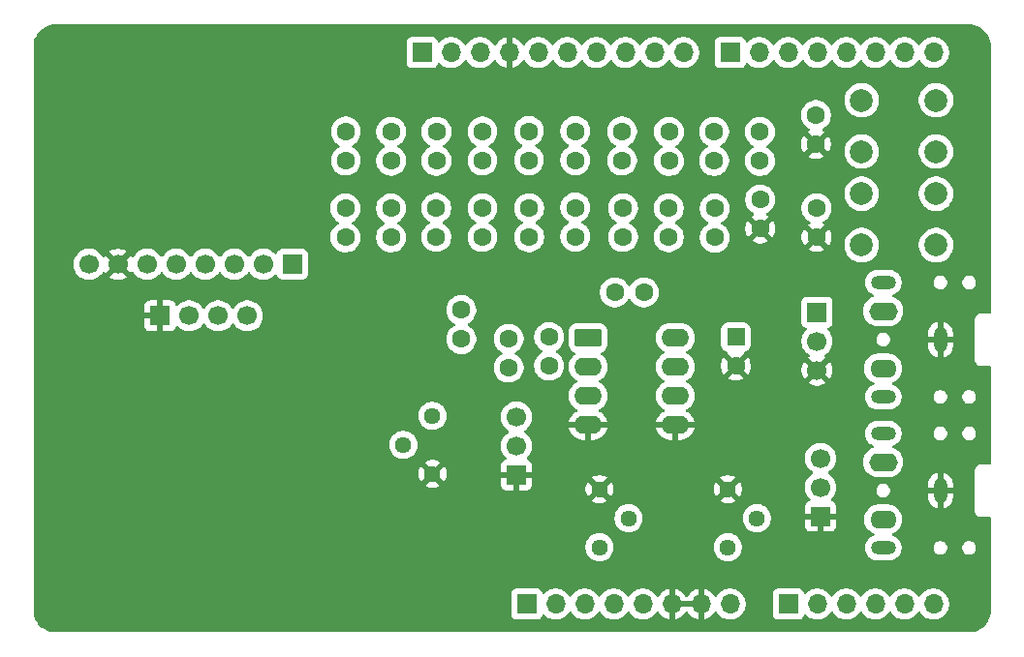
<source format=gbr>
%TF.GenerationSoftware,KiCad,Pcbnew,9.0.4*%
%TF.CreationDate,2026-02-14T19:28:01-07:00*%
%TF.ProjectId,Uno_Shield_DSP_Class_v1,556e6f5f-5368-4696-956c-645f4453505f,rev?*%
%TF.SameCoordinates,Original*%
%TF.FileFunction,Copper,L2,Bot*%
%TF.FilePolarity,Positive*%
%FSLAX46Y46*%
G04 Gerber Fmt 4.6, Leading zero omitted, Abs format (unit mm)*
G04 Created by KiCad (PCBNEW 9.0.4) date 2026-02-14 19:28:01*
%MOMM*%
%LPD*%
G01*
G04 APERTURE LIST*
G04 Aperture macros list*
%AMRoundRect*
0 Rectangle with rounded corners*
0 $1 Rounding radius*
0 $2 $3 $4 $5 $6 $7 $8 $9 X,Y pos of 4 corners*
0 Add a 4 corners polygon primitive as box body*
4,1,4,$2,$3,$4,$5,$6,$7,$8,$9,$2,$3,0*
0 Add four circle primitives for the rounded corners*
1,1,$1+$1,$2,$3*
1,1,$1+$1,$4,$5*
1,1,$1+$1,$6,$7*
1,1,$1+$1,$8,$9*
0 Add four rect primitives between the rounded corners*
20,1,$1+$1,$2,$3,$4,$5,0*
20,1,$1+$1,$4,$5,$6,$7,0*
20,1,$1+$1,$6,$7,$8,$9,0*
20,1,$1+$1,$8,$9,$2,$3,0*%
G04 Aperture macros list end*
%TA.AperFunction,ComponentPad*%
%ADD10R,1.700000X1.700000*%
%TD*%
%TA.AperFunction,ComponentPad*%
%ADD11O,1.700000X1.700000*%
%TD*%
%TA.AperFunction,ComponentPad*%
%ADD12C,1.600000*%
%TD*%
%TA.AperFunction,ComponentPad*%
%ADD13C,2.000000*%
%TD*%
%TA.AperFunction,ComponentPad*%
%ADD14C,1.700000*%
%TD*%
%TA.AperFunction,ComponentPad*%
%ADD15O,2.200000X1.200000*%
%TD*%
%TA.AperFunction,ComponentPad*%
%ADD16O,2.300000X1.600000*%
%TD*%
%TA.AperFunction,ComponentPad*%
%ADD17O,1.200000X2.200000*%
%TD*%
%TA.AperFunction,ComponentPad*%
%ADD18O,2.500000X1.600000*%
%TD*%
%TA.AperFunction,ComponentPad*%
%ADD19RoundRect,0.250000X-0.550000X0.550000X-0.550000X-0.550000X0.550000X-0.550000X0.550000X0.550000X0*%
%TD*%
%TA.AperFunction,ComponentPad*%
%ADD20C,1.440000*%
%TD*%
%TA.AperFunction,ComponentPad*%
%ADD21RoundRect,0.250000X-0.950000X-0.550000X0.950000X-0.550000X0.950000X0.550000X-0.950000X0.550000X0*%
%TD*%
%TA.AperFunction,ComponentPad*%
%ADD22O,2.400000X1.600000*%
%TD*%
G04 APERTURE END LIST*
D10*
%TO.P,J1,1,Pin_1*%
%TO.N,unconnected-(J1-Pin_1-Pad1)*%
X127940000Y-97460000D03*
D11*
%TO.P,J1,2,Pin_2*%
%TO.N,/IOREF*%
X130480000Y-97460000D03*
%TO.P,J1,3,Pin_3*%
%TO.N,/~{RESET}*%
X133020000Y-97460000D03*
%TO.P,J1,4,Pin_4*%
%TO.N,+3V3*%
X135560000Y-97460000D03*
%TO.P,J1,5,Pin_5*%
%TO.N,+5V*%
X138100000Y-97460000D03*
%TO.P,J1,6,Pin_6*%
%TO.N,GND*%
X140640000Y-97460000D03*
%TO.P,J1,7,Pin_7*%
X143180000Y-97460000D03*
%TO.P,J1,8,Pin_8*%
%TO.N,VCC*%
X145720000Y-97460000D03*
%TD*%
D10*
%TO.P,J3,1,Pin_1*%
%TO.N,/A0*%
X150800000Y-97460000D03*
D11*
%TO.P,J3,2,Pin_2*%
%TO.N,/A1*%
X153340000Y-97460000D03*
%TO.P,J3,3,Pin_3*%
%TO.N,/IN_RIGHT*%
X155880000Y-97460000D03*
%TO.P,J3,4,Pin_4*%
%TO.N,/IN_LEFT*%
X158420000Y-97460000D03*
%TO.P,J3,5,Pin_5*%
%TO.N,/SDA{slash}A4*%
X160960000Y-97460000D03*
%TO.P,J3,6,Pin_6*%
%TO.N,/SCL{slash}A5*%
X163500000Y-97460000D03*
%TD*%
D10*
%TO.P,J2,1,Pin_1*%
%TO.N,/SCL*%
X118796000Y-49200000D03*
D11*
%TO.P,J2,2,Pin_2*%
%TO.N,/SDA*%
X121336000Y-49200000D03*
%TO.P,J2,3,Pin_3*%
%TO.N,/AREF*%
X123876000Y-49200000D03*
%TO.P,J2,4,Pin_4*%
%TO.N,GND*%
X126416000Y-49200000D03*
%TO.P,J2,5,Pin_5*%
%TO.N,/D9*%
X128956000Y-49200000D03*
%TO.P,J2,6,Pin_6*%
%TO.N,/D8*%
X131496000Y-49200000D03*
%TO.P,J2,7,Pin_7*%
%TO.N,/D7*%
X134036000Y-49200000D03*
%TO.P,J2,8,Pin_8*%
%TO.N,/D6*%
X136576000Y-49200000D03*
%TO.P,J2,9,Pin_9*%
%TO.N,/D5*%
X139116000Y-49200000D03*
%TO.P,J2,10,Pin_10*%
%TO.N,/D4*%
X141656000Y-49200000D03*
%TD*%
D10*
%TO.P,J4,1,Pin_1*%
%TO.N,/D3*%
X145720000Y-49200000D03*
D11*
%TO.P,J4,2,Pin_2*%
%TO.N,/D2*%
X148260000Y-49200000D03*
%TO.P,J4,3,Pin_3*%
%TO.N,/D1*%
X150800000Y-49200000D03*
%TO.P,J4,4,Pin_4*%
%TO.N,/D0*%
X153340000Y-49200000D03*
%TO.P,J4,5,Pin_5*%
%TO.N,/BT2*%
X155880000Y-49200000D03*
%TO.P,J4,6,Pin_6*%
%TO.N,/BT1*%
X158420000Y-49200000D03*
%TO.P,J4,7,Pin_7*%
%TO.N,/TX{slash}1*%
X160960000Y-49200000D03*
%TO.P,J4,8,Pin_8*%
%TO.N,/RX{slash}0*%
X163500000Y-49200000D03*
%TD*%
D12*
%TO.P,R9,1*%
%TO.N,Net-(R10-Pad1)*%
X136350000Y-62810000D03*
%TO.P,R9,2*%
%TO.N,Net-(R7-Pad1)*%
X136350000Y-65350000D03*
%TD*%
%TO.P,R13,1*%
%TO.N,Net-(R13-Pad1)*%
X128150000Y-62820000D03*
%TO.P,R13,2*%
%TO.N,Net-(R11-Pad1)*%
X128150000Y-65360000D03*
%TD*%
%TO.P,R14,1*%
%TO.N,Net-(R13-Pad1)*%
X128130000Y-58620000D03*
%TO.P,R14,2*%
%TO.N,/D5*%
X128130000Y-56080000D03*
%TD*%
%TO.P,R18,1*%
%TO.N,Net-(R17-Pad1)*%
X120050000Y-58670000D03*
%TO.P,R18,2*%
%TO.N,/D7*%
X120050000Y-56130000D03*
%TD*%
%TO.P,R4,1*%
%TO.N,Net-(R3-Pad2)*%
X148320000Y-58690000D03*
%TO.P,R4,2*%
%TO.N,/D0*%
X148320000Y-56150000D03*
%TD*%
%TO.P,R15,1*%
%TO.N,Net-(R15-Pad1)*%
X124070000Y-62810000D03*
%TO.P,R15,2*%
%TO.N,Net-(R13-Pad1)*%
X124070000Y-65350000D03*
%TD*%
%TO.P,R19,1*%
%TO.N,Net-(R19-Pad1)*%
X116080000Y-62840000D03*
%TO.P,R19,2*%
%TO.N,Net-(R17-Pad1)*%
X116080000Y-65380000D03*
%TD*%
%TO.P,C2,1*%
%TO.N,Net-(U1A--)*%
X129890000Y-76600000D03*
%TO.P,C2,2*%
%TO.N,Net-(C2-Pad2)*%
X129890000Y-74100000D03*
%TD*%
%TO.P,R7,1*%
%TO.N,Net-(R7-Pad1)*%
X140350000Y-62820000D03*
%TO.P,R7,2*%
%TO.N,Net-(R5-Pad1)*%
X140350000Y-65360000D03*
%TD*%
%TO.P,R21,1*%
%TO.N,Net-(R21-Pad1)*%
X112090000Y-62840000D03*
%TO.P,R21,2*%
%TO.N,Net-(R19-Pad1)*%
X112090000Y-65380000D03*
%TD*%
D13*
%TO.P,SW2,1,1*%
%TO.N,+5V*%
X163710000Y-66050000D03*
X157210000Y-66050000D03*
%TO.P,SW2,2,2*%
%TO.N,/BT2*%
X163710000Y-61550000D03*
X157210000Y-61550000D03*
%TD*%
D12*
%TO.P,R20,1*%
%TO.N,Net-(R19-Pad1)*%
X116090000Y-58670000D03*
%TO.P,R20,2*%
%TO.N,/D8*%
X116090000Y-56130000D03*
%TD*%
%TO.P,R6,1*%
%TO.N,Net-(R5-Pad1)*%
X144310000Y-58680000D03*
%TO.P,R6,2*%
%TO.N,/D1*%
X144310000Y-56140000D03*
%TD*%
D10*
%TO.P,J7,1,Pin_1*%
%TO.N,/AUDIO_OUT*%
X153310000Y-71920000D03*
D14*
%TO.P,J7,2,Pin_2*%
X153310000Y-74460000D03*
%TO.P,J7,3,Pin_3*%
%TO.N,GND*%
X153310000Y-77000000D03*
%TD*%
D12*
%TO.P,R10,1*%
%TO.N,Net-(R10-Pad1)*%
X136270000Y-58650000D03*
%TO.P,R10,2*%
%TO.N,/D3*%
X136270000Y-56110000D03*
%TD*%
D10*
%TO.P,J5,1,Pin_1*%
%TO.N,unconnected-(J5-Pin_1-Pad1)*%
X107460000Y-67730000D03*
D14*
%TO.P,J5,2,Pin_2*%
%TO.N,unconnected-(J5-Pin_2-Pad2)*%
X104920000Y-67730000D03*
%TO.P,J5,3,Pin_3*%
%TO.N,unconnected-(J5-Pin_3-Pad3)*%
X102380000Y-67730000D03*
%TO.P,J5,4,Pin_4*%
%TO.N,unconnected-(J5-Pin_4-Pad4)*%
X99840000Y-67730000D03*
%TO.P,J5,5,Pin_5*%
%TO.N,/SDA*%
X97300000Y-67730000D03*
%TO.P,J5,6,Pin_6*%
%TO.N,/SCL*%
X94760000Y-67730000D03*
%TO.P,J5,7,Pin_7*%
%TO.N,GND*%
X92220000Y-67730000D03*
%TO.P,J5,8,Pin_8*%
%TO.N,+5V*%
X89680000Y-67730000D03*
%TD*%
D15*
%TO.P,J11,R*%
%TO.N,/AUDIO_OUT*%
X159090000Y-79330000D03*
D16*
%TO.P,J11,RN*%
X159090000Y-76830000D03*
D17*
%TO.P,J11,S*%
%TO.N,GND*%
X164090000Y-74330000D03*
D15*
%TO.P,J11,T*%
%TO.N,/AUDIO_OUT*%
X159090000Y-69330000D03*
D18*
%TO.P,J11,TN*%
X159090000Y-71830000D03*
%TD*%
D12*
%TO.P,R5,1*%
%TO.N,Net-(R5-Pad1)*%
X144370000Y-62850000D03*
%TO.P,R5,2*%
%TO.N,Net-(R3-Pad2)*%
X144370000Y-65390000D03*
%TD*%
D19*
%TO.P,C1,1*%
%TO.N,+5V*%
X146210000Y-74107620D03*
D12*
%TO.P,C1,2*%
%TO.N,GND*%
X146210000Y-76607620D03*
%TD*%
%TO.P,R24,1*%
%TO.N,Net-(C2-Pad2)*%
X126360000Y-74240000D03*
%TO.P,R24,2*%
%TO.N,Net-(U1A--)*%
X126360000Y-76780000D03*
%TD*%
%TO.P,R12,1*%
%TO.N,Net-(R11-Pad1)*%
X132180000Y-58620000D03*
%TO.P,R12,2*%
%TO.N,/D4*%
X132180000Y-56080000D03*
%TD*%
D13*
%TO.P,SW1,1,1*%
%TO.N,+5V*%
X163710000Y-57870000D03*
X157210000Y-57870000D03*
%TO.P,SW1,2,2*%
%TO.N,/BT1*%
X163710000Y-53370000D03*
X157210000Y-53370000D03*
%TD*%
D12*
%TO.P,R11,1*%
%TO.N,Net-(R11-Pad1)*%
X132180000Y-62770000D03*
%TO.P,R11,2*%
%TO.N,Net-(R10-Pad1)*%
X132180000Y-65310000D03*
%TD*%
%TO.P,R22,1*%
%TO.N,Net-(R21-Pad1)*%
X112130000Y-58650000D03*
%TO.P,R22,2*%
%TO.N,/D9*%
X112130000Y-56110000D03*
%TD*%
D10*
%TO.P,J12,1,Pin_1*%
%TO.N,GND*%
X153620000Y-89780000D03*
D14*
%TO.P,J12,2,Pin_2*%
%TO.N,/IN_RIGHT*%
X153620000Y-87240000D03*
%TO.P,J12,3,Pin_3*%
%TO.N,/IN_LEFT*%
X153620000Y-84700000D03*
%TD*%
D12*
%TO.P,R1,1*%
%TO.N,/BT1*%
X153220000Y-54670000D03*
%TO.P,R1,2*%
%TO.N,GND*%
X153220000Y-57210000D03*
%TD*%
%TO.P,R27,1*%
%TO.N,/AUDIO_OUT*%
X138180000Y-70180000D03*
%TO.P,R27,2*%
%TO.N,Net-(C2-Pad2)*%
X135640000Y-70180000D03*
%TD*%
%TO.P,R17,1*%
%TO.N,Net-(R17-Pad1)*%
X120030000Y-62800000D03*
%TO.P,R17,2*%
%TO.N,Net-(R15-Pad1)*%
X120030000Y-65340000D03*
%TD*%
%TO.P,R16,1*%
%TO.N,Net-(R15-Pad1)*%
X124070000Y-58650000D03*
%TO.P,R16,2*%
%TO.N,/D6*%
X124070000Y-56110000D03*
%TD*%
D20*
%TO.P,RV1,1,1*%
%TO.N,+5V*%
X134305000Y-92490000D03*
%TO.P,RV1,2,2*%
%TO.N,/A0*%
X136845000Y-89950000D03*
%TO.P,RV1,3,3*%
%TO.N,GND*%
X134305000Y-87410000D03*
%TD*%
D12*
%TO.P,R2,1*%
%TO.N,/BT2*%
X153260000Y-62810000D03*
%TO.P,R2,2*%
%TO.N,GND*%
X153260000Y-65350000D03*
%TD*%
D21*
%TO.P,U1,1*%
%TO.N,Net-(C2-Pad2)*%
X133300000Y-74170000D03*
D22*
%TO.P,U1,2,-*%
%TO.N,Net-(U1A--)*%
X133300000Y-76710000D03*
%TO.P,U1,3,+*%
%TO.N,Net-(J9-Pin_2)*%
X133300000Y-79250000D03*
%TO.P,U1,4,V-*%
%TO.N,GND*%
X133300000Y-81790000D03*
%TO.P,U1,5,+*%
X140920000Y-81790000D03*
%TO.P,U1,6,-*%
%TO.N,Net-(U1B--)*%
X140920000Y-79250000D03*
%TO.P,U1,7*%
X140920000Y-76710000D03*
%TO.P,U1,8,V+*%
%TO.N,+5V*%
X140920000Y-74170000D03*
%TD*%
D10*
%TO.P,J9,1,Pin_1*%
%TO.N,GND*%
X127040000Y-86170000D03*
D14*
%TO.P,J9,2,Pin_2*%
%TO.N,Net-(J9-Pin_2)*%
X127040000Y-83630000D03*
%TO.P,J9,3,Pin_3*%
%TO.N,Net-(J9-Pin_3)*%
X127040000Y-81090000D03*
%TD*%
D12*
%TO.P,R3,1*%
%TO.N,GND*%
X148340000Y-64610000D03*
%TO.P,R3,2*%
%TO.N,Net-(R3-Pad2)*%
X148340000Y-62070000D03*
%TD*%
D15*
%TO.P,J10,R*%
%TO.N,/IN_RIGHT*%
X159090000Y-92540000D03*
D16*
%TO.P,J10,RN*%
X159090000Y-90040000D03*
D17*
%TO.P,J10,S*%
%TO.N,GND*%
X164090000Y-87540000D03*
D15*
%TO.P,J10,T*%
%TO.N,/IN_LEFT*%
X159090000Y-82540000D03*
D18*
%TO.P,J10,TN*%
X159090000Y-85040000D03*
%TD*%
D20*
%TO.P,RV3,1,1*%
%TO.N,+5V*%
X119705000Y-81000000D03*
%TO.P,RV3,2,2*%
%TO.N,Net-(J9-Pin_3)*%
X117165000Y-83540000D03*
%TO.P,RV3,3,3*%
%TO.N,GND*%
X119705000Y-86080000D03*
%TD*%
%TO.P,RV2,1,1*%
%TO.N,+5V*%
X145505000Y-92490000D03*
%TO.P,RV2,2,2*%
%TO.N,/A1*%
X148045000Y-89950000D03*
%TO.P,RV2,3,3*%
%TO.N,GND*%
X145505000Y-87410000D03*
%TD*%
D12*
%TO.P,R8,1*%
%TO.N,Net-(R7-Pad1)*%
X140370000Y-58690000D03*
%TO.P,R8,2*%
%TO.N,/D2*%
X140370000Y-56150000D03*
%TD*%
D10*
%TO.P,J6,1,Pin_1*%
%TO.N,GND*%
X95900000Y-72240000D03*
D14*
%TO.P,J6,2,Pin_2*%
%TO.N,+5V*%
X98440000Y-72240000D03*
%TO.P,J6,3,Pin_3*%
%TO.N,/SCL*%
X100980000Y-72240000D03*
%TO.P,J6,4,Pin_4*%
%TO.N,/SDA*%
X103520000Y-72240000D03*
%TD*%
D12*
%TO.P,R23,1*%
%TO.N,Net-(U1A--)*%
X122220000Y-74280000D03*
%TO.P,R23,2*%
%TO.N,Net-(R21-Pad1)*%
X122220000Y-71740000D03*
%TD*%
%TA.AperFunction,Conductor*%
%TO.N,GND*%
G36*
X142714075Y-97267007D02*
G01*
X142680000Y-97394174D01*
X142680000Y-97525826D01*
X142714075Y-97652993D01*
X142746988Y-97710000D01*
X141073012Y-97710000D01*
X141105925Y-97652993D01*
X141140000Y-97525826D01*
X141140000Y-97394174D01*
X141105925Y-97267007D01*
X141073012Y-97210000D01*
X142746988Y-97210000D01*
X142714075Y-97267007D01*
G37*
%TD.AperFunction*%
%TA.AperFunction,Conductor*%
G36*
X163500138Y-46735501D02*
G01*
X166535912Y-46745356D01*
X166535926Y-46745359D01*
X166535941Y-46745356D01*
X166538852Y-46745366D01*
X166555365Y-46745425D01*
X166555469Y-46745500D01*
X166576099Y-46745500D01*
X166576378Y-46745501D01*
X166584042Y-46745765D01*
X166607909Y-46747329D01*
X166823102Y-46761433D01*
X166839165Y-46763548D01*
X167070136Y-46809492D01*
X167085779Y-46813683D01*
X167308787Y-46889384D01*
X167323754Y-46895584D01*
X167514682Y-46989739D01*
X167534960Y-46999739D01*
X167549006Y-47007849D01*
X167744802Y-47138675D01*
X167757671Y-47148549D01*
X167934716Y-47303814D01*
X167946185Y-47315283D01*
X168101450Y-47492328D01*
X168111324Y-47505197D01*
X168242150Y-47700993D01*
X168250260Y-47715039D01*
X168354412Y-47926238D01*
X168360617Y-47941220D01*
X168436172Y-48163796D01*
X168436311Y-48164204D01*
X168440509Y-48179872D01*
X168486449Y-48410825D01*
X168488567Y-48426906D01*
X168504235Y-48665956D01*
X168504500Y-48674066D01*
X168504500Y-61885048D01*
X168504475Y-61885109D01*
X168504500Y-61899680D01*
X168504500Y-61926674D01*
X168504545Y-61927135D01*
X168514500Y-67830319D01*
X168514500Y-71930500D01*
X168494815Y-71997539D01*
X168442011Y-72043294D01*
X168390500Y-72054500D01*
X167614531Y-72054500D01*
X167590000Y-72054500D01*
X167527399Y-72054500D01*
X167446775Y-72076103D01*
X167406463Y-72086905D01*
X167298037Y-72149504D01*
X167298034Y-72149506D01*
X167209506Y-72238034D01*
X167209504Y-72238037D01*
X167146905Y-72346463D01*
X167146905Y-72346464D01*
X167114500Y-72467399D01*
X167114500Y-72514982D01*
X167114500Y-76105469D01*
X167114500Y-76130000D01*
X167114500Y-76192601D01*
X167146905Y-76313536D01*
X167209505Y-76421964D01*
X167298036Y-76510495D01*
X167406464Y-76573095D01*
X167527399Y-76605500D01*
X167574982Y-76605500D01*
X168390500Y-76605500D01*
X168457539Y-76625185D01*
X168503294Y-76677989D01*
X168514500Y-76729500D01*
X168514500Y-85140500D01*
X168494815Y-85207539D01*
X168442011Y-85253294D01*
X168390500Y-85264500D01*
X167614531Y-85264500D01*
X167590000Y-85264500D01*
X167527399Y-85264500D01*
X167446775Y-85286103D01*
X167406463Y-85296905D01*
X167298037Y-85359504D01*
X167298034Y-85359506D01*
X167209506Y-85448034D01*
X167209504Y-85448037D01*
X167146905Y-85556463D01*
X167139257Y-85585006D01*
X167114500Y-85677399D01*
X167114500Y-85724982D01*
X167114500Y-89315469D01*
X167114500Y-89340000D01*
X167114500Y-89402601D01*
X167146905Y-89523536D01*
X167209505Y-89631964D01*
X167298036Y-89720495D01*
X167406464Y-89783095D01*
X167527399Y-89815500D01*
X167574982Y-89815500D01*
X168390500Y-89815500D01*
X168457539Y-89835185D01*
X168503294Y-89887989D01*
X168514500Y-89939500D01*
X168514500Y-94039532D01*
X168514499Y-94040109D01*
X168504624Y-96162865D01*
X168504571Y-96174200D01*
X168504569Y-96174813D01*
X168504500Y-96174982D01*
X168504500Y-96189817D01*
X168504499Y-96190035D01*
X168504499Y-96190047D01*
X168504379Y-96215748D01*
X168504500Y-96216996D01*
X168504500Y-97995933D01*
X168504235Y-98004042D01*
X168504235Y-98004043D01*
X168488567Y-98243093D01*
X168486449Y-98259174D01*
X168440509Y-98490127D01*
X168436311Y-98505795D01*
X168360619Y-98728776D01*
X168354412Y-98743761D01*
X168250260Y-98954960D01*
X168242150Y-98969006D01*
X168111324Y-99164802D01*
X168101450Y-99177671D01*
X167946185Y-99354716D01*
X167934716Y-99366185D01*
X167757671Y-99521450D01*
X167744802Y-99531324D01*
X167549006Y-99662150D01*
X167534960Y-99670260D01*
X167323761Y-99774412D01*
X167308776Y-99780619D01*
X167085795Y-99856311D01*
X167070127Y-99860509D01*
X166839174Y-99906449D01*
X166823093Y-99908567D01*
X166584043Y-99924235D01*
X166575933Y-99924500D01*
X86766067Y-99924500D01*
X86757957Y-99924235D01*
X86518906Y-99908567D01*
X86502825Y-99906449D01*
X86271872Y-99860509D01*
X86256210Y-99856312D01*
X86033220Y-99780617D01*
X86018238Y-99774412D01*
X85807039Y-99670260D01*
X85792993Y-99662150D01*
X85597197Y-99531324D01*
X85584328Y-99521450D01*
X85407283Y-99366185D01*
X85395814Y-99354716D01*
X85240549Y-99177671D01*
X85230675Y-99164802D01*
X85099849Y-98969006D01*
X85091739Y-98954960D01*
X85074469Y-98919940D01*
X84987584Y-98743754D01*
X84981384Y-98728787D01*
X84905683Y-98505779D01*
X84901492Y-98490136D01*
X84855548Y-98259165D01*
X84853433Y-98243102D01*
X84837765Y-98004042D01*
X84837500Y-97995933D01*
X84837500Y-96561345D01*
X126581500Y-96561345D01*
X126581500Y-98358654D01*
X126588011Y-98419202D01*
X126588011Y-98419204D01*
X126617438Y-98498097D01*
X126639111Y-98556204D01*
X126726739Y-98673261D01*
X126843796Y-98760889D01*
X126980799Y-98811989D01*
X127008050Y-98814918D01*
X127041345Y-98818499D01*
X127041362Y-98818500D01*
X128838638Y-98818500D01*
X128838654Y-98818499D01*
X128865692Y-98815591D01*
X128899201Y-98811989D01*
X129036204Y-98760889D01*
X129153261Y-98673261D01*
X129240889Y-98556204D01*
X129285957Y-98435371D01*
X129327827Y-98379442D01*
X129393291Y-98355025D01*
X129461564Y-98369877D01*
X129489818Y-98391028D01*
X129594996Y-98496206D01*
X129767991Y-98621894D01*
X129859615Y-98668579D01*
X129958516Y-98718972D01*
X129958519Y-98718973D01*
X130012383Y-98736474D01*
X130161884Y-98785049D01*
X130373084Y-98818500D01*
X130373085Y-98818500D01*
X130586915Y-98818500D01*
X130586916Y-98818500D01*
X130798116Y-98785049D01*
X131001483Y-98718972D01*
X131192009Y-98621894D01*
X131365004Y-98496206D01*
X131516206Y-98345004D01*
X131641894Y-98172009D01*
X131641896Y-98172004D01*
X131644270Y-98168132D01*
X131696080Y-98121254D01*
X131765009Y-98109829D01*
X131829173Y-98137483D01*
X131855730Y-98168132D01*
X131858103Y-98172005D01*
X131858105Y-98172008D01*
X131858106Y-98172009D01*
X131983794Y-98345004D01*
X132134996Y-98496206D01*
X132307991Y-98621894D01*
X132399615Y-98668579D01*
X132498516Y-98718972D01*
X132498519Y-98718973D01*
X132552383Y-98736474D01*
X132701884Y-98785049D01*
X132913084Y-98818500D01*
X132913085Y-98818500D01*
X133126915Y-98818500D01*
X133126916Y-98818500D01*
X133338116Y-98785049D01*
X133541483Y-98718972D01*
X133732009Y-98621894D01*
X133905004Y-98496206D01*
X134056206Y-98345004D01*
X134181894Y-98172009D01*
X134181896Y-98172004D01*
X134184270Y-98168132D01*
X134236080Y-98121254D01*
X134305009Y-98109829D01*
X134369173Y-98137483D01*
X134395730Y-98168132D01*
X134398103Y-98172005D01*
X134398105Y-98172008D01*
X134398106Y-98172009D01*
X134523794Y-98345004D01*
X134674996Y-98496206D01*
X134847991Y-98621894D01*
X134939615Y-98668579D01*
X135038516Y-98718972D01*
X135038519Y-98718973D01*
X135092383Y-98736474D01*
X135241884Y-98785049D01*
X135453084Y-98818500D01*
X135453085Y-98818500D01*
X135666915Y-98818500D01*
X135666916Y-98818500D01*
X135878116Y-98785049D01*
X136081483Y-98718972D01*
X136272009Y-98621894D01*
X136445004Y-98496206D01*
X136596206Y-98345004D01*
X136721894Y-98172009D01*
X136721896Y-98172004D01*
X136724270Y-98168132D01*
X136776080Y-98121254D01*
X136845009Y-98109829D01*
X136909173Y-98137483D01*
X136935730Y-98168132D01*
X136938103Y-98172005D01*
X136938105Y-98172008D01*
X136938106Y-98172009D01*
X137063794Y-98345004D01*
X137214996Y-98496206D01*
X137387991Y-98621894D01*
X137479615Y-98668579D01*
X137578516Y-98718972D01*
X137578519Y-98718973D01*
X137632383Y-98736474D01*
X137781884Y-98785049D01*
X137993084Y-98818500D01*
X137993085Y-98818500D01*
X138206915Y-98818500D01*
X138206916Y-98818500D01*
X138418116Y-98785049D01*
X138621483Y-98718972D01*
X138812009Y-98621894D01*
X138985004Y-98496206D01*
X139136206Y-98345004D01*
X139261894Y-98172009D01*
X139264283Y-98167319D01*
X139312254Y-98116522D01*
X139380074Y-98099724D01*
X139446210Y-98122258D01*
X139482201Y-98163788D01*
X139482832Y-98163402D01*
X139485164Y-98167207D01*
X139485251Y-98167308D01*
X139485376Y-98167554D01*
X139610272Y-98339459D01*
X139610276Y-98339464D01*
X139760535Y-98489723D01*
X139760540Y-98489727D01*
X139932442Y-98614620D01*
X140121782Y-98711095D01*
X140323871Y-98776757D01*
X140390000Y-98787231D01*
X140390000Y-97893012D01*
X140447007Y-97925925D01*
X140574174Y-97960000D01*
X140705826Y-97960000D01*
X140832993Y-97925925D01*
X140890000Y-97893012D01*
X140890000Y-98787230D01*
X140956126Y-98776757D01*
X140956129Y-98776757D01*
X141158217Y-98711095D01*
X141347557Y-98614620D01*
X141519459Y-98489727D01*
X141519464Y-98489723D01*
X141669723Y-98339464D01*
X141669727Y-98339459D01*
X141794620Y-98167558D01*
X141799514Y-98157954D01*
X141847488Y-98107157D01*
X141915308Y-98090361D01*
X141981444Y-98112897D01*
X142020486Y-98157954D01*
X142025379Y-98167558D01*
X142150272Y-98339459D01*
X142150276Y-98339464D01*
X142300535Y-98489723D01*
X142300540Y-98489727D01*
X142472442Y-98614620D01*
X142661782Y-98711095D01*
X142863871Y-98776757D01*
X142930000Y-98787231D01*
X142930000Y-97893012D01*
X142987007Y-97925925D01*
X143114174Y-97960000D01*
X143245826Y-97960000D01*
X143372993Y-97925925D01*
X143430000Y-97893012D01*
X143430000Y-98787230D01*
X143496126Y-98776757D01*
X143496129Y-98776757D01*
X143698217Y-98711095D01*
X143887557Y-98614620D01*
X144059459Y-98489727D01*
X144059464Y-98489723D01*
X144209723Y-98339464D01*
X144209727Y-98339459D01*
X144334619Y-98167560D01*
X144334738Y-98167327D01*
X144334808Y-98167252D01*
X144337168Y-98163402D01*
X144337976Y-98163897D01*
X144382707Y-98116526D01*
X144450526Y-98099723D01*
X144516663Y-98122254D01*
X144555712Y-98167311D01*
X144558105Y-98172008D01*
X144600002Y-98229674D01*
X144683794Y-98345004D01*
X144834996Y-98496206D01*
X145007991Y-98621894D01*
X145099615Y-98668579D01*
X145198516Y-98718972D01*
X145198519Y-98718973D01*
X145252383Y-98736474D01*
X145401884Y-98785049D01*
X145613084Y-98818500D01*
X145613085Y-98818500D01*
X145826915Y-98818500D01*
X145826916Y-98818500D01*
X146038116Y-98785049D01*
X146241483Y-98718972D01*
X146432009Y-98621894D01*
X146605004Y-98496206D01*
X146756206Y-98345004D01*
X146881894Y-98172009D01*
X146978972Y-97981483D01*
X147045049Y-97778116D01*
X147078500Y-97566916D01*
X147078500Y-97353084D01*
X147045049Y-97141884D01*
X146978972Y-96938517D01*
X146978972Y-96938516D01*
X146923495Y-96829638D01*
X146881894Y-96747991D01*
X146756206Y-96574996D01*
X146742555Y-96561345D01*
X149441500Y-96561345D01*
X149441500Y-98358654D01*
X149448011Y-98419202D01*
X149448011Y-98419204D01*
X149477438Y-98498097D01*
X149499111Y-98556204D01*
X149586739Y-98673261D01*
X149703796Y-98760889D01*
X149840799Y-98811989D01*
X149868050Y-98814918D01*
X149901345Y-98818499D01*
X149901362Y-98818500D01*
X151698638Y-98818500D01*
X151698654Y-98818499D01*
X151725692Y-98815591D01*
X151759201Y-98811989D01*
X151896204Y-98760889D01*
X152013261Y-98673261D01*
X152100889Y-98556204D01*
X152145957Y-98435371D01*
X152187827Y-98379442D01*
X152253291Y-98355025D01*
X152321564Y-98369877D01*
X152349818Y-98391028D01*
X152454996Y-98496206D01*
X152627991Y-98621894D01*
X152719615Y-98668579D01*
X152818516Y-98718972D01*
X152818519Y-98718973D01*
X152872383Y-98736474D01*
X153021884Y-98785049D01*
X153233084Y-98818500D01*
X153233085Y-98818500D01*
X153446915Y-98818500D01*
X153446916Y-98818500D01*
X153658116Y-98785049D01*
X153861483Y-98718972D01*
X154052009Y-98621894D01*
X154225004Y-98496206D01*
X154376206Y-98345004D01*
X154501894Y-98172009D01*
X154501896Y-98172004D01*
X154504270Y-98168132D01*
X154556080Y-98121254D01*
X154625009Y-98109829D01*
X154689173Y-98137483D01*
X154715730Y-98168132D01*
X154718103Y-98172005D01*
X154718105Y-98172008D01*
X154718106Y-98172009D01*
X154843794Y-98345004D01*
X154994996Y-98496206D01*
X155167991Y-98621894D01*
X155259615Y-98668579D01*
X155358516Y-98718972D01*
X155358519Y-98718973D01*
X155412383Y-98736474D01*
X155561884Y-98785049D01*
X155773084Y-98818500D01*
X155773085Y-98818500D01*
X155986915Y-98818500D01*
X155986916Y-98818500D01*
X156198116Y-98785049D01*
X156401483Y-98718972D01*
X156592009Y-98621894D01*
X156765004Y-98496206D01*
X156916206Y-98345004D01*
X157041894Y-98172009D01*
X157041896Y-98172004D01*
X157044270Y-98168132D01*
X157096080Y-98121254D01*
X157165009Y-98109829D01*
X157229173Y-98137483D01*
X157255730Y-98168132D01*
X157258103Y-98172005D01*
X157258105Y-98172008D01*
X157258106Y-98172009D01*
X157383794Y-98345004D01*
X157534996Y-98496206D01*
X157707991Y-98621894D01*
X157799615Y-98668579D01*
X157898516Y-98718972D01*
X157898519Y-98718973D01*
X157952383Y-98736474D01*
X158101884Y-98785049D01*
X158313084Y-98818500D01*
X158313085Y-98818500D01*
X158526915Y-98818500D01*
X158526916Y-98818500D01*
X158738116Y-98785049D01*
X158941483Y-98718972D01*
X159132009Y-98621894D01*
X159305004Y-98496206D01*
X159456206Y-98345004D01*
X159581894Y-98172009D01*
X159581896Y-98172004D01*
X159584270Y-98168132D01*
X159636080Y-98121254D01*
X159705009Y-98109829D01*
X159769173Y-98137483D01*
X159795730Y-98168132D01*
X159798103Y-98172005D01*
X159798105Y-98172008D01*
X159798106Y-98172009D01*
X159923794Y-98345004D01*
X160074996Y-98496206D01*
X160247991Y-98621894D01*
X160339615Y-98668579D01*
X160438516Y-98718972D01*
X160438519Y-98718973D01*
X160492383Y-98736474D01*
X160641884Y-98785049D01*
X160853084Y-98818500D01*
X160853085Y-98818500D01*
X161066915Y-98818500D01*
X161066916Y-98818500D01*
X161278116Y-98785049D01*
X161481483Y-98718972D01*
X161672009Y-98621894D01*
X161845004Y-98496206D01*
X161996206Y-98345004D01*
X162121894Y-98172009D01*
X162121896Y-98172004D01*
X162124270Y-98168132D01*
X162176080Y-98121254D01*
X162245009Y-98109829D01*
X162309173Y-98137483D01*
X162335730Y-98168132D01*
X162338103Y-98172005D01*
X162338105Y-98172008D01*
X162338106Y-98172009D01*
X162463794Y-98345004D01*
X162614996Y-98496206D01*
X162787991Y-98621894D01*
X162879615Y-98668579D01*
X162978516Y-98718972D01*
X162978519Y-98718973D01*
X163032383Y-98736474D01*
X163181884Y-98785049D01*
X163393084Y-98818500D01*
X163393085Y-98818500D01*
X163606915Y-98818500D01*
X163606916Y-98818500D01*
X163818116Y-98785049D01*
X164021483Y-98718972D01*
X164212009Y-98621894D01*
X164385004Y-98496206D01*
X164536206Y-98345004D01*
X164661894Y-98172009D01*
X164758972Y-97981483D01*
X164825049Y-97778116D01*
X164858500Y-97566916D01*
X164858500Y-97353084D01*
X164825049Y-97141884D01*
X164758972Y-96938517D01*
X164758972Y-96938516D01*
X164703495Y-96829638D01*
X164661894Y-96747991D01*
X164536206Y-96574996D01*
X164385004Y-96423794D01*
X164212009Y-96298106D01*
X164021483Y-96201027D01*
X164021480Y-96201026D01*
X163818117Y-96134951D01*
X163712516Y-96118225D01*
X163606916Y-96101500D01*
X163393084Y-96101500D01*
X163322684Y-96112650D01*
X163181882Y-96134951D01*
X162978519Y-96201026D01*
X162978516Y-96201027D01*
X162787990Y-96298106D01*
X162614993Y-96423796D01*
X162463796Y-96574993D01*
X162338105Y-96747991D01*
X162335727Y-96751873D01*
X162283914Y-96798748D01*
X162214984Y-96810169D01*
X162150822Y-96782512D01*
X162124273Y-96751873D01*
X162121894Y-96747991D01*
X162121891Y-96747987D01*
X161996206Y-96574996D01*
X161845004Y-96423794D01*
X161672009Y-96298106D01*
X161481483Y-96201027D01*
X161481480Y-96201026D01*
X161278117Y-96134951D01*
X161172516Y-96118225D01*
X161066916Y-96101500D01*
X160853084Y-96101500D01*
X160782684Y-96112650D01*
X160641882Y-96134951D01*
X160438519Y-96201026D01*
X160438516Y-96201027D01*
X160247990Y-96298106D01*
X160074993Y-96423796D01*
X159923796Y-96574993D01*
X159798105Y-96747991D01*
X159795727Y-96751873D01*
X159743914Y-96798748D01*
X159674984Y-96810169D01*
X159610822Y-96782512D01*
X159584273Y-96751873D01*
X159581894Y-96747991D01*
X159581891Y-96747987D01*
X159456206Y-96574996D01*
X159305004Y-96423794D01*
X159132009Y-96298106D01*
X158941483Y-96201027D01*
X158941480Y-96201026D01*
X158738117Y-96134951D01*
X158632516Y-96118225D01*
X158526916Y-96101500D01*
X158313084Y-96101500D01*
X158242684Y-96112650D01*
X158101882Y-96134951D01*
X157898519Y-96201026D01*
X157898516Y-96201027D01*
X157707990Y-96298106D01*
X157534993Y-96423796D01*
X157383796Y-96574993D01*
X157258105Y-96747991D01*
X157255727Y-96751873D01*
X157203914Y-96798748D01*
X157134984Y-96810169D01*
X157070822Y-96782512D01*
X157044273Y-96751873D01*
X157041894Y-96747991D01*
X157041891Y-96747987D01*
X156916206Y-96574996D01*
X156765004Y-96423794D01*
X156592009Y-96298106D01*
X156401483Y-96201027D01*
X156401480Y-96201026D01*
X156198117Y-96134951D01*
X156092516Y-96118225D01*
X155986916Y-96101500D01*
X155773084Y-96101500D01*
X155702684Y-96112650D01*
X155561882Y-96134951D01*
X155358519Y-96201026D01*
X155358516Y-96201027D01*
X155167990Y-96298106D01*
X154994993Y-96423796D01*
X154843796Y-96574993D01*
X154718105Y-96747991D01*
X154715727Y-96751873D01*
X154663914Y-96798748D01*
X154594984Y-96810169D01*
X154530822Y-96782512D01*
X154504273Y-96751873D01*
X154501894Y-96747991D01*
X154501891Y-96747987D01*
X154376206Y-96574996D01*
X154225004Y-96423794D01*
X154052009Y-96298106D01*
X153861483Y-96201027D01*
X153861480Y-96201026D01*
X153658117Y-96134951D01*
X153552516Y-96118225D01*
X153446916Y-96101500D01*
X153233084Y-96101500D01*
X153162684Y-96112650D01*
X153021882Y-96134951D01*
X152818519Y-96201026D01*
X152818516Y-96201027D01*
X152627990Y-96298106D01*
X152454997Y-96423793D01*
X152349818Y-96528972D01*
X152288495Y-96562456D01*
X152218803Y-96557472D01*
X152162870Y-96515600D01*
X152145958Y-96484629D01*
X152100889Y-96363796D01*
X152013261Y-96246739D01*
X151896204Y-96159111D01*
X151759203Y-96108011D01*
X151698654Y-96101500D01*
X151698638Y-96101500D01*
X149901362Y-96101500D01*
X149901345Y-96101500D01*
X149840797Y-96108011D01*
X149840795Y-96108011D01*
X149703795Y-96159111D01*
X149586739Y-96246739D01*
X149499111Y-96363795D01*
X149448011Y-96500795D01*
X149448011Y-96500797D01*
X149441500Y-96561345D01*
X146742555Y-96561345D01*
X146605004Y-96423794D01*
X146432009Y-96298106D01*
X146241483Y-96201027D01*
X146241480Y-96201026D01*
X146038117Y-96134951D01*
X145932516Y-96118225D01*
X145826916Y-96101500D01*
X145613084Y-96101500D01*
X145542684Y-96112650D01*
X145401882Y-96134951D01*
X145198519Y-96201026D01*
X145198516Y-96201027D01*
X145007990Y-96298106D01*
X144834993Y-96423796D01*
X144683796Y-96574993D01*
X144558103Y-96747994D01*
X144555709Y-96752693D01*
X144507731Y-96803485D01*
X144439908Y-96820275D01*
X144373775Y-96797732D01*
X144337800Y-96756210D01*
X144337168Y-96756598D01*
X144334829Y-96752781D01*
X144334743Y-96752682D01*
X144334620Y-96752441D01*
X144209727Y-96580540D01*
X144209723Y-96580535D01*
X144059464Y-96430276D01*
X144059459Y-96430272D01*
X143887557Y-96305379D01*
X143698215Y-96208903D01*
X143496124Y-96143241D01*
X143430000Y-96132768D01*
X143430000Y-97026988D01*
X143372993Y-96994075D01*
X143245826Y-96960000D01*
X143114174Y-96960000D01*
X142987007Y-96994075D01*
X142930000Y-97026988D01*
X142930000Y-96132768D01*
X142929999Y-96132768D01*
X142863875Y-96143241D01*
X142661784Y-96208903D01*
X142472442Y-96305379D01*
X142300540Y-96430272D01*
X142300535Y-96430276D01*
X142150276Y-96580535D01*
X142150272Y-96580540D01*
X142025377Y-96752444D01*
X142020484Y-96762048D01*
X141972509Y-96812844D01*
X141904688Y-96829638D01*
X141838553Y-96807100D01*
X141799516Y-96762048D01*
X141794622Y-96752444D01*
X141669727Y-96580540D01*
X141669723Y-96580535D01*
X141519464Y-96430276D01*
X141519459Y-96430272D01*
X141347557Y-96305379D01*
X141158215Y-96208903D01*
X140956124Y-96143241D01*
X140890000Y-96132768D01*
X140890000Y-97026988D01*
X140832993Y-96994075D01*
X140705826Y-96960000D01*
X140574174Y-96960000D01*
X140447007Y-96994075D01*
X140390000Y-97026988D01*
X140390000Y-96132768D01*
X140389999Y-96132768D01*
X140323875Y-96143241D01*
X140121784Y-96208903D01*
X139932442Y-96305379D01*
X139760540Y-96430272D01*
X139760535Y-96430276D01*
X139610276Y-96580535D01*
X139610272Y-96580540D01*
X139485376Y-96752446D01*
X139485374Y-96752448D01*
X139485246Y-96752701D01*
X139485172Y-96752779D01*
X139482832Y-96756598D01*
X139482029Y-96756106D01*
X139437264Y-96803489D01*
X139369441Y-96820274D01*
X139303309Y-96797727D01*
X139264285Y-96752683D01*
X139261895Y-96747992D01*
X139230472Y-96704742D01*
X139136206Y-96574996D01*
X138985004Y-96423794D01*
X138812009Y-96298106D01*
X138621483Y-96201027D01*
X138621480Y-96201026D01*
X138418117Y-96134951D01*
X138312516Y-96118225D01*
X138206916Y-96101500D01*
X137993084Y-96101500D01*
X137922684Y-96112650D01*
X137781882Y-96134951D01*
X137578519Y-96201026D01*
X137578516Y-96201027D01*
X137387990Y-96298106D01*
X137214993Y-96423796D01*
X137063796Y-96574993D01*
X136938105Y-96747991D01*
X136935727Y-96751873D01*
X136883914Y-96798748D01*
X136814984Y-96810169D01*
X136750822Y-96782512D01*
X136724273Y-96751873D01*
X136721894Y-96747991D01*
X136721891Y-96747987D01*
X136596206Y-96574996D01*
X136445004Y-96423794D01*
X136272009Y-96298106D01*
X136081483Y-96201027D01*
X136081480Y-96201026D01*
X135878117Y-96134951D01*
X135772516Y-96118225D01*
X135666916Y-96101500D01*
X135453084Y-96101500D01*
X135382684Y-96112650D01*
X135241882Y-96134951D01*
X135038519Y-96201026D01*
X135038516Y-96201027D01*
X134847990Y-96298106D01*
X134674993Y-96423796D01*
X134523796Y-96574993D01*
X134398105Y-96747991D01*
X134395727Y-96751873D01*
X134343914Y-96798748D01*
X134274984Y-96810169D01*
X134210822Y-96782512D01*
X134184273Y-96751873D01*
X134181894Y-96747991D01*
X134181891Y-96747987D01*
X134056206Y-96574996D01*
X133905004Y-96423794D01*
X133732009Y-96298106D01*
X133541483Y-96201027D01*
X133541480Y-96201026D01*
X133338117Y-96134951D01*
X133232516Y-96118225D01*
X133126916Y-96101500D01*
X132913084Y-96101500D01*
X132842684Y-96112650D01*
X132701882Y-96134951D01*
X132498519Y-96201026D01*
X132498516Y-96201027D01*
X132307990Y-96298106D01*
X132134993Y-96423796D01*
X131983796Y-96574993D01*
X131858105Y-96747991D01*
X131855727Y-96751873D01*
X131803914Y-96798748D01*
X131734984Y-96810169D01*
X131670822Y-96782512D01*
X131644273Y-96751873D01*
X131641894Y-96747991D01*
X131641891Y-96747987D01*
X131516206Y-96574996D01*
X131365004Y-96423794D01*
X131192009Y-96298106D01*
X131001483Y-96201027D01*
X131001480Y-96201026D01*
X130798117Y-96134951D01*
X130692516Y-96118225D01*
X130586916Y-96101500D01*
X130373084Y-96101500D01*
X130302684Y-96112650D01*
X130161882Y-96134951D01*
X129958519Y-96201026D01*
X129958516Y-96201027D01*
X129767990Y-96298106D01*
X129594997Y-96423793D01*
X129489818Y-96528972D01*
X129428495Y-96562456D01*
X129358803Y-96557472D01*
X129302870Y-96515600D01*
X129285958Y-96484629D01*
X129240889Y-96363796D01*
X129153261Y-96246739D01*
X129036204Y-96159111D01*
X128899203Y-96108011D01*
X128838654Y-96101500D01*
X128838638Y-96101500D01*
X127041362Y-96101500D01*
X127041345Y-96101500D01*
X126980797Y-96108011D01*
X126980795Y-96108011D01*
X126843795Y-96159111D01*
X126726739Y-96246739D01*
X126639111Y-96363795D01*
X126588011Y-96500795D01*
X126588011Y-96500797D01*
X126581500Y-96561345D01*
X84837500Y-96561345D01*
X84837500Y-92393315D01*
X133076500Y-92393315D01*
X133076500Y-92586684D01*
X133106750Y-92777675D01*
X133166502Y-92961577D01*
X133166503Y-92961580D01*
X133168509Y-92965516D01*
X133247724Y-93120984D01*
X133254294Y-93133877D01*
X133367946Y-93290307D01*
X133367950Y-93290312D01*
X133504687Y-93427049D01*
X133504692Y-93427053D01*
X133588677Y-93488071D01*
X133661126Y-93540708D01*
X133773756Y-93598095D01*
X133833419Y-93628496D01*
X133833422Y-93628497D01*
X133925373Y-93658373D01*
X134017326Y-93688250D01*
X134208315Y-93718500D01*
X134208316Y-93718500D01*
X134401684Y-93718500D01*
X134401685Y-93718500D01*
X134592674Y-93688250D01*
X134776580Y-93628496D01*
X134948874Y-93540708D01*
X135105314Y-93427048D01*
X135242048Y-93290314D01*
X135355708Y-93133874D01*
X135443496Y-92961580D01*
X135503250Y-92777674D01*
X135533500Y-92586685D01*
X135533500Y-92393315D01*
X144276500Y-92393315D01*
X144276500Y-92586684D01*
X144306750Y-92777675D01*
X144366502Y-92961577D01*
X144366503Y-92961580D01*
X144368509Y-92965516D01*
X144447724Y-93120984D01*
X144454294Y-93133877D01*
X144567946Y-93290307D01*
X144567950Y-93290312D01*
X144704687Y-93427049D01*
X144704692Y-93427053D01*
X144788677Y-93488071D01*
X144861126Y-93540708D01*
X144973756Y-93598095D01*
X145033419Y-93628496D01*
X145033422Y-93628497D01*
X145125373Y-93658373D01*
X145217326Y-93688250D01*
X145408315Y-93718500D01*
X145408316Y-93718500D01*
X145601684Y-93718500D01*
X145601685Y-93718500D01*
X145792674Y-93688250D01*
X145976580Y-93628496D01*
X146148874Y-93540708D01*
X146305314Y-93427048D01*
X146442048Y-93290314D01*
X146555708Y-93133874D01*
X146643496Y-92961580D01*
X146703250Y-92777674D01*
X146733500Y-92586685D01*
X146733500Y-92393315D01*
X146703250Y-92202326D01*
X146673373Y-92110373D01*
X146643497Y-92018422D01*
X146643496Y-92018419D01*
X146603284Y-91939500D01*
X146555708Y-91846126D01*
X146535172Y-91817861D01*
X146442053Y-91689692D01*
X146442049Y-91689687D01*
X146305312Y-91552950D01*
X146305307Y-91552946D01*
X146148877Y-91439294D01*
X146148876Y-91439293D01*
X146148874Y-91439292D01*
X146093675Y-91411166D01*
X145976580Y-91351503D01*
X145976577Y-91351502D01*
X145792675Y-91291750D01*
X145697179Y-91276625D01*
X145601685Y-91261500D01*
X145408315Y-91261500D01*
X145344652Y-91271583D01*
X145217324Y-91291750D01*
X145033422Y-91351502D01*
X145033419Y-91351503D01*
X144861122Y-91439294D01*
X144704692Y-91552946D01*
X144704687Y-91552950D01*
X144567950Y-91689687D01*
X144567946Y-91689692D01*
X144454294Y-91846122D01*
X144366503Y-92018419D01*
X144366502Y-92018422D01*
X144306750Y-92202324D01*
X144276500Y-92393315D01*
X135533500Y-92393315D01*
X135503250Y-92202326D01*
X135473373Y-92110373D01*
X135443497Y-92018422D01*
X135443496Y-92018419D01*
X135403284Y-91939500D01*
X135355708Y-91846126D01*
X135335172Y-91817861D01*
X135242053Y-91689692D01*
X135242049Y-91689687D01*
X135105312Y-91552950D01*
X135105307Y-91552946D01*
X134948877Y-91439294D01*
X134948876Y-91439293D01*
X134948874Y-91439292D01*
X134893675Y-91411166D01*
X134776580Y-91351503D01*
X134776577Y-91351502D01*
X134592675Y-91291750D01*
X134497179Y-91276625D01*
X134401685Y-91261500D01*
X134208315Y-91261500D01*
X134144652Y-91271583D01*
X134017324Y-91291750D01*
X133833422Y-91351502D01*
X133833419Y-91351503D01*
X133661122Y-91439294D01*
X133504692Y-91552946D01*
X133504687Y-91552950D01*
X133367950Y-91689687D01*
X133367946Y-91689692D01*
X133254294Y-91846122D01*
X133166503Y-92018419D01*
X133166502Y-92018422D01*
X133106750Y-92202324D01*
X133076500Y-92393315D01*
X84837500Y-92393315D01*
X84837500Y-89853315D01*
X135616500Y-89853315D01*
X135616500Y-90046685D01*
X135631625Y-90142179D01*
X135646750Y-90237675D01*
X135706502Y-90421577D01*
X135706503Y-90421580D01*
X135794294Y-90593877D01*
X135907946Y-90750307D01*
X135907950Y-90750312D01*
X136044687Y-90887049D01*
X136044692Y-90887053D01*
X136181139Y-90986186D01*
X136201126Y-91000708D01*
X136313756Y-91058095D01*
X136373419Y-91088496D01*
X136373422Y-91088497D01*
X136465373Y-91118373D01*
X136557326Y-91148250D01*
X136748315Y-91178500D01*
X136748316Y-91178500D01*
X136941684Y-91178500D01*
X136941685Y-91178500D01*
X137132674Y-91148250D01*
X137316580Y-91088496D01*
X137488874Y-91000708D01*
X137645314Y-90887048D01*
X137782048Y-90750314D01*
X137895708Y-90593874D01*
X137983496Y-90421580D01*
X138043250Y-90237674D01*
X138073500Y-90046685D01*
X138073500Y-89853315D01*
X146816500Y-89853315D01*
X146816500Y-90046685D01*
X146831625Y-90142179D01*
X146846750Y-90237675D01*
X146906502Y-90421577D01*
X146906503Y-90421580D01*
X146994294Y-90593877D01*
X147107946Y-90750307D01*
X147107950Y-90750312D01*
X147244687Y-90887049D01*
X147244692Y-90887053D01*
X147381139Y-90986186D01*
X147401126Y-91000708D01*
X147513756Y-91058095D01*
X147573419Y-91088496D01*
X147573422Y-91088497D01*
X147665373Y-91118373D01*
X147757326Y-91148250D01*
X147948315Y-91178500D01*
X147948316Y-91178500D01*
X148141684Y-91178500D01*
X148141685Y-91178500D01*
X148332674Y-91148250D01*
X148516580Y-91088496D01*
X148688874Y-91000708D01*
X148845314Y-90887048D01*
X148982048Y-90750314D01*
X149095708Y-90593874D01*
X149183496Y-90421580D01*
X149243250Y-90237674D01*
X149273500Y-90046685D01*
X149273500Y-89853315D01*
X149243250Y-89662326D01*
X149183496Y-89478420D01*
X149183496Y-89478419D01*
X149120199Y-89354193D01*
X149095708Y-89306126D01*
X149009573Y-89187571D01*
X148982053Y-89149692D01*
X148982049Y-89149687D01*
X148845312Y-89012950D01*
X148845307Y-89012946D01*
X148688877Y-88899294D01*
X148688876Y-88899293D01*
X148688874Y-88899292D01*
X148633675Y-88871166D01*
X148516580Y-88811503D01*
X148516577Y-88811502D01*
X148332675Y-88751750D01*
X148204822Y-88731500D01*
X148141685Y-88721500D01*
X147948315Y-88721500D01*
X147885178Y-88731500D01*
X147757324Y-88751750D01*
X147573422Y-88811502D01*
X147573419Y-88811503D01*
X147401122Y-88899294D01*
X147244692Y-89012946D01*
X147244687Y-89012950D01*
X147107950Y-89149687D01*
X147107946Y-89149692D01*
X146994294Y-89306122D01*
X146906503Y-89478419D01*
X146906502Y-89478422D01*
X146846750Y-89662324D01*
X146835462Y-89733592D01*
X146816500Y-89853315D01*
X138073500Y-89853315D01*
X138043250Y-89662326D01*
X137983496Y-89478420D01*
X137983496Y-89478419D01*
X137920199Y-89354193D01*
X137895708Y-89306126D01*
X137809573Y-89187571D01*
X137782053Y-89149692D01*
X137782049Y-89149687D01*
X137645312Y-89012950D01*
X137645307Y-89012946D01*
X137488877Y-88899294D01*
X137488876Y-88899293D01*
X137488874Y-88899292D01*
X137433675Y-88871166D01*
X137316580Y-88811503D01*
X137316577Y-88811502D01*
X137132675Y-88751750D01*
X137004822Y-88731500D01*
X136941685Y-88721500D01*
X136748315Y-88721500D01*
X136685178Y-88731500D01*
X136557324Y-88751750D01*
X136373422Y-88811502D01*
X136373419Y-88811503D01*
X136201122Y-88899294D01*
X136044692Y-89012946D01*
X136044687Y-89012950D01*
X135907950Y-89149687D01*
X135907946Y-89149692D01*
X135794294Y-89306122D01*
X135706503Y-89478419D01*
X135706502Y-89478422D01*
X135646750Y-89662324D01*
X135635462Y-89733592D01*
X135616500Y-89853315D01*
X84837500Y-89853315D01*
X84837500Y-85983984D01*
X118485000Y-85983984D01*
X118485000Y-86176015D01*
X118515040Y-86365684D01*
X118574383Y-86548321D01*
X118661561Y-86719415D01*
X118682798Y-86748646D01*
X119305000Y-86126445D01*
X119305000Y-86132661D01*
X119332259Y-86234394D01*
X119384920Y-86325606D01*
X119459394Y-86400080D01*
X119550606Y-86452741D01*
X119652339Y-86480000D01*
X119658554Y-86480000D01*
X119036351Y-87102200D01*
X119036352Y-87102201D01*
X119065577Y-87123434D01*
X119236678Y-87210616D01*
X119419315Y-87269959D01*
X119608985Y-87300000D01*
X119801015Y-87300000D01*
X119990684Y-87269959D01*
X120173321Y-87210616D01*
X120344419Y-87123436D01*
X120373646Y-87102201D01*
X120373646Y-87102200D01*
X119751447Y-86480000D01*
X119757661Y-86480000D01*
X119859394Y-86452741D01*
X119950606Y-86400080D01*
X120025080Y-86325606D01*
X120077741Y-86234394D01*
X120105000Y-86132661D01*
X120105000Y-86126446D01*
X120727200Y-86748646D01*
X120727201Y-86748646D01*
X120748436Y-86719419D01*
X120835616Y-86548321D01*
X120894958Y-86365686D01*
X120897564Y-86349238D01*
X120897564Y-86349236D01*
X120925000Y-86176015D01*
X120925000Y-85983984D01*
X120894959Y-85794315D01*
X120835616Y-85611678D01*
X120748434Y-85440577D01*
X120727201Y-85411352D01*
X120727200Y-85411351D01*
X120105000Y-86033552D01*
X120105000Y-86027339D01*
X120077741Y-85925606D01*
X120025080Y-85834394D01*
X119950606Y-85759920D01*
X119859394Y-85707259D01*
X119757661Y-85680000D01*
X119751447Y-85680000D01*
X120373646Y-85057798D01*
X120344415Y-85036561D01*
X120173321Y-84949383D01*
X119990684Y-84890040D01*
X119801015Y-84860000D01*
X119608985Y-84860000D01*
X119419315Y-84890040D01*
X119236678Y-84949383D01*
X119065578Y-85036564D01*
X119036352Y-85057798D01*
X119036351Y-85057798D01*
X119658554Y-85680000D01*
X119652339Y-85680000D01*
X119550606Y-85707259D01*
X119459394Y-85759920D01*
X119384920Y-85834394D01*
X119332259Y-85925606D01*
X119305000Y-86027339D01*
X119305000Y-86033553D01*
X118682798Y-85411351D01*
X118682798Y-85411352D01*
X118661564Y-85440578D01*
X118574383Y-85611678D01*
X118515040Y-85794315D01*
X118485000Y-85983984D01*
X84837500Y-85983984D01*
X84837500Y-83443315D01*
X115936500Y-83443315D01*
X115936500Y-83636685D01*
X115951517Y-83731500D01*
X115966750Y-83827675D01*
X116026502Y-84011577D01*
X116026503Y-84011580D01*
X116086166Y-84128675D01*
X116111563Y-84178519D01*
X116114294Y-84183877D01*
X116227946Y-84340307D01*
X116227950Y-84340312D01*
X116364687Y-84477049D01*
X116364692Y-84477053D01*
X116448173Y-84537705D01*
X116521126Y-84590708D01*
X116633756Y-84648095D01*
X116693419Y-84678496D01*
X116693422Y-84678497D01*
X116785373Y-84708373D01*
X116877326Y-84738250D01*
X117068315Y-84768500D01*
X117068316Y-84768500D01*
X117261684Y-84768500D01*
X117261685Y-84768500D01*
X117452674Y-84738250D01*
X117636580Y-84678496D01*
X117808874Y-84590708D01*
X117965314Y-84477048D01*
X118102048Y-84340314D01*
X118215708Y-84183874D01*
X118303496Y-84011580D01*
X118363250Y-83827674D01*
X118393500Y-83636685D01*
X118393500Y-83443315D01*
X118363250Y-83252326D01*
X118316524Y-83108516D01*
X118303497Y-83068422D01*
X118303496Y-83068419D01*
X118251062Y-82965513D01*
X118215708Y-82896126D01*
X118145559Y-82799574D01*
X118102053Y-82739692D01*
X118102049Y-82739687D01*
X117965312Y-82602950D01*
X117965307Y-82602946D01*
X117808877Y-82489294D01*
X117808876Y-82489293D01*
X117808874Y-82489292D01*
X117710520Y-82439178D01*
X117636580Y-82401503D01*
X117636577Y-82401502D01*
X117452675Y-82341750D01*
X117357179Y-82326625D01*
X117261685Y-82311500D01*
X117068315Y-82311500D01*
X117004652Y-82321583D01*
X116877324Y-82341750D01*
X116693422Y-82401502D01*
X116693419Y-82401503D01*
X116521122Y-82489294D01*
X116364692Y-82602946D01*
X116364687Y-82602950D01*
X116227950Y-82739687D01*
X116227946Y-82739692D01*
X116114294Y-82896122D01*
X116026503Y-83068419D01*
X116026502Y-83068422D01*
X115966750Y-83252324D01*
X115957317Y-83311882D01*
X115936500Y-83443315D01*
X84837500Y-83443315D01*
X84837500Y-80903315D01*
X118476500Y-80903315D01*
X118476500Y-81096684D01*
X118506750Y-81287675D01*
X118566502Y-81471577D01*
X118566503Y-81471580D01*
X118626166Y-81588675D01*
X118650079Y-81635606D01*
X118654294Y-81643877D01*
X118767946Y-81800307D01*
X118767950Y-81800312D01*
X118904687Y-81937049D01*
X118904692Y-81937053D01*
X119040340Y-82035606D01*
X119061126Y-82050708D01*
X119173756Y-82108095D01*
X119233419Y-82138496D01*
X119233422Y-82138497D01*
X119308039Y-82162741D01*
X119417326Y-82198250D01*
X119608315Y-82228500D01*
X119608316Y-82228500D01*
X119801684Y-82228500D01*
X119801685Y-82228500D01*
X119992674Y-82198250D01*
X120176580Y-82138496D01*
X120348874Y-82050708D01*
X120505314Y-81937048D01*
X120642048Y-81800314D01*
X120755708Y-81643874D01*
X120843496Y-81471580D01*
X120903250Y-81287674D01*
X120933500Y-81096685D01*
X120933500Y-80983084D01*
X125681500Y-80983084D01*
X125681500Y-81196915D01*
X125714951Y-81408117D01*
X125781026Y-81611480D01*
X125781027Y-81611483D01*
X125845155Y-81737339D01*
X125878106Y-81802009D01*
X126003794Y-81975004D01*
X126154996Y-82126206D01*
X126295792Y-82228500D01*
X126327991Y-82251894D01*
X126331873Y-82254273D01*
X126378748Y-82306086D01*
X126390169Y-82375016D01*
X126362512Y-82439178D01*
X126331873Y-82465727D01*
X126327991Y-82468105D01*
X126154993Y-82593796D01*
X126003796Y-82744993D01*
X125878106Y-82917990D01*
X125781027Y-83108516D01*
X125781026Y-83108519D01*
X125714951Y-83311882D01*
X125681500Y-83523084D01*
X125681500Y-83736915D01*
X125714951Y-83948117D01*
X125781026Y-84151480D01*
X125781027Y-84151483D01*
X125799418Y-84187576D01*
X125878106Y-84342009D01*
X126003794Y-84515004D01*
X126003796Y-84515006D01*
X126115578Y-84626788D01*
X126149063Y-84688111D01*
X126144079Y-84757803D01*
X126102207Y-84813736D01*
X126071230Y-84830651D01*
X125947913Y-84876645D01*
X125947906Y-84876649D01*
X125832812Y-84962809D01*
X125832809Y-84962812D01*
X125746649Y-85077906D01*
X125746645Y-85077913D01*
X125696403Y-85212620D01*
X125696401Y-85212627D01*
X125690000Y-85272155D01*
X125690000Y-85920000D01*
X126606988Y-85920000D01*
X126574075Y-85977007D01*
X126540000Y-86104174D01*
X126540000Y-86235826D01*
X126574075Y-86362993D01*
X126606988Y-86420000D01*
X125690000Y-86420000D01*
X125690000Y-87067844D01*
X125696401Y-87127372D01*
X125696403Y-87127379D01*
X125746645Y-87262086D01*
X125746649Y-87262093D01*
X125832809Y-87377187D01*
X125832812Y-87377190D01*
X125947906Y-87463350D01*
X125947913Y-87463354D01*
X126082620Y-87513596D01*
X126082627Y-87513598D01*
X126142155Y-87519999D01*
X126142172Y-87520000D01*
X126790000Y-87520000D01*
X126790000Y-86603012D01*
X126847007Y-86635925D01*
X126974174Y-86670000D01*
X127105826Y-86670000D01*
X127232993Y-86635925D01*
X127290000Y-86603012D01*
X127290000Y-87520000D01*
X127937828Y-87520000D01*
X127937844Y-87519999D01*
X127997372Y-87513598D01*
X127997379Y-87513596D01*
X128132086Y-87463354D01*
X128132093Y-87463350D01*
X128247187Y-87377190D01*
X128247190Y-87377187D01*
X128294504Y-87313984D01*
X133085000Y-87313984D01*
X133085000Y-87506015D01*
X133115040Y-87695684D01*
X133174383Y-87878321D01*
X133261561Y-88049415D01*
X133282798Y-88078646D01*
X133905000Y-87456445D01*
X133905000Y-87462661D01*
X133932259Y-87564394D01*
X133984920Y-87655606D01*
X134059394Y-87730080D01*
X134150606Y-87782741D01*
X134252339Y-87810000D01*
X134258554Y-87810000D01*
X133636351Y-88432200D01*
X133636352Y-88432201D01*
X133665577Y-88453434D01*
X133836678Y-88540616D01*
X134019315Y-88599959D01*
X134208985Y-88630000D01*
X134401015Y-88630000D01*
X134590684Y-88599959D01*
X134773321Y-88540616D01*
X134944419Y-88453436D01*
X134973646Y-88432201D01*
X134973646Y-88432200D01*
X134351447Y-87810000D01*
X134357661Y-87810000D01*
X134459394Y-87782741D01*
X134550606Y-87730080D01*
X134625080Y-87655606D01*
X134677741Y-87564394D01*
X134705000Y-87462661D01*
X134705000Y-87456446D01*
X135327200Y-88078646D01*
X135327201Y-88078646D01*
X135348436Y-88049419D01*
X135435616Y-87878321D01*
X135494959Y-87695684D01*
X135525000Y-87506015D01*
X135525000Y-87313984D01*
X144285000Y-87313984D01*
X144285000Y-87506015D01*
X144315040Y-87695684D01*
X144374383Y-87878321D01*
X144461561Y-88049415D01*
X144482798Y-88078646D01*
X145105000Y-87456445D01*
X145105000Y-87462661D01*
X145132259Y-87564394D01*
X145184920Y-87655606D01*
X145259394Y-87730080D01*
X145350606Y-87782741D01*
X145452339Y-87810000D01*
X145458554Y-87810000D01*
X144836351Y-88432200D01*
X144836352Y-88432201D01*
X144865577Y-88453434D01*
X145036678Y-88540616D01*
X145219315Y-88599959D01*
X145408985Y-88630000D01*
X145601015Y-88630000D01*
X145790684Y-88599959D01*
X145973321Y-88540616D01*
X146144419Y-88453436D01*
X146173646Y-88432201D01*
X146173646Y-88432200D01*
X145551447Y-87810000D01*
X145557661Y-87810000D01*
X145659394Y-87782741D01*
X145750606Y-87730080D01*
X145825080Y-87655606D01*
X145877741Y-87564394D01*
X145905000Y-87462661D01*
X145905000Y-87456446D01*
X146527200Y-88078646D01*
X146527201Y-88078646D01*
X146548436Y-88049419D01*
X146635616Y-87878321D01*
X146694959Y-87695684D01*
X146725000Y-87506015D01*
X146725000Y-87313984D01*
X146694959Y-87124315D01*
X146635616Y-86941678D01*
X146548434Y-86770577D01*
X146527201Y-86741352D01*
X146527200Y-86741351D01*
X145905000Y-87363552D01*
X145905000Y-87357339D01*
X145877741Y-87255606D01*
X145825080Y-87164394D01*
X145750606Y-87089920D01*
X145659394Y-87037259D01*
X145557661Y-87010000D01*
X145551447Y-87010000D01*
X146173646Y-86387798D01*
X146144415Y-86366561D01*
X145973321Y-86279383D01*
X145790684Y-86220040D01*
X145601015Y-86190000D01*
X145408985Y-86190000D01*
X145219315Y-86220040D01*
X145036678Y-86279383D01*
X144865578Y-86366564D01*
X144836352Y-86387798D01*
X144836351Y-86387798D01*
X145458554Y-87010000D01*
X145452339Y-87010000D01*
X145350606Y-87037259D01*
X145259394Y-87089920D01*
X145184920Y-87164394D01*
X145132259Y-87255606D01*
X145105000Y-87357339D01*
X145105000Y-87363553D01*
X144482798Y-86741351D01*
X144482798Y-86741352D01*
X144461564Y-86770578D01*
X144374383Y-86941678D01*
X144315040Y-87124315D01*
X144285000Y-87313984D01*
X135525000Y-87313984D01*
X135494959Y-87124315D01*
X135435616Y-86941678D01*
X135348434Y-86770577D01*
X135327201Y-86741352D01*
X135327200Y-86741351D01*
X134705000Y-87363552D01*
X134705000Y-87357339D01*
X134677741Y-87255606D01*
X134625080Y-87164394D01*
X134550606Y-87089920D01*
X134459394Y-87037259D01*
X134357661Y-87010000D01*
X134351447Y-87010000D01*
X134973646Y-86387798D01*
X134944415Y-86366561D01*
X134773321Y-86279383D01*
X134590684Y-86220040D01*
X134401015Y-86190000D01*
X134208985Y-86190000D01*
X134019315Y-86220040D01*
X133836678Y-86279383D01*
X133665578Y-86366564D01*
X133636352Y-86387798D01*
X133636351Y-86387798D01*
X134258554Y-87010000D01*
X134252339Y-87010000D01*
X134150606Y-87037259D01*
X134059394Y-87089920D01*
X133984920Y-87164394D01*
X133932259Y-87255606D01*
X133905000Y-87357339D01*
X133905000Y-87363553D01*
X133282798Y-86741351D01*
X133282798Y-86741352D01*
X133261564Y-86770578D01*
X133174383Y-86941678D01*
X133115040Y-87124315D01*
X133085000Y-87313984D01*
X128294504Y-87313984D01*
X128333350Y-87262093D01*
X128333354Y-87262087D01*
X128383596Y-87127379D01*
X128383598Y-87127372D01*
X128389999Y-87067844D01*
X128390000Y-87067827D01*
X128390000Y-86420000D01*
X127473012Y-86420000D01*
X127505925Y-86362993D01*
X127540000Y-86235826D01*
X127540000Y-86104174D01*
X127505925Y-85977007D01*
X127473012Y-85920000D01*
X128390000Y-85920000D01*
X128390000Y-85272172D01*
X128389999Y-85272155D01*
X128383598Y-85212627D01*
X128383596Y-85212620D01*
X128333354Y-85077913D01*
X128333350Y-85077906D01*
X128247190Y-84962812D01*
X128247187Y-84962809D01*
X128132093Y-84876649D01*
X128132086Y-84876645D01*
X128008769Y-84830651D01*
X127981190Y-84810006D01*
X127953452Y-84789597D01*
X127953261Y-84789099D01*
X127952835Y-84788780D01*
X127940809Y-84756538D01*
X127928495Y-84724337D01*
X127928604Y-84723814D01*
X127928418Y-84723315D01*
X127935729Y-84689704D01*
X127942782Y-84655944D01*
X127943194Y-84655387D01*
X127943270Y-84655042D01*
X127963699Y-84627515D01*
X127963938Y-84627271D01*
X127998125Y-84593084D01*
X152261500Y-84593084D01*
X152261500Y-84806916D01*
X152274666Y-84890040D01*
X152294951Y-85018117D01*
X152361026Y-85221480D01*
X152361027Y-85221483D01*
X152431353Y-85359504D01*
X152458106Y-85412009D01*
X152583794Y-85585004D01*
X152734996Y-85736206D01*
X152907991Y-85861894D01*
X152911873Y-85864273D01*
X152958748Y-85916086D01*
X152970169Y-85985016D01*
X152942512Y-86049178D01*
X152911873Y-86075727D01*
X152907991Y-86078105D01*
X152734993Y-86203796D01*
X152583796Y-86354993D01*
X152458106Y-86527990D01*
X152361027Y-86718516D01*
X152361026Y-86718519D01*
X152294951Y-86921882D01*
X152266392Y-87102200D01*
X152261500Y-87133084D01*
X152261500Y-87346916D01*
X152266295Y-87377190D01*
X152294951Y-87558117D01*
X152361026Y-87761480D01*
X152361027Y-87761483D01*
X152458106Y-87952009D01*
X152583794Y-88125004D01*
X152583796Y-88125006D01*
X152695578Y-88236788D01*
X152729063Y-88298111D01*
X152724079Y-88367803D01*
X152682207Y-88423736D01*
X152651230Y-88440651D01*
X152527913Y-88486645D01*
X152527906Y-88486649D01*
X152412812Y-88572809D01*
X152412809Y-88572812D01*
X152326649Y-88687906D01*
X152326645Y-88687913D01*
X152276403Y-88822620D01*
X152276401Y-88822627D01*
X152270000Y-88882155D01*
X152270000Y-89530000D01*
X153186988Y-89530000D01*
X153154075Y-89587007D01*
X153120000Y-89714174D01*
X153120000Y-89845826D01*
X153154075Y-89972993D01*
X153186988Y-90030000D01*
X152270000Y-90030000D01*
X152270000Y-90677844D01*
X152276401Y-90737372D01*
X152276403Y-90737379D01*
X152326645Y-90872086D01*
X152326649Y-90872093D01*
X152412809Y-90987187D01*
X152412812Y-90987190D01*
X152527906Y-91073350D01*
X152527913Y-91073354D01*
X152662620Y-91123596D01*
X152662627Y-91123598D01*
X152722155Y-91129999D01*
X152722172Y-91130000D01*
X153370000Y-91130000D01*
X153370000Y-90213012D01*
X153427007Y-90245925D01*
X153554174Y-90280000D01*
X153685826Y-90280000D01*
X153812993Y-90245925D01*
X153870000Y-90213012D01*
X153870000Y-91130000D01*
X154517828Y-91130000D01*
X154517844Y-91129999D01*
X154577372Y-91123598D01*
X154577379Y-91123596D01*
X154712086Y-91073354D01*
X154712093Y-91073350D01*
X154827187Y-90987190D01*
X154827190Y-90987187D01*
X154913350Y-90872093D01*
X154913354Y-90872086D01*
X154963596Y-90737379D01*
X154963598Y-90737372D01*
X154969999Y-90677844D01*
X154970000Y-90677827D01*
X154970000Y-90030000D01*
X154053012Y-90030000D01*
X154085925Y-89972993D01*
X154095564Y-89937019D01*
X157431500Y-89937019D01*
X157431500Y-90142980D01*
X157463719Y-90346408D01*
X157527367Y-90542294D01*
X157620873Y-90725806D01*
X157741926Y-90892423D01*
X157741930Y-90892428D01*
X157887571Y-91038069D01*
X157887576Y-91038073D01*
X158014103Y-91129999D01*
X158054197Y-91159129D01*
X158237710Y-91252634D01*
X158238353Y-91252843D01*
X158238567Y-91252989D01*
X158242203Y-91254495D01*
X158241886Y-91255258D01*
X158296031Y-91292274D01*
X158323234Y-91356630D01*
X158311326Y-91425477D01*
X158264087Y-91476958D01*
X158238362Y-91488707D01*
X158164486Y-91512710D01*
X158164483Y-91512711D01*
X158009015Y-91591928D01*
X157867867Y-91694477D01*
X157867862Y-91694481D01*
X157744481Y-91817862D01*
X157744477Y-91817867D01*
X157641928Y-91959015D01*
X157562711Y-92114483D01*
X157562710Y-92114486D01*
X157508795Y-92280424D01*
X157481500Y-92452759D01*
X157481500Y-92627240D01*
X157508795Y-92799575D01*
X157562710Y-92965513D01*
X157562711Y-92965516D01*
X157641928Y-93120984D01*
X157744477Y-93262132D01*
X157744481Y-93262137D01*
X157867862Y-93385518D01*
X157867867Y-93385522D01*
X157990984Y-93474971D01*
X158009019Y-93488074D01*
X158110646Y-93539856D01*
X158164483Y-93567288D01*
X158164486Y-93567289D01*
X158247455Y-93594246D01*
X158330426Y-93621205D01*
X158502759Y-93648500D01*
X158502760Y-93648500D01*
X159677240Y-93648500D01*
X159677241Y-93648500D01*
X159849574Y-93621205D01*
X160015516Y-93567288D01*
X160170981Y-93488074D01*
X160312139Y-93385517D01*
X160435517Y-93262139D01*
X160538074Y-93120981D01*
X160617288Y-92965516D01*
X160671205Y-92799574D01*
X160698500Y-92627241D01*
X160698500Y-92460943D01*
X163489500Y-92460943D01*
X163489500Y-92619056D01*
X163530423Y-92771783D01*
X163530426Y-92771790D01*
X163609475Y-92908709D01*
X163609479Y-92908714D01*
X163609480Y-92908716D01*
X163721284Y-93020520D01*
X163721286Y-93020521D01*
X163721290Y-93020524D01*
X163858209Y-93099573D01*
X163858216Y-93099577D01*
X164010943Y-93140500D01*
X164010945Y-93140500D01*
X164169055Y-93140500D01*
X164169057Y-93140500D01*
X164321784Y-93099577D01*
X164458716Y-93020520D01*
X164570520Y-92908716D01*
X164649577Y-92771784D01*
X164690500Y-92619057D01*
X164690500Y-92460943D01*
X165989500Y-92460943D01*
X165989500Y-92619056D01*
X166030423Y-92771783D01*
X166030426Y-92771790D01*
X166109475Y-92908709D01*
X166109479Y-92908714D01*
X166109480Y-92908716D01*
X166221284Y-93020520D01*
X166221286Y-93020521D01*
X166221290Y-93020524D01*
X166358209Y-93099573D01*
X166358216Y-93099577D01*
X166510943Y-93140500D01*
X166510945Y-93140500D01*
X166669055Y-93140500D01*
X166669057Y-93140500D01*
X166821784Y-93099577D01*
X166958716Y-93020520D01*
X167070520Y-92908716D01*
X167149577Y-92771784D01*
X167190500Y-92619057D01*
X167190500Y-92460943D01*
X167149577Y-92308216D01*
X167133533Y-92280426D01*
X167070524Y-92171290D01*
X167070518Y-92171282D01*
X166958717Y-92059481D01*
X166958709Y-92059475D01*
X166821790Y-91980426D01*
X166821786Y-91980424D01*
X166821784Y-91980423D01*
X166669057Y-91939500D01*
X166510943Y-91939500D01*
X166358216Y-91980423D01*
X166358209Y-91980426D01*
X166221290Y-92059475D01*
X166221282Y-92059481D01*
X166109481Y-92171282D01*
X166109475Y-92171290D01*
X166030426Y-92308209D01*
X166030423Y-92308216D01*
X165989500Y-92460943D01*
X164690500Y-92460943D01*
X164649577Y-92308216D01*
X164633533Y-92280426D01*
X164570524Y-92171290D01*
X164570518Y-92171282D01*
X164458717Y-92059481D01*
X164458709Y-92059475D01*
X164321790Y-91980426D01*
X164321786Y-91980424D01*
X164321784Y-91980423D01*
X164169057Y-91939500D01*
X164010943Y-91939500D01*
X163858216Y-91980423D01*
X163858209Y-91980426D01*
X163721290Y-92059475D01*
X163721282Y-92059481D01*
X163609481Y-92171282D01*
X163609475Y-92171290D01*
X163530426Y-92308209D01*
X163530423Y-92308216D01*
X163489500Y-92460943D01*
X160698500Y-92460943D01*
X160698500Y-92452759D01*
X160671205Y-92280426D01*
X160617288Y-92114484D01*
X160617288Y-92114483D01*
X160589259Y-92059475D01*
X160538074Y-91959019D01*
X160456050Y-91846122D01*
X160435522Y-91817867D01*
X160435518Y-91817862D01*
X160312137Y-91694481D01*
X160312132Y-91694477D01*
X160170984Y-91591928D01*
X160170983Y-91591927D01*
X160170981Y-91591926D01*
X160094487Y-91552950D01*
X160015516Y-91512711D01*
X160015513Y-91512710D01*
X159941637Y-91488707D01*
X159883962Y-91449270D01*
X159856763Y-91384911D01*
X159868678Y-91316065D01*
X159915922Y-91264589D01*
X159937833Y-91254583D01*
X159937797Y-91254495D01*
X159940272Y-91253469D01*
X159941641Y-91252844D01*
X159942290Y-91252634D01*
X160125803Y-91159129D01*
X160292430Y-91038068D01*
X160438068Y-90892430D01*
X160559129Y-90725803D01*
X160652634Y-90542290D01*
X160716280Y-90346408D01*
X160748500Y-90142981D01*
X160748500Y-89937019D01*
X160740734Y-89887989D01*
X160716280Y-89733591D01*
X160673694Y-89602526D01*
X160652634Y-89537710D01*
X160652632Y-89537707D01*
X160652632Y-89537705D01*
X160618709Y-89471128D01*
X160559129Y-89354197D01*
X160505222Y-89280000D01*
X160438073Y-89187576D01*
X160438069Y-89187571D01*
X160292428Y-89041930D01*
X160292423Y-89041926D01*
X160125806Y-88920873D01*
X160125805Y-88920872D01*
X160125803Y-88920871D01*
X160068496Y-88891671D01*
X159942294Y-88827367D01*
X159746408Y-88763719D01*
X159570794Y-88735905D01*
X159542981Y-88731500D01*
X158637019Y-88731500D01*
X158612550Y-88735375D01*
X158433591Y-88763719D01*
X158237705Y-88827367D01*
X158054193Y-88920873D01*
X157887576Y-89041926D01*
X157887571Y-89041930D01*
X157741930Y-89187571D01*
X157741926Y-89187576D01*
X157620873Y-89354193D01*
X157527367Y-89537705D01*
X157463719Y-89733591D01*
X157431500Y-89937019D01*
X154095564Y-89937019D01*
X154120000Y-89845826D01*
X154120000Y-89714174D01*
X154085925Y-89587007D01*
X154053012Y-89530000D01*
X154970000Y-89530000D01*
X154970000Y-88882172D01*
X154969999Y-88882155D01*
X154963598Y-88822627D01*
X154963596Y-88822620D01*
X154913354Y-88687913D01*
X154913350Y-88687906D01*
X154827190Y-88572812D01*
X154827187Y-88572809D01*
X154712093Y-88486649D01*
X154712086Y-88486645D01*
X154588769Y-88440651D01*
X154532835Y-88398780D01*
X154508418Y-88333315D01*
X154523270Y-88265042D01*
X154544415Y-88236794D01*
X154656206Y-88125004D01*
X154781894Y-87952009D01*
X154878972Y-87761483D01*
X154945049Y-87558116D01*
X154960440Y-87460943D01*
X158489500Y-87460943D01*
X158489500Y-87619057D01*
X158519249Y-87730080D01*
X158530423Y-87771783D01*
X158530426Y-87771790D01*
X158609475Y-87908709D01*
X158609479Y-87908714D01*
X158609480Y-87908716D01*
X158721284Y-88020520D01*
X158721286Y-88020521D01*
X158721290Y-88020524D01*
X158858209Y-88099573D01*
X158858216Y-88099577D01*
X159010943Y-88140500D01*
X159010945Y-88140500D01*
X159169055Y-88140500D01*
X159169057Y-88140500D01*
X159221041Y-88126571D01*
X162990000Y-88126571D01*
X163017085Y-88297584D01*
X163070591Y-88462257D01*
X163149195Y-88616524D01*
X163250967Y-88756602D01*
X163373397Y-88879032D01*
X163513475Y-88980804D01*
X163667744Y-89059408D01*
X163832415Y-89112914D01*
X163832414Y-89112914D01*
X163839999Y-89114115D01*
X164340000Y-89114115D01*
X164347584Y-89112914D01*
X164512255Y-89059408D01*
X164666524Y-88980804D01*
X164806602Y-88879032D01*
X164929032Y-88756602D01*
X165030804Y-88616524D01*
X165109408Y-88462257D01*
X165162914Y-88297584D01*
X165190000Y-88126571D01*
X165190000Y-87790000D01*
X164340000Y-87790000D01*
X164340000Y-89114115D01*
X163839999Y-89114115D01*
X163840000Y-89114114D01*
X163840000Y-87790000D01*
X162990000Y-87790000D01*
X162990000Y-88126571D01*
X159221041Y-88126571D01*
X159321784Y-88099577D01*
X159458716Y-88020520D01*
X159570520Y-87908716D01*
X159649577Y-87771784D01*
X159690500Y-87619057D01*
X159690500Y-87460943D01*
X159649577Y-87308216D01*
X159619203Y-87255606D01*
X159570524Y-87171290D01*
X159570518Y-87171282D01*
X159458715Y-87059479D01*
X159452591Y-87055944D01*
X159452590Y-87055943D01*
X159321786Y-86980424D01*
X159321785Y-86980423D01*
X159321784Y-86980423D01*
X159221037Y-86953428D01*
X162990000Y-86953428D01*
X162990000Y-87290000D01*
X163840000Y-87290000D01*
X163840000Y-87000218D01*
X163890000Y-87000218D01*
X163890000Y-88079782D01*
X163920448Y-88153291D01*
X163976709Y-88209552D01*
X164050218Y-88240000D01*
X164129782Y-88240000D01*
X164203291Y-88209552D01*
X164259552Y-88153291D01*
X164290000Y-88079782D01*
X164290000Y-87290000D01*
X164340000Y-87290000D01*
X165190000Y-87290000D01*
X165190000Y-86953428D01*
X165162914Y-86782415D01*
X165109408Y-86617742D01*
X165030804Y-86463475D01*
X164929032Y-86323397D01*
X164806602Y-86200967D01*
X164666524Y-86099195D01*
X164512257Y-86020591D01*
X164347589Y-85967087D01*
X164347581Y-85967085D01*
X164340000Y-85965884D01*
X164340000Y-87290000D01*
X164290000Y-87290000D01*
X164290000Y-87000218D01*
X164259552Y-86926709D01*
X164203291Y-86870448D01*
X164129782Y-86840000D01*
X164050218Y-86840000D01*
X163976709Y-86870448D01*
X163920448Y-86926709D01*
X163890000Y-87000218D01*
X163840000Y-87000218D01*
X163840000Y-85965884D01*
X163839999Y-85965884D01*
X163832418Y-85967085D01*
X163832410Y-85967087D01*
X163667742Y-86020591D01*
X163513475Y-86099195D01*
X163373397Y-86200967D01*
X163250967Y-86323397D01*
X163149195Y-86463475D01*
X163070591Y-86617742D01*
X163017085Y-86782415D01*
X162990000Y-86953428D01*
X159221037Y-86953428D01*
X159169057Y-86939500D01*
X159010943Y-86939500D01*
X158858216Y-86980423D01*
X158858209Y-86980426D01*
X158721290Y-87059475D01*
X158721282Y-87059481D01*
X158609481Y-87171282D01*
X158609475Y-87171290D01*
X158530426Y-87308209D01*
X158530423Y-87308216D01*
X158489500Y-87460943D01*
X154960440Y-87460943D01*
X154978500Y-87346916D01*
X154978500Y-87133084D01*
X154945049Y-86921884D01*
X154912010Y-86820200D01*
X154878973Y-86718519D01*
X154878972Y-86718516D01*
X154803349Y-86570099D01*
X154781894Y-86527991D01*
X154656206Y-86354996D01*
X154505004Y-86203794D01*
X154334616Y-86080000D01*
X154332005Y-86078103D01*
X154328132Y-86075730D01*
X154281254Y-86023920D01*
X154269829Y-85954991D01*
X154297483Y-85890827D01*
X154328132Y-85864270D01*
X154332005Y-85861896D01*
X154332004Y-85861896D01*
X154332009Y-85861894D01*
X154505004Y-85736206D01*
X154656206Y-85585004D01*
X154781894Y-85412009D01*
X154878972Y-85221483D01*
X154945049Y-85018116D01*
X154957894Y-84937019D01*
X157331500Y-84937019D01*
X157331500Y-85142980D01*
X157363719Y-85346408D01*
X157427367Y-85542294D01*
X157462721Y-85611678D01*
X157511422Y-85707259D01*
X157520873Y-85725806D01*
X157641926Y-85892423D01*
X157641930Y-85892428D01*
X157787571Y-86038069D01*
X157787576Y-86038073D01*
X157917767Y-86132661D01*
X157954197Y-86159129D01*
X158071128Y-86218709D01*
X158137705Y-86252632D01*
X158137707Y-86252632D01*
X158137710Y-86252634D01*
X158220035Y-86279383D01*
X158333591Y-86316280D01*
X158392473Y-86325606D01*
X158537019Y-86348500D01*
X158537020Y-86348500D01*
X159642980Y-86348500D01*
X159642981Y-86348500D01*
X159846408Y-86316280D01*
X160042290Y-86252634D01*
X160225803Y-86159129D01*
X160392430Y-86038068D01*
X160538068Y-85892430D01*
X160659129Y-85725803D01*
X160752634Y-85542290D01*
X160816280Y-85346408D01*
X160848500Y-85142981D01*
X160848500Y-84937019D01*
X160828383Y-84810006D01*
X160816280Y-84733591D01*
X160752632Y-84537705D01*
X160673235Y-84381882D01*
X160659129Y-84354197D01*
X160643661Y-84332908D01*
X160538073Y-84187576D01*
X160538069Y-84187571D01*
X160392428Y-84041930D01*
X160392423Y-84041926D01*
X160225806Y-83920873D01*
X160225805Y-83920872D01*
X160225803Y-83920871D01*
X160168496Y-83891671D01*
X160042294Y-83827367D01*
X160004210Y-83814993D01*
X159991636Y-83810907D01*
X159933962Y-83771470D01*
X159906764Y-83707111D01*
X159918679Y-83638265D01*
X159965924Y-83586789D01*
X159991638Y-83575046D01*
X160015516Y-83567288D01*
X160170981Y-83488074D01*
X160312139Y-83385517D01*
X160435517Y-83262139D01*
X160538074Y-83120981D01*
X160617288Y-82965516D01*
X160671205Y-82799574D01*
X160698500Y-82627241D01*
X160698500Y-82460943D01*
X163489500Y-82460943D01*
X163489500Y-82619057D01*
X163523245Y-82744993D01*
X163530423Y-82771783D01*
X163530426Y-82771790D01*
X163609475Y-82908709D01*
X163609479Y-82908714D01*
X163609480Y-82908716D01*
X163721284Y-83020520D01*
X163721286Y-83020521D01*
X163721290Y-83020524D01*
X163804248Y-83068419D01*
X163858216Y-83099577D01*
X164010943Y-83140500D01*
X164010945Y-83140500D01*
X164169055Y-83140500D01*
X164169057Y-83140500D01*
X164321784Y-83099577D01*
X164458716Y-83020520D01*
X164570520Y-82908716D01*
X164649577Y-82771784D01*
X164690500Y-82619057D01*
X164690500Y-82460943D01*
X165989500Y-82460943D01*
X165989500Y-82619057D01*
X166023245Y-82744993D01*
X166030423Y-82771783D01*
X166030426Y-82771790D01*
X166109475Y-82908709D01*
X166109479Y-82908714D01*
X166109480Y-82908716D01*
X166221284Y-83020520D01*
X166221286Y-83020521D01*
X166221290Y-83020524D01*
X166304248Y-83068419D01*
X166358216Y-83099577D01*
X166510943Y-83140500D01*
X166510945Y-83140500D01*
X166669055Y-83140500D01*
X166669057Y-83140500D01*
X166821784Y-83099577D01*
X166958716Y-83020520D01*
X167070520Y-82908716D01*
X167149577Y-82771784D01*
X167190500Y-82619057D01*
X167190500Y-82460943D01*
X167149577Y-82308216D01*
X167148347Y-82306086D01*
X167070524Y-82171290D01*
X167070518Y-82171282D01*
X166958717Y-82059481D01*
X166958709Y-82059475D01*
X166821790Y-81980426D01*
X166821786Y-81980424D01*
X166821784Y-81980423D01*
X166669057Y-81939500D01*
X166510943Y-81939500D01*
X166358216Y-81980423D01*
X166358209Y-81980426D01*
X166221290Y-82059475D01*
X166221282Y-82059481D01*
X166109481Y-82171282D01*
X166109475Y-82171290D01*
X166030426Y-82308209D01*
X166030423Y-82308216D01*
X165989500Y-82460943D01*
X164690500Y-82460943D01*
X164649577Y-82308216D01*
X164648347Y-82306086D01*
X164570524Y-82171290D01*
X164570518Y-82171282D01*
X164458717Y-82059481D01*
X164458709Y-82059475D01*
X164321790Y-81980426D01*
X164321786Y-81980424D01*
X164321784Y-81980423D01*
X164169057Y-81939500D01*
X164010943Y-81939500D01*
X163858216Y-81980423D01*
X163858209Y-81980426D01*
X163721290Y-82059475D01*
X163721282Y-82059481D01*
X163609481Y-82171282D01*
X163609475Y-82171290D01*
X163530426Y-82308209D01*
X163530423Y-82308216D01*
X163489500Y-82460943D01*
X160698500Y-82460943D01*
X160698500Y-82452759D01*
X160671205Y-82280426D01*
X160635743Y-82171282D01*
X160617289Y-82114486D01*
X160617288Y-82114483D01*
X160548981Y-81980426D01*
X160538074Y-81959019D01*
X160517026Y-81930049D01*
X160435522Y-81817867D01*
X160435518Y-81817862D01*
X160312137Y-81694481D01*
X160312132Y-81694477D01*
X160170984Y-81591928D01*
X160170983Y-81591927D01*
X160170981Y-81591926D01*
X160121175Y-81566548D01*
X160015516Y-81512711D01*
X160015513Y-81512710D01*
X159849575Y-81458795D01*
X159763407Y-81445147D01*
X159677241Y-81431500D01*
X158502759Y-81431500D01*
X158445314Y-81440598D01*
X158330424Y-81458795D01*
X158164486Y-81512710D01*
X158164483Y-81512711D01*
X158009015Y-81591928D01*
X157867867Y-81694477D01*
X157867862Y-81694481D01*
X157744481Y-81817862D01*
X157744477Y-81817867D01*
X157641928Y-81959015D01*
X157562711Y-82114483D01*
X157562710Y-82114486D01*
X157508795Y-82280424D01*
X157481500Y-82452759D01*
X157481500Y-82627240D01*
X157508795Y-82799575D01*
X157562710Y-82965513D01*
X157562711Y-82965516D01*
X157590737Y-83020518D01*
X157635576Y-83108519D01*
X157641928Y-83120984D01*
X157744477Y-83262132D01*
X157744481Y-83262137D01*
X157867862Y-83385518D01*
X157867867Y-83385522D01*
X157947413Y-83443315D01*
X158009019Y-83488074D01*
X158164484Y-83567288D01*
X158188359Y-83575045D01*
X158246035Y-83614482D01*
X158273235Y-83678840D01*
X158261321Y-83747687D01*
X158214078Y-83799163D01*
X158188363Y-83810907D01*
X158137709Y-83827365D01*
X157954193Y-83920873D01*
X157787576Y-84041926D01*
X157787571Y-84041930D01*
X157641930Y-84187571D01*
X157641926Y-84187576D01*
X157520873Y-84354193D01*
X157427367Y-84537705D01*
X157363719Y-84733591D01*
X157331500Y-84937019D01*
X154957894Y-84937019D01*
X154965335Y-84890040D01*
X154978500Y-84806916D01*
X154978500Y-84593084D01*
X154978123Y-84590705D01*
X154945049Y-84381884D01*
X154912010Y-84280200D01*
X154878973Y-84178519D01*
X154878972Y-84178516D01*
X154793913Y-84011580D01*
X154781894Y-83987991D01*
X154656206Y-83814996D01*
X154505004Y-83663794D01*
X154332009Y-83538106D01*
X154302527Y-83523084D01*
X154141483Y-83441027D01*
X154141480Y-83441026D01*
X153938117Y-83374951D01*
X153832516Y-83358225D01*
X153726916Y-83341500D01*
X153513084Y-83341500D01*
X153442684Y-83352650D01*
X153301882Y-83374951D01*
X153098519Y-83441026D01*
X153098516Y-83441027D01*
X152907990Y-83538106D01*
X152734993Y-83663796D01*
X152583796Y-83814993D01*
X152458106Y-83987990D01*
X152361027Y-84178516D01*
X152361026Y-84178519D01*
X152294951Y-84381882D01*
X152275000Y-84507847D01*
X152261500Y-84593084D01*
X127998125Y-84593084D01*
X128076206Y-84515004D01*
X128201894Y-84342009D01*
X128298972Y-84151483D01*
X128365049Y-83948116D01*
X128398500Y-83736916D01*
X128398500Y-83523084D01*
X128365049Y-83311884D01*
X128309364Y-83140500D01*
X128298973Y-83108519D01*
X128298972Y-83108516D01*
X128226109Y-82965516D01*
X128201894Y-82917991D01*
X128076206Y-82744996D01*
X127925004Y-82593794D01*
X127752009Y-82468106D01*
X127752005Y-82468103D01*
X127748132Y-82465730D01*
X127701254Y-82413920D01*
X127689829Y-82344991D01*
X127717483Y-82280827D01*
X127748132Y-82254270D01*
X127752005Y-82251896D01*
X127752004Y-82251896D01*
X127752009Y-82251894D01*
X127925004Y-82126206D01*
X128076206Y-81975004D01*
X128201894Y-81802009D01*
X128298972Y-81611483D01*
X128365049Y-81408116D01*
X128398500Y-81196916D01*
X128398500Y-80983084D01*
X128365049Y-80771884D01*
X128307971Y-80596214D01*
X128298973Y-80568519D01*
X128298972Y-80568516D01*
X128201893Y-80377990D01*
X128195455Y-80369129D01*
X128076206Y-80204996D01*
X127925004Y-80053794D01*
X127752009Y-79928106D01*
X127561483Y-79831027D01*
X127561480Y-79831026D01*
X127358117Y-79764951D01*
X127252516Y-79748225D01*
X127146916Y-79731500D01*
X126933084Y-79731500D01*
X126862684Y-79742650D01*
X126721882Y-79764951D01*
X126518519Y-79831026D01*
X126518516Y-79831027D01*
X126327990Y-79928106D01*
X126154993Y-80053796D01*
X126003796Y-80204993D01*
X125878106Y-80377990D01*
X125781027Y-80568516D01*
X125781026Y-80568519D01*
X125714951Y-80771882D01*
X125681500Y-80983084D01*
X120933500Y-80983084D01*
X120933500Y-80903315D01*
X120903250Y-80712326D01*
X120856524Y-80568516D01*
X120843497Y-80528422D01*
X120843496Y-80528419D01*
X120805233Y-80453324D01*
X120755708Y-80356126D01*
X120698998Y-80278071D01*
X120642053Y-80199692D01*
X120642049Y-80199687D01*
X120505312Y-80062950D01*
X120505307Y-80062946D01*
X120348877Y-79949294D01*
X120348876Y-79949293D01*
X120348874Y-79949292D01*
X120273690Y-79910984D01*
X120176580Y-79861503D01*
X120176577Y-79861502D01*
X119992675Y-79801750D01*
X119897179Y-79786625D01*
X119801685Y-79771500D01*
X119608315Y-79771500D01*
X119544652Y-79781583D01*
X119417324Y-79801750D01*
X119233422Y-79861502D01*
X119233419Y-79861503D01*
X119061122Y-79949294D01*
X118904692Y-80062946D01*
X118904687Y-80062950D01*
X118767950Y-80199687D01*
X118767946Y-80199692D01*
X118654294Y-80356122D01*
X118566503Y-80528419D01*
X118566502Y-80528422D01*
X118506750Y-80712324D01*
X118476500Y-80903315D01*
X84837500Y-80903315D01*
X84837500Y-71342155D01*
X94550000Y-71342155D01*
X94550000Y-71990000D01*
X95466988Y-71990000D01*
X95434075Y-72047007D01*
X95400000Y-72174174D01*
X95400000Y-72305826D01*
X95434075Y-72432993D01*
X95466988Y-72490000D01*
X94550000Y-72490000D01*
X94550000Y-73137844D01*
X94556401Y-73197372D01*
X94556403Y-73197379D01*
X94606645Y-73332086D01*
X94606649Y-73332093D01*
X94692809Y-73447187D01*
X94692812Y-73447190D01*
X94807906Y-73533350D01*
X94807913Y-73533354D01*
X94942620Y-73583596D01*
X94942627Y-73583598D01*
X95002155Y-73589999D01*
X95002172Y-73590000D01*
X95650000Y-73590000D01*
X95650000Y-72673012D01*
X95707007Y-72705925D01*
X95834174Y-72740000D01*
X95965826Y-72740000D01*
X96092993Y-72705925D01*
X96150000Y-72673012D01*
X96150000Y-73590000D01*
X96797828Y-73590000D01*
X96797844Y-73589999D01*
X96857372Y-73583598D01*
X96857379Y-73583596D01*
X96992086Y-73533354D01*
X96992093Y-73533350D01*
X97107187Y-73447190D01*
X97107190Y-73447187D01*
X97193350Y-73332093D01*
X97193355Y-73332084D01*
X97239348Y-73208770D01*
X97281219Y-73152836D01*
X97346683Y-73128418D01*
X97414956Y-73143269D01*
X97443211Y-73164421D01*
X97554996Y-73276206D01*
X97727991Y-73401894D01*
X97778383Y-73427570D01*
X97918516Y-73498972D01*
X97918519Y-73498973D01*
X97943477Y-73507082D01*
X98121884Y-73565049D01*
X98333084Y-73598500D01*
X98333085Y-73598500D01*
X98546915Y-73598500D01*
X98546916Y-73598500D01*
X98758116Y-73565049D01*
X98961483Y-73498972D01*
X99152009Y-73401894D01*
X99325004Y-73276206D01*
X99476206Y-73125004D01*
X99601894Y-72952009D01*
X99601896Y-72952004D01*
X99604270Y-72948132D01*
X99656080Y-72901254D01*
X99725009Y-72889829D01*
X99789173Y-72917483D01*
X99815730Y-72948132D01*
X99818103Y-72952005D01*
X99836510Y-72977340D01*
X99943794Y-73125004D01*
X100094996Y-73276206D01*
X100267991Y-73401894D01*
X100318383Y-73427570D01*
X100458516Y-73498972D01*
X100458519Y-73498973D01*
X100483477Y-73507082D01*
X100661884Y-73565049D01*
X100873084Y-73598500D01*
X100873085Y-73598500D01*
X101086915Y-73598500D01*
X101086916Y-73598500D01*
X101298116Y-73565049D01*
X101501483Y-73498972D01*
X101692009Y-73401894D01*
X101865004Y-73276206D01*
X102016206Y-73125004D01*
X102141894Y-72952009D01*
X102141896Y-72952004D01*
X102144270Y-72948132D01*
X102196080Y-72901254D01*
X102265009Y-72889829D01*
X102329173Y-72917483D01*
X102355730Y-72948132D01*
X102358103Y-72952005D01*
X102376510Y-72977340D01*
X102483794Y-73125004D01*
X102634996Y-73276206D01*
X102807991Y-73401894D01*
X102858383Y-73427570D01*
X102998516Y-73498972D01*
X102998519Y-73498973D01*
X103023477Y-73507082D01*
X103201884Y-73565049D01*
X103413084Y-73598500D01*
X103413085Y-73598500D01*
X103626915Y-73598500D01*
X103626916Y-73598500D01*
X103838116Y-73565049D01*
X104041483Y-73498972D01*
X104232009Y-73401894D01*
X104405004Y-73276206D01*
X104556206Y-73125004D01*
X104681894Y-72952009D01*
X104778972Y-72761483D01*
X104845049Y-72558116D01*
X104878500Y-72346916D01*
X104878500Y-72133084D01*
X104845049Y-71921884D01*
X104785952Y-71740000D01*
X104778973Y-71718519D01*
X104778972Y-71718516D01*
X104763648Y-71688442D01*
X104763276Y-71687713D01*
X104737446Y-71637019D01*
X120911500Y-71637019D01*
X120911500Y-71842980D01*
X120943719Y-72046408D01*
X121007367Y-72242294D01*
X121100873Y-72425806D01*
X121221926Y-72592423D01*
X121221930Y-72592428D01*
X121367571Y-72738069D01*
X121367576Y-72738073D01*
X121534195Y-72859128D01*
X121613459Y-72899516D01*
X121664254Y-72947490D01*
X121681049Y-73015311D01*
X121658511Y-73081446D01*
X121613459Y-73120484D01*
X121534195Y-73160871D01*
X121367576Y-73281926D01*
X121367571Y-73281930D01*
X121221930Y-73427571D01*
X121221926Y-73427576D01*
X121100873Y-73594193D01*
X121007367Y-73777705D01*
X120943719Y-73973591D01*
X120911500Y-74177019D01*
X120911500Y-74382980D01*
X120943719Y-74586408D01*
X121007367Y-74782294D01*
X121054312Y-74874426D01*
X121080491Y-74925806D01*
X121100873Y-74965806D01*
X121221926Y-75132423D01*
X121221930Y-75132428D01*
X121367571Y-75278069D01*
X121367576Y-75278073D01*
X121504413Y-75377490D01*
X121534197Y-75399129D01*
X121639206Y-75452634D01*
X121717705Y-75492632D01*
X121717707Y-75492632D01*
X121717710Y-75492634D01*
X121787503Y-75515311D01*
X121913591Y-75556280D01*
X122015305Y-75572390D01*
X122117019Y-75588500D01*
X122117020Y-75588500D01*
X122322980Y-75588500D01*
X122322981Y-75588500D01*
X122526408Y-75556280D01*
X122722290Y-75492634D01*
X122905803Y-75399129D01*
X123072430Y-75278068D01*
X123218068Y-75132430D01*
X123339129Y-74965803D01*
X123430271Y-74786927D01*
X123432632Y-74782294D01*
X123432632Y-74782293D01*
X123432634Y-74782290D01*
X123496280Y-74586408D01*
X123528500Y-74382981D01*
X123528500Y-74177019D01*
X123522165Y-74137019D01*
X125051500Y-74137019D01*
X125051500Y-74342980D01*
X125083719Y-74546408D01*
X125147367Y-74742294D01*
X125211671Y-74868496D01*
X125222412Y-74889576D01*
X125240873Y-74925806D01*
X125361926Y-75092423D01*
X125361930Y-75092428D01*
X125507571Y-75238069D01*
X125507576Y-75238073D01*
X125674195Y-75359128D01*
X125753459Y-75399516D01*
X125804254Y-75447490D01*
X125821049Y-75515311D01*
X125798511Y-75581446D01*
X125753459Y-75620484D01*
X125674195Y-75660871D01*
X125507576Y-75781926D01*
X125507571Y-75781930D01*
X125361930Y-75927571D01*
X125361926Y-75927576D01*
X125240873Y-76094193D01*
X125147367Y-76277705D01*
X125083719Y-76473591D01*
X125051500Y-76677019D01*
X125051500Y-76882980D01*
X125083719Y-77086408D01*
X125147367Y-77282294D01*
X125240873Y-77465806D01*
X125361926Y-77632423D01*
X125361930Y-77632428D01*
X125507571Y-77778069D01*
X125507576Y-77778073D01*
X125633437Y-77869515D01*
X125674197Y-77899129D01*
X125772321Y-77949126D01*
X125857705Y-77992632D01*
X125857707Y-77992632D01*
X125857710Y-77992634D01*
X125962707Y-78026749D01*
X126053591Y-78056280D01*
X126155305Y-78072390D01*
X126257019Y-78088500D01*
X126257020Y-78088500D01*
X126462980Y-78088500D01*
X126462981Y-78088500D01*
X126666408Y-78056280D01*
X126862290Y-77992634D01*
X127045803Y-77899129D01*
X127212430Y-77778068D01*
X127358068Y-77632430D01*
X127479129Y-77465803D01*
X127570271Y-77286927D01*
X127572632Y-77282294D01*
X127572632Y-77282293D01*
X127572634Y-77282290D01*
X127636280Y-77086408D01*
X127668500Y-76882981D01*
X127668500Y-76677019D01*
X127642125Y-76510493D01*
X127636280Y-76473591D01*
X127586614Y-76320736D01*
X127572634Y-76277710D01*
X127572632Y-76277707D01*
X127572632Y-76277705D01*
X127536921Y-76207620D01*
X127479129Y-76094197D01*
X127428271Y-76024197D01*
X127358073Y-75927576D01*
X127358069Y-75927571D01*
X127212428Y-75781930D01*
X127212423Y-75781926D01*
X127045806Y-75660873D01*
X127045805Y-75660872D01*
X127045803Y-75660871D01*
X126966540Y-75620484D01*
X126915745Y-75572510D01*
X126898950Y-75504689D01*
X126921487Y-75438554D01*
X126966541Y-75399515D01*
X126967299Y-75399129D01*
X127045803Y-75359129D01*
X127212430Y-75238068D01*
X127358068Y-75092430D01*
X127479129Y-74925803D01*
X127572634Y-74742290D01*
X127636280Y-74546408D01*
X127668500Y-74342981D01*
X127668500Y-74137019D01*
X127646326Y-73997019D01*
X128581500Y-73997019D01*
X128581500Y-74202980D01*
X128613719Y-74406408D01*
X128677367Y-74602294D01*
X128726498Y-74698717D01*
X128769083Y-74782294D01*
X128770873Y-74785806D01*
X128891926Y-74952423D01*
X128891930Y-74952428D01*
X129037571Y-75098069D01*
X129037576Y-75098073D01*
X129204195Y-75219128D01*
X129244207Y-75239516D01*
X129295002Y-75287491D01*
X129311797Y-75355312D01*
X129289259Y-75421446D01*
X129244207Y-75460484D01*
X129204195Y-75480871D01*
X129037576Y-75601926D01*
X129037571Y-75601930D01*
X128891930Y-75747571D01*
X128891926Y-75747576D01*
X128770873Y-75914193D01*
X128677367Y-76097705D01*
X128613719Y-76293591D01*
X128581500Y-76497019D01*
X128581500Y-76702980D01*
X128613719Y-76906408D01*
X128677367Y-77102294D01*
X128733414Y-77212290D01*
X128769083Y-77282294D01*
X128770873Y-77285806D01*
X128891926Y-77452423D01*
X128891930Y-77452428D01*
X129037571Y-77598069D01*
X129037576Y-77598073D01*
X129084865Y-77632430D01*
X129204197Y-77719129D01*
X129319871Y-77778068D01*
X129387705Y-77812632D01*
X129387707Y-77812632D01*
X129387710Y-77812634D01*
X129492707Y-77846749D01*
X129583591Y-77876280D01*
X129685305Y-77892390D01*
X129787019Y-77908500D01*
X129787020Y-77908500D01*
X129992980Y-77908500D01*
X129992981Y-77908500D01*
X130196408Y-77876280D01*
X130392290Y-77812634D01*
X130575803Y-77719129D01*
X130742430Y-77598068D01*
X130888068Y-77452430D01*
X131009129Y-77285803D01*
X131102634Y-77102290D01*
X131166280Y-76906408D01*
X131198500Y-76702981D01*
X131198500Y-76497019D01*
X131196087Y-76481782D01*
X131166280Y-76293591D01*
X131133465Y-76192599D01*
X131102634Y-76097710D01*
X131102632Y-76097707D01*
X131102632Y-76097705D01*
X131041422Y-75977576D01*
X131009129Y-75914197D01*
X130987718Y-75884727D01*
X130888073Y-75747576D01*
X130888069Y-75747571D01*
X130742428Y-75601930D01*
X130742423Y-75601926D01*
X130575806Y-75480873D01*
X130575805Y-75480872D01*
X130575803Y-75480871D01*
X130535792Y-75460484D01*
X130484997Y-75412510D01*
X130468202Y-75344689D01*
X130490739Y-75278554D01*
X130535793Y-75239515D01*
X130538633Y-75238068D01*
X130575803Y-75219129D01*
X130742430Y-75098068D01*
X130888068Y-74952430D01*
X131009129Y-74785803D01*
X131102634Y-74602290D01*
X131166280Y-74406408D01*
X131198500Y-74202981D01*
X131198500Y-73997019D01*
X131166280Y-73793592D01*
X131166279Y-73793588D01*
X131166279Y-73793587D01*
X131104878Y-73604616D01*
X131104593Y-73603739D01*
X131102634Y-73597710D01*
X131088233Y-73569447D01*
X131591500Y-73569447D01*
X131591500Y-74770537D01*
X131591501Y-74770553D01*
X131602113Y-74874426D01*
X131657885Y-75042738D01*
X131750970Y-75193652D01*
X131876348Y-75319030D01*
X132027262Y-75412115D01*
X132095255Y-75434645D01*
X132152700Y-75474417D01*
X132179524Y-75538933D01*
X132167209Y-75607709D01*
X132129137Y-75652669D01*
X132047576Y-75711926D01*
X132047571Y-75711930D01*
X131901930Y-75857571D01*
X131901926Y-75857576D01*
X131780873Y-76024193D01*
X131687367Y-76207705D01*
X131623719Y-76403591D01*
X131591500Y-76607019D01*
X131591500Y-76812980D01*
X131623719Y-77016408D01*
X131687367Y-77212294D01*
X131780873Y-77395806D01*
X131901926Y-77562423D01*
X131901930Y-77562428D01*
X132047571Y-77708069D01*
X132047576Y-77708073D01*
X132214195Y-77829128D01*
X132293459Y-77869516D01*
X132344254Y-77917490D01*
X132361049Y-77985311D01*
X132338511Y-78051446D01*
X132293459Y-78090484D01*
X132214195Y-78130871D01*
X132047576Y-78251926D01*
X132047571Y-78251930D01*
X131901930Y-78397571D01*
X131901926Y-78397576D01*
X131780873Y-78564193D01*
X131687367Y-78747705D01*
X131623719Y-78943591D01*
X131591500Y-79147019D01*
X131591500Y-79352980D01*
X131623719Y-79556408D01*
X131687367Y-79752294D01*
X131751671Y-79878496D01*
X131778168Y-79930499D01*
X131780873Y-79935806D01*
X131901926Y-80102423D01*
X131901930Y-80102428D01*
X132047571Y-80248069D01*
X132047576Y-80248073D01*
X132192908Y-80353661D01*
X132214197Y-80369129D01*
X132302819Y-80414284D01*
X132353615Y-80462259D01*
X132370410Y-80530080D01*
X132347873Y-80596214D01*
X132302819Y-80635254D01*
X132218650Y-80678140D01*
X132053105Y-80798417D01*
X132053104Y-80798417D01*
X131908417Y-80943104D01*
X131908417Y-80943105D01*
X131788140Y-81108650D01*
X131695244Y-81290970D01*
X131632009Y-81485586D01*
X131623391Y-81540000D01*
X132984314Y-81540000D01*
X132979920Y-81544394D01*
X132927259Y-81635606D01*
X132900000Y-81737339D01*
X132900000Y-81842661D01*
X132927259Y-81944394D01*
X132979920Y-82035606D01*
X132984314Y-82040000D01*
X131623391Y-82040000D01*
X131632009Y-82094413D01*
X131695244Y-82289029D01*
X131788140Y-82471349D01*
X131908417Y-82636894D01*
X131908417Y-82636895D01*
X132053104Y-82781582D01*
X132218650Y-82901859D01*
X132400968Y-82994755D01*
X132595582Y-83057990D01*
X132797683Y-83090000D01*
X133050000Y-83090000D01*
X133050000Y-82105686D01*
X133054394Y-82110080D01*
X133145606Y-82162741D01*
X133247339Y-82190000D01*
X133352661Y-82190000D01*
X133454394Y-82162741D01*
X133545606Y-82110080D01*
X133550000Y-82105686D01*
X133550000Y-83090000D01*
X133802317Y-83090000D01*
X134004417Y-83057990D01*
X134199031Y-82994755D01*
X134381349Y-82901859D01*
X134546894Y-82781582D01*
X134546895Y-82781582D01*
X134691582Y-82636895D01*
X134691582Y-82636894D01*
X134811859Y-82471349D01*
X134904755Y-82289029D01*
X134967990Y-82094413D01*
X134976609Y-82040000D01*
X133615686Y-82040000D01*
X133620080Y-82035606D01*
X133672741Y-81944394D01*
X133700000Y-81842661D01*
X133700000Y-81737339D01*
X133672741Y-81635606D01*
X133620080Y-81544394D01*
X133615686Y-81540000D01*
X134976609Y-81540000D01*
X134967990Y-81485586D01*
X134904755Y-81290970D01*
X134811859Y-81108650D01*
X134691582Y-80943105D01*
X134691582Y-80943104D01*
X134546895Y-80798417D01*
X134381349Y-80678140D01*
X134297180Y-80635254D01*
X134246384Y-80587280D01*
X134229589Y-80519459D01*
X134252126Y-80453324D01*
X134297179Y-80414284D01*
X134385803Y-80369129D01*
X134552430Y-80248068D01*
X134698068Y-80102430D01*
X134819129Y-79935803D01*
X134912634Y-79752290D01*
X134976280Y-79556408D01*
X135008500Y-79352981D01*
X135008500Y-79147019D01*
X134976280Y-78943592D01*
X134912634Y-78747710D01*
X134912632Y-78747707D01*
X134912632Y-78747705D01*
X134878709Y-78681128D01*
X134819129Y-78564197D01*
X134761212Y-78484481D01*
X134698073Y-78397576D01*
X134698069Y-78397571D01*
X134552428Y-78251930D01*
X134552423Y-78251926D01*
X134385806Y-78130873D01*
X134385805Y-78130872D01*
X134385803Y-78130871D01*
X134306540Y-78090484D01*
X134255745Y-78042510D01*
X134238950Y-77974689D01*
X134261487Y-77908554D01*
X134306541Y-77869515D01*
X134385803Y-77829129D01*
X134552430Y-77708068D01*
X134698068Y-77562430D01*
X134819129Y-77395803D01*
X134912634Y-77212290D01*
X134976280Y-77016408D01*
X135008500Y-76812981D01*
X135008500Y-76607019D01*
X134993212Y-76510493D01*
X134976280Y-76403591D01*
X134922567Y-76238282D01*
X134912634Y-76207710D01*
X134912632Y-76207707D01*
X134912632Y-76207705D01*
X134878709Y-76141128D01*
X134819129Y-76024197D01*
X134785257Y-75977576D01*
X134698073Y-75857576D01*
X134698069Y-75857571D01*
X134552424Y-75711926D01*
X134470862Y-75652669D01*
X134428196Y-75597340D01*
X134422217Y-75527726D01*
X134454822Y-75465931D01*
X134504742Y-75434646D01*
X134572738Y-75412115D01*
X134723652Y-75319030D01*
X134849030Y-75193652D01*
X134942115Y-75042738D01*
X134997887Y-74874426D01*
X135008500Y-74770545D01*
X135008499Y-74067019D01*
X139211500Y-74067019D01*
X139211500Y-74272980D01*
X139243719Y-74476408D01*
X139307367Y-74672294D01*
X139400873Y-74855806D01*
X139521926Y-75022423D01*
X139521930Y-75022428D01*
X139667569Y-75168067D01*
X139667576Y-75168073D01*
X139834195Y-75289128D01*
X139913459Y-75329516D01*
X139964254Y-75377490D01*
X139981049Y-75445311D01*
X139958511Y-75511446D01*
X139913459Y-75550484D01*
X139834195Y-75590871D01*
X139667576Y-75711926D01*
X139667571Y-75711930D01*
X139521930Y-75857571D01*
X139521926Y-75857576D01*
X139400873Y-76024193D01*
X139307367Y-76207705D01*
X139243719Y-76403591D01*
X139211500Y-76607019D01*
X139211500Y-76812980D01*
X139243719Y-77016408D01*
X139307367Y-77212294D01*
X139400873Y-77395806D01*
X139521926Y-77562423D01*
X139521930Y-77562428D01*
X139667571Y-77708069D01*
X139667576Y-77708073D01*
X139834195Y-77829128D01*
X139913459Y-77869516D01*
X139964254Y-77917490D01*
X139981049Y-77985311D01*
X139958511Y-78051446D01*
X139913459Y-78090484D01*
X139834195Y-78130871D01*
X139667576Y-78251926D01*
X139667571Y-78251930D01*
X139521930Y-78397571D01*
X139521926Y-78397576D01*
X139400873Y-78564193D01*
X139307367Y-78747705D01*
X139243719Y-78943591D01*
X139211500Y-79147019D01*
X139211500Y-79352980D01*
X139243719Y-79556408D01*
X139307367Y-79752294D01*
X139371671Y-79878496D01*
X139398168Y-79930499D01*
X139400873Y-79935806D01*
X139521926Y-80102423D01*
X139521930Y-80102428D01*
X139667571Y-80248069D01*
X139667576Y-80248073D01*
X139812908Y-80353661D01*
X139834197Y-80369129D01*
X139922819Y-80414284D01*
X139973615Y-80462259D01*
X139990410Y-80530080D01*
X139967873Y-80596214D01*
X139922819Y-80635254D01*
X139838650Y-80678140D01*
X139673105Y-80798417D01*
X139673104Y-80798417D01*
X139528417Y-80943104D01*
X139528417Y-80943105D01*
X139408140Y-81108650D01*
X139315244Y-81290970D01*
X139252009Y-81485586D01*
X139243391Y-81540000D01*
X140604314Y-81540000D01*
X140599920Y-81544394D01*
X140547259Y-81635606D01*
X140520000Y-81737339D01*
X140520000Y-81842661D01*
X140547259Y-81944394D01*
X140599920Y-82035606D01*
X140604314Y-82040000D01*
X139243391Y-82040000D01*
X139252009Y-82094413D01*
X139315244Y-82289029D01*
X139408140Y-82471349D01*
X139528417Y-82636894D01*
X139528417Y-82636895D01*
X139673104Y-82781582D01*
X139838650Y-82901859D01*
X140020968Y-82994755D01*
X140215582Y-83057990D01*
X140417683Y-83090000D01*
X140670000Y-83090000D01*
X140670000Y-82105686D01*
X140674394Y-82110080D01*
X140765606Y-82162741D01*
X140867339Y-82190000D01*
X140972661Y-82190000D01*
X141074394Y-82162741D01*
X141165606Y-82110080D01*
X141170000Y-82105686D01*
X141170000Y-83090000D01*
X141422317Y-83090000D01*
X141624417Y-83057990D01*
X141819031Y-82994755D01*
X142001349Y-82901859D01*
X142166894Y-82781582D01*
X142166895Y-82781582D01*
X142311582Y-82636895D01*
X142311582Y-82636894D01*
X142431859Y-82471349D01*
X142524755Y-82289029D01*
X142587990Y-82094413D01*
X142596609Y-82040000D01*
X141235686Y-82040000D01*
X141240080Y-82035606D01*
X141292741Y-81944394D01*
X141320000Y-81842661D01*
X141320000Y-81737339D01*
X141292741Y-81635606D01*
X141240080Y-81544394D01*
X141235686Y-81540000D01*
X142596609Y-81540000D01*
X142587990Y-81485586D01*
X142524755Y-81290970D01*
X142431859Y-81108650D01*
X142311582Y-80943105D01*
X142311582Y-80943104D01*
X142166895Y-80798417D01*
X142001349Y-80678140D01*
X141917180Y-80635254D01*
X141866384Y-80587280D01*
X141849589Y-80519459D01*
X141872126Y-80453324D01*
X141917179Y-80414284D01*
X142005803Y-80369129D01*
X142172430Y-80248068D01*
X142318068Y-80102430D01*
X142439129Y-79935803D01*
X142532634Y-79752290D01*
X142596280Y-79556408D01*
X142628500Y-79352981D01*
X142628500Y-79147019D01*
X142596280Y-78943592D01*
X142532634Y-78747710D01*
X142532632Y-78747707D01*
X142532632Y-78747705D01*
X142498709Y-78681128D01*
X142439129Y-78564197D01*
X142381212Y-78484481D01*
X142318073Y-78397576D01*
X142318069Y-78397571D01*
X142172428Y-78251930D01*
X142172423Y-78251926D01*
X142061879Y-78171611D01*
X142061868Y-78171604D01*
X142005803Y-78130871D01*
X141922846Y-78088602D01*
X141919270Y-78086467D01*
X141898246Y-78063761D01*
X141875745Y-78042510D01*
X141874714Y-78038347D01*
X141871800Y-78035200D01*
X141866387Y-78004724D01*
X141858950Y-77974689D01*
X141860333Y-77970630D01*
X141859583Y-77966406D01*
X141871503Y-77937850D01*
X141881487Y-77908554D01*
X141885006Y-77905504D01*
X141886499Y-77901929D01*
X141899448Y-77892990D01*
X141926541Y-77869515D01*
X142005803Y-77829129D01*
X142172430Y-77708068D01*
X142318068Y-77562430D01*
X142439129Y-77395803D01*
X142532634Y-77212290D01*
X142596280Y-77016408D01*
X142628500Y-76812981D01*
X142628500Y-76607019D01*
X142596280Y-76403592D01*
X142532634Y-76207710D01*
X142532632Y-76207707D01*
X142532632Y-76207705D01*
X142498709Y-76141128D01*
X142439129Y-76024197D01*
X142405257Y-75977576D01*
X142318073Y-75857576D01*
X142318069Y-75857571D01*
X142172428Y-75711930D01*
X142172423Y-75711926D01*
X142005806Y-75590873D01*
X142005805Y-75590872D01*
X142005803Y-75590871D01*
X141926540Y-75550484D01*
X141875745Y-75502510D01*
X141858950Y-75434689D01*
X141881487Y-75368554D01*
X141926541Y-75329515D01*
X142005803Y-75289129D01*
X142172430Y-75168068D01*
X142318068Y-75022430D01*
X142439129Y-74855803D01*
X142532634Y-74672290D01*
X142596280Y-74476408D01*
X142628500Y-74272981D01*
X142628500Y-74067019D01*
X142617413Y-73997019D01*
X142596280Y-73863591D01*
X142558719Y-73747991D01*
X142532634Y-73667710D01*
X142532632Y-73667707D01*
X142532632Y-73667705D01*
X142493038Y-73589999D01*
X142450782Y-73507067D01*
X144901500Y-73507067D01*
X144901500Y-74708157D01*
X144901501Y-74708173D01*
X144912113Y-74812047D01*
X144951364Y-74930499D01*
X144967885Y-74980358D01*
X145060970Y-75131272D01*
X145186348Y-75256650D01*
X145337262Y-75349735D01*
X145401792Y-75371117D01*
X145459236Y-75410889D01*
X145486060Y-75475404D01*
X145486406Y-75498552D01*
X145484077Y-75528144D01*
X146163554Y-76207620D01*
X146157339Y-76207620D01*
X146055606Y-76234879D01*
X145964394Y-76287540D01*
X145889920Y-76362014D01*
X145837259Y-76453226D01*
X145810000Y-76554959D01*
X145810000Y-76561173D01*
X145130524Y-75881697D01*
X145130523Y-75881697D01*
X145098143Y-75926264D01*
X145005244Y-76108588D01*
X144942009Y-76303202D01*
X144910000Y-76505302D01*
X144910000Y-76709937D01*
X144942009Y-76912037D01*
X145005244Y-77106651D01*
X145098141Y-77288970D01*
X145098147Y-77288979D01*
X145130523Y-77333541D01*
X145130524Y-77333542D01*
X145810000Y-76654066D01*
X145810000Y-76660281D01*
X145837259Y-76762014D01*
X145889920Y-76853226D01*
X145964394Y-76927700D01*
X146055606Y-76980361D01*
X146157339Y-77007620D01*
X146163553Y-77007620D01*
X145484076Y-77687094D01*
X145528650Y-77719479D01*
X145710968Y-77812375D01*
X145905582Y-77875610D01*
X146107683Y-77907620D01*
X146312317Y-77907620D01*
X146514417Y-77875610D01*
X146709031Y-77812375D01*
X146891349Y-77719479D01*
X146935921Y-77687094D01*
X146256447Y-77007620D01*
X146262661Y-77007620D01*
X146364394Y-76980361D01*
X146455606Y-76927700D01*
X146530080Y-76853226D01*
X146582741Y-76762014D01*
X146610000Y-76660281D01*
X146610000Y-76654067D01*
X147289474Y-77333541D01*
X147321859Y-77288969D01*
X147414755Y-77106651D01*
X147477990Y-76912037D01*
X147484730Y-76869483D01*
X147510000Y-76709937D01*
X147510000Y-76505302D01*
X147477990Y-76303202D01*
X147414755Y-76108588D01*
X147321859Y-75926270D01*
X147289474Y-75881697D01*
X147289474Y-75881696D01*
X146610000Y-76561171D01*
X146610000Y-76554959D01*
X146582741Y-76453226D01*
X146530080Y-76362014D01*
X146455606Y-76287540D01*
X146364394Y-76234879D01*
X146262661Y-76207620D01*
X146256446Y-76207620D01*
X146935921Y-75528144D01*
X146933593Y-75498552D01*
X146947957Y-75430175D01*
X146997009Y-75380418D01*
X147018205Y-75371118D01*
X147082738Y-75349735D01*
X147233652Y-75256650D01*
X147359030Y-75131272D01*
X147452115Y-74980358D01*
X147507887Y-74812046D01*
X147518500Y-74708165D01*
X147518499Y-73507076D01*
X147507887Y-73403194D01*
X147452115Y-73234882D01*
X147359030Y-73083968D01*
X147233652Y-72958590D01*
X147122173Y-72889829D01*
X147082740Y-72865506D01*
X147082735Y-72865504D01*
X146914427Y-72809733D01*
X146810545Y-72799120D01*
X145609462Y-72799120D01*
X145609446Y-72799121D01*
X145505572Y-72809733D01*
X145337264Y-72865504D01*
X145337259Y-72865506D01*
X145186346Y-72958591D01*
X145060971Y-73083966D01*
X144967886Y-73234879D01*
X144967884Y-73234884D01*
X144912113Y-73403192D01*
X144901500Y-73507067D01*
X142450782Y-73507067D01*
X142439129Y-73484197D01*
X142412240Y-73447187D01*
X142318073Y-73317576D01*
X142318069Y-73317571D01*
X142172428Y-73171930D01*
X142172423Y-73171926D01*
X142005806Y-73050873D01*
X142005805Y-73050872D01*
X142005803Y-73050871D01*
X141925590Y-73010000D01*
X141822294Y-72957367D01*
X141626408Y-72893719D01*
X141448261Y-72865504D01*
X141422981Y-72861500D01*
X140417019Y-72861500D01*
X140392550Y-72865375D01*
X140213591Y-72893719D01*
X140017705Y-72957367D01*
X139834193Y-73050873D01*
X139667576Y-73171926D01*
X139667571Y-73171930D01*
X139521930Y-73317571D01*
X139521926Y-73317576D01*
X139400873Y-73484193D01*
X139307367Y-73667705D01*
X139243719Y-73863591D01*
X139211500Y-74067019D01*
X135008499Y-74067019D01*
X135008499Y-73569456D01*
X134997887Y-73465574D01*
X134942115Y-73297262D01*
X134849030Y-73146348D01*
X134723652Y-73020970D01*
X134622520Y-72958591D01*
X134572740Y-72927886D01*
X134572735Y-72927884D01*
X134404427Y-72872113D01*
X134300545Y-72861500D01*
X132299462Y-72861500D01*
X132299446Y-72861501D01*
X132195572Y-72872113D01*
X132027264Y-72927884D01*
X132027259Y-72927886D01*
X131876346Y-73020971D01*
X131750971Y-73146346D01*
X131657886Y-73297259D01*
X131657884Y-73297264D01*
X131602113Y-73465572D01*
X131591500Y-73569447D01*
X131088233Y-73569447D01*
X131009129Y-73414197D01*
X130979409Y-73373291D01*
X130888073Y-73247576D01*
X130888069Y-73247571D01*
X130742428Y-73101930D01*
X130742423Y-73101926D01*
X130575806Y-72980873D01*
X130575805Y-72980872D01*
X130575803Y-72980871D01*
X130513500Y-72949126D01*
X130392294Y-72887367D01*
X130196408Y-72823719D01*
X130020794Y-72795905D01*
X129992981Y-72791500D01*
X129787019Y-72791500D01*
X129762550Y-72795375D01*
X129583591Y-72823719D01*
X129387705Y-72887367D01*
X129204193Y-72980873D01*
X129037576Y-73101926D01*
X129037571Y-73101930D01*
X128891930Y-73247571D01*
X128891926Y-73247576D01*
X128770873Y-73414193D01*
X128677367Y-73597705D01*
X128613719Y-73793591D01*
X128581500Y-73997019D01*
X127646326Y-73997019D01*
X127642615Y-73973592D01*
X127636280Y-73933591D01*
X127590791Y-73793591D01*
X127572634Y-73737710D01*
X127572632Y-73737707D01*
X127572632Y-73737705D01*
X127533267Y-73660448D01*
X127479129Y-73554197D01*
X127444887Y-73507067D01*
X127358073Y-73387576D01*
X127358069Y-73387571D01*
X127212428Y-73241930D01*
X127212423Y-73241926D01*
X127045806Y-73120873D01*
X127045805Y-73120872D01*
X127045803Y-73120871D01*
X126973373Y-73083966D01*
X126862294Y-73027367D01*
X126666408Y-72963719D01*
X126490794Y-72935905D01*
X126462981Y-72931500D01*
X126257019Y-72931500D01*
X126232550Y-72935375D01*
X126053591Y-72963719D01*
X125857705Y-73027367D01*
X125674193Y-73120873D01*
X125507576Y-73241926D01*
X125507571Y-73241930D01*
X125361930Y-73387571D01*
X125361926Y-73387576D01*
X125240873Y-73554193D01*
X125147367Y-73737705D01*
X125083719Y-73933591D01*
X125051500Y-74137019D01*
X123522165Y-74137019D01*
X123496280Y-73973592D01*
X123432634Y-73777710D01*
X123432632Y-73777707D01*
X123432632Y-73777705D01*
X123376583Y-73667705D01*
X123339129Y-73594197D01*
X123314438Y-73560213D01*
X123218073Y-73427576D01*
X123218069Y-73427571D01*
X123072428Y-73281930D01*
X123072423Y-73281926D01*
X122905806Y-73160873D01*
X122905805Y-73160872D01*
X122905803Y-73160871D01*
X122826540Y-73120484D01*
X122775745Y-73072510D01*
X122758950Y-73004689D01*
X122781487Y-72938554D01*
X122826541Y-72899515D01*
X122905803Y-72859129D01*
X123072430Y-72738068D01*
X123218068Y-72592430D01*
X123339129Y-72425803D01*
X123432634Y-72242290D01*
X123496280Y-72046408D01*
X123528500Y-71842981D01*
X123528500Y-71637019D01*
X123511846Y-71531873D01*
X123496280Y-71433591D01*
X123432632Y-71237705D01*
X123386876Y-71147906D01*
X123339129Y-71054197D01*
X123285968Y-70981027D01*
X123218073Y-70887576D01*
X123218069Y-70887571D01*
X123072428Y-70741930D01*
X123072423Y-70741926D01*
X122905806Y-70620873D01*
X122905805Y-70620872D01*
X122905803Y-70620871D01*
X122843573Y-70589163D01*
X122722294Y-70527367D01*
X122526408Y-70463719D01*
X122350794Y-70435905D01*
X122322981Y-70431500D01*
X122117019Y-70431500D01*
X122092550Y-70435375D01*
X121913591Y-70463719D01*
X121717705Y-70527367D01*
X121534193Y-70620873D01*
X121367576Y-70741926D01*
X121367571Y-70741930D01*
X121221930Y-70887571D01*
X121221926Y-70887576D01*
X121100873Y-71054193D01*
X121007367Y-71237705D01*
X120943719Y-71433591D01*
X120911500Y-71637019D01*
X104737446Y-71637019D01*
X104681894Y-71527991D01*
X104556206Y-71354996D01*
X104405004Y-71203794D01*
X104232009Y-71078106D01*
X104041483Y-70981027D01*
X104041480Y-70981026D01*
X103838117Y-70914951D01*
X103720997Y-70896401D01*
X103626916Y-70881500D01*
X103413084Y-70881500D01*
X103342684Y-70892650D01*
X103201882Y-70914951D01*
X102998519Y-70981026D01*
X102998516Y-70981027D01*
X102807990Y-71078106D01*
X102634993Y-71203796D01*
X102483796Y-71354993D01*
X102358105Y-71527991D01*
X102355727Y-71531873D01*
X102303914Y-71578748D01*
X102234984Y-71590169D01*
X102170822Y-71562512D01*
X102144273Y-71531873D01*
X102141894Y-71527991D01*
X102073309Y-71433592D01*
X102016206Y-71354996D01*
X101865004Y-71203794D01*
X101692009Y-71078106D01*
X101501483Y-70981027D01*
X101501480Y-70981026D01*
X101298117Y-70914951D01*
X101180997Y-70896401D01*
X101086916Y-70881500D01*
X100873084Y-70881500D01*
X100802684Y-70892650D01*
X100661882Y-70914951D01*
X100458519Y-70981026D01*
X100458516Y-70981027D01*
X100267990Y-71078106D01*
X100094993Y-71203796D01*
X99943796Y-71354993D01*
X99818105Y-71527991D01*
X99815727Y-71531873D01*
X99763914Y-71578748D01*
X99694984Y-71590169D01*
X99630822Y-71562512D01*
X99604273Y-71531873D01*
X99601894Y-71527991D01*
X99533309Y-71433592D01*
X99476206Y-71354996D01*
X99325004Y-71203794D01*
X99152009Y-71078106D01*
X98961483Y-70981027D01*
X98961480Y-70981026D01*
X98758117Y-70914951D01*
X98640997Y-70896401D01*
X98546916Y-70881500D01*
X98333084Y-70881500D01*
X98262684Y-70892650D01*
X98121882Y-70914951D01*
X97918519Y-70981026D01*
X97918516Y-70981027D01*
X97727990Y-71078106D01*
X97554997Y-71203793D01*
X97443211Y-71315579D01*
X97381888Y-71349063D01*
X97312196Y-71344079D01*
X97256263Y-71302207D01*
X97239348Y-71271230D01*
X97193354Y-71147913D01*
X97193350Y-71147906D01*
X97107190Y-71032812D01*
X97107187Y-71032809D01*
X96992093Y-70946649D01*
X96992086Y-70946645D01*
X96857379Y-70896403D01*
X96857372Y-70896401D01*
X96797844Y-70890000D01*
X96150000Y-70890000D01*
X96150000Y-71806988D01*
X96092993Y-71774075D01*
X95965826Y-71740000D01*
X95834174Y-71740000D01*
X95707007Y-71774075D01*
X95650000Y-71806988D01*
X95650000Y-70890000D01*
X95002155Y-70890000D01*
X94942627Y-70896401D01*
X94942620Y-70896403D01*
X94807913Y-70946645D01*
X94807906Y-70946649D01*
X94692812Y-71032809D01*
X94692809Y-71032812D01*
X94606649Y-71147906D01*
X94606645Y-71147913D01*
X94556403Y-71282620D01*
X94556401Y-71282627D01*
X94550000Y-71342155D01*
X84837500Y-71342155D01*
X84837500Y-70077019D01*
X134331500Y-70077019D01*
X134331500Y-70282980D01*
X134363719Y-70486408D01*
X134427367Y-70682294D01*
X134520873Y-70865806D01*
X134641926Y-71032423D01*
X134641930Y-71032428D01*
X134787571Y-71178069D01*
X134787576Y-71178073D01*
X134915797Y-71271230D01*
X134954197Y-71299129D01*
X135038640Y-71342155D01*
X135137705Y-71392632D01*
X135137707Y-71392632D01*
X135137710Y-71392634D01*
X135242707Y-71426749D01*
X135333591Y-71456280D01*
X135435305Y-71472390D01*
X135537019Y-71488500D01*
X135537020Y-71488500D01*
X135742980Y-71488500D01*
X135742981Y-71488500D01*
X135946408Y-71456280D01*
X136142290Y-71392634D01*
X136325803Y-71299129D01*
X136492430Y-71178068D01*
X136638068Y-71032430D01*
X136759129Y-70865803D01*
X136799515Y-70786540D01*
X136847490Y-70735745D01*
X136915311Y-70718950D01*
X136981446Y-70741487D01*
X137020484Y-70786540D01*
X137039467Y-70823796D01*
X137060873Y-70865806D01*
X137181926Y-71032423D01*
X137181930Y-71032428D01*
X137327571Y-71178069D01*
X137327576Y-71178073D01*
X137455797Y-71271230D01*
X137494197Y-71299129D01*
X137578640Y-71342155D01*
X137677705Y-71392632D01*
X137677707Y-71392632D01*
X137677710Y-71392634D01*
X137782707Y-71426749D01*
X137873591Y-71456280D01*
X137975305Y-71472390D01*
X138077019Y-71488500D01*
X138077020Y-71488500D01*
X138282980Y-71488500D01*
X138282981Y-71488500D01*
X138486408Y-71456280D01*
X138682290Y-71392634D01*
X138865803Y-71299129D01*
X139032430Y-71178068D01*
X139178068Y-71032430D01*
X139186122Y-71021345D01*
X151951500Y-71021345D01*
X151951500Y-72818654D01*
X151958011Y-72879202D01*
X151958011Y-72879204D01*
X151989535Y-72963720D01*
X152009111Y-73016204D01*
X152096739Y-73133261D01*
X152213796Y-73220889D01*
X152334626Y-73265956D01*
X152390557Y-73307827D01*
X152414974Y-73373291D01*
X152400122Y-73441564D01*
X152378972Y-73469818D01*
X152273793Y-73574997D01*
X152148106Y-73747990D01*
X152051027Y-73938516D01*
X152051026Y-73938519D01*
X151984951Y-74141882D01*
X151951500Y-74353084D01*
X151951500Y-74566915D01*
X151984951Y-74778117D01*
X152051026Y-74981480D01*
X152051027Y-74981483D01*
X152148106Y-75172009D01*
X152273794Y-75345004D01*
X152424996Y-75496206D01*
X152597991Y-75621894D01*
X152602680Y-75624283D01*
X152653478Y-75672254D01*
X152670276Y-75740074D01*
X152647742Y-75806210D01*
X152606205Y-75842209D01*
X152606590Y-75842838D01*
X152602804Y-75845157D01*
X152602702Y-75845246D01*
X152602449Y-75845374D01*
X152602440Y-75845380D01*
X152548282Y-75884727D01*
X152548282Y-75884728D01*
X153180591Y-76517037D01*
X153117007Y-76534075D01*
X153002993Y-76599901D01*
X152909901Y-76692993D01*
X152844075Y-76807007D01*
X152827037Y-76870591D01*
X152194728Y-76238282D01*
X152194727Y-76238282D01*
X152155380Y-76292439D01*
X152058904Y-76481782D01*
X151993242Y-76683869D01*
X151993242Y-76683872D01*
X151960000Y-76893753D01*
X151960000Y-77106246D01*
X151993242Y-77316127D01*
X151993242Y-77316130D01*
X152058904Y-77518217D01*
X152155375Y-77707550D01*
X152194728Y-77761716D01*
X152827037Y-77129408D01*
X152844075Y-77192993D01*
X152909901Y-77307007D01*
X153002993Y-77400099D01*
X153117007Y-77465925D01*
X153180590Y-77482962D01*
X152548282Y-78115269D01*
X152548282Y-78115270D01*
X152602449Y-78154624D01*
X152791782Y-78251095D01*
X152993870Y-78316757D01*
X153203754Y-78350000D01*
X153416246Y-78350000D01*
X153626127Y-78316757D01*
X153626130Y-78316757D01*
X153828217Y-78251095D01*
X154017554Y-78154622D01*
X154071716Y-78115270D01*
X154071717Y-78115270D01*
X153439408Y-77482962D01*
X153502993Y-77465925D01*
X153617007Y-77400099D01*
X153710099Y-77307007D01*
X153775925Y-77192993D01*
X153792962Y-77129409D01*
X154425270Y-77761717D01*
X154425270Y-77761716D01*
X154464622Y-77707554D01*
X154561095Y-77518217D01*
X154626757Y-77316130D01*
X154626757Y-77316127D01*
X154660000Y-77106246D01*
X154660000Y-76893754D01*
X154635892Y-76741545D01*
X154635892Y-76741544D01*
X154633592Y-76727019D01*
X157431500Y-76727019D01*
X157431500Y-76932980D01*
X157463719Y-77136408D01*
X157527367Y-77332294D01*
X157620873Y-77515806D01*
X157741926Y-77682423D01*
X157741930Y-77682428D01*
X157887571Y-77828069D01*
X157887576Y-77828073D01*
X158032908Y-77933661D01*
X158054197Y-77949129D01*
X158237710Y-78042634D01*
X158238353Y-78042843D01*
X158238567Y-78042989D01*
X158242203Y-78044495D01*
X158241886Y-78045258D01*
X158296031Y-78082274D01*
X158323234Y-78146630D01*
X158311326Y-78215477D01*
X158264087Y-78266958D01*
X158238362Y-78278707D01*
X158164486Y-78302710D01*
X158164483Y-78302711D01*
X158009015Y-78381928D01*
X157867867Y-78484477D01*
X157867862Y-78484481D01*
X157744481Y-78607862D01*
X157744477Y-78607867D01*
X157641928Y-78749015D01*
X157562711Y-78904483D01*
X157562710Y-78904486D01*
X157508795Y-79070424D01*
X157481500Y-79242759D01*
X157481500Y-79417240D01*
X157508795Y-79589575D01*
X157562710Y-79755513D01*
X157562711Y-79755516D01*
X157641928Y-79910984D01*
X157744477Y-80052132D01*
X157744481Y-80052137D01*
X157867862Y-80175518D01*
X157867867Y-80175522D01*
X157967726Y-80248073D01*
X158009019Y-80278074D01*
X158110646Y-80329856D01*
X158164483Y-80357288D01*
X158164486Y-80357289D01*
X158200918Y-80369126D01*
X158330426Y-80411205D01*
X158502759Y-80438500D01*
X158502760Y-80438500D01*
X159677240Y-80438500D01*
X159677241Y-80438500D01*
X159849574Y-80411205D01*
X160015516Y-80357288D01*
X160170981Y-80278074D01*
X160312139Y-80175517D01*
X160435517Y-80052139D01*
X160538074Y-79910981D01*
X160617288Y-79755516D01*
X160671205Y-79589574D01*
X160698500Y-79417241D01*
X160698500Y-79250943D01*
X163489500Y-79250943D01*
X163489500Y-79409056D01*
X163530423Y-79561783D01*
X163530426Y-79561790D01*
X163609475Y-79698709D01*
X163609479Y-79698714D01*
X163609480Y-79698716D01*
X163721284Y-79810520D01*
X163721286Y-79810521D01*
X163721290Y-79810524D01*
X163858209Y-79889573D01*
X163858216Y-79889577D01*
X164010943Y-79930500D01*
X164010945Y-79930500D01*
X164169055Y-79930500D01*
X164169057Y-79930500D01*
X164321784Y-79889577D01*
X164458716Y-79810520D01*
X164570520Y-79698716D01*
X164649577Y-79561784D01*
X164690500Y-79409057D01*
X164690500Y-79250943D01*
X165989500Y-79250943D01*
X165989500Y-79409056D01*
X166030423Y-79561783D01*
X166030426Y-79561790D01*
X166109475Y-79698709D01*
X166109479Y-79698714D01*
X166109480Y-79698716D01*
X166221284Y-79810520D01*
X166221286Y-79810521D01*
X166221290Y-79810524D01*
X166358209Y-79889573D01*
X166358216Y-79889577D01*
X166510943Y-79930500D01*
X166510945Y-79930500D01*
X166669055Y-79930500D01*
X166669057Y-79930500D01*
X166821784Y-79889577D01*
X166958716Y-79810520D01*
X167070520Y-79698716D01*
X167149577Y-79561784D01*
X167190500Y-79409057D01*
X167190500Y-79250943D01*
X167149577Y-79098216D01*
X167133533Y-79070426D01*
X167070524Y-78961290D01*
X167070518Y-78961282D01*
X166958717Y-78849481D01*
X166958709Y-78849475D01*
X166821790Y-78770426D01*
X166821786Y-78770424D01*
X166821784Y-78770423D01*
X166669057Y-78729500D01*
X166510943Y-78729500D01*
X166358216Y-78770423D01*
X166358209Y-78770426D01*
X166221290Y-78849475D01*
X166221282Y-78849481D01*
X166109481Y-78961282D01*
X166109475Y-78961290D01*
X166030426Y-79098209D01*
X166030423Y-79098216D01*
X165989500Y-79250943D01*
X164690500Y-79250943D01*
X164649577Y-79098216D01*
X164633533Y-79070426D01*
X164570524Y-78961290D01*
X164570518Y-78961282D01*
X164458717Y-78849481D01*
X164458709Y-78849475D01*
X164321790Y-78770426D01*
X164321786Y-78770424D01*
X164321784Y-78770423D01*
X164169057Y-78729500D01*
X164010943Y-78729500D01*
X163858216Y-78770423D01*
X163858209Y-78770426D01*
X163721290Y-78849475D01*
X163721282Y-78849481D01*
X163609481Y-78961282D01*
X163609475Y-78961290D01*
X163530426Y-79098209D01*
X163530423Y-79098216D01*
X163489500Y-79250943D01*
X160698500Y-79250943D01*
X160698500Y-79242759D01*
X160671205Y-79070426D01*
X160629995Y-78943592D01*
X160617289Y-78904486D01*
X160617288Y-78904483D01*
X160548981Y-78770426D01*
X160538074Y-78749019D01*
X160523893Y-78729500D01*
X160435522Y-78607867D01*
X160435518Y-78607862D01*
X160312137Y-78484481D01*
X160312132Y-78484477D01*
X160170984Y-78381928D01*
X160170983Y-78381927D01*
X160170981Y-78381926D01*
X160108323Y-78350000D01*
X160015516Y-78302711D01*
X160015513Y-78302710D01*
X159941637Y-78278707D01*
X159883962Y-78239270D01*
X159856763Y-78174911D01*
X159868678Y-78106065D01*
X159915922Y-78054589D01*
X159937833Y-78044583D01*
X159937797Y-78044495D01*
X159940272Y-78043469D01*
X159941641Y-78042844D01*
X159942290Y-78042634D01*
X160125803Y-77949129D01*
X160292430Y-77828068D01*
X160438068Y-77682430D01*
X160559129Y-77515803D01*
X160652634Y-77332290D01*
X160716280Y-77136408D01*
X160748500Y-76932981D01*
X160748500Y-76727019D01*
X160724121Y-76573095D01*
X160716280Y-76523591D01*
X160683258Y-76421962D01*
X160652634Y-76327710D01*
X160652632Y-76327707D01*
X160652632Y-76327705D01*
X160605334Y-76234879D01*
X160559129Y-76144197D01*
X160522799Y-76094193D01*
X160438073Y-75977576D01*
X160438069Y-75977571D01*
X160292428Y-75831930D01*
X160292423Y-75831926D01*
X160125806Y-75710873D01*
X160125805Y-75710872D01*
X160125803Y-75710871D01*
X160068496Y-75681671D01*
X159942294Y-75617367D01*
X159746408Y-75553719D01*
X159570794Y-75525905D01*
X159542981Y-75521500D01*
X158637019Y-75521500D01*
X158612550Y-75525375D01*
X158433591Y-75553719D01*
X158237705Y-75617367D01*
X158054193Y-75710873D01*
X157887576Y-75831926D01*
X157887571Y-75831930D01*
X157741930Y-75977571D01*
X157741926Y-75977576D01*
X157620873Y-76144193D01*
X157527367Y-76327705D01*
X157463719Y-76523591D01*
X157431500Y-76727019D01*
X154633592Y-76727019D01*
X154626758Y-76683873D01*
X154626757Y-76683869D01*
X154561095Y-76481782D01*
X154464624Y-76292449D01*
X154425270Y-76238282D01*
X154425269Y-76238282D01*
X153792962Y-76870590D01*
X153775925Y-76807007D01*
X153710099Y-76692993D01*
X153617007Y-76599901D01*
X153502993Y-76534075D01*
X153439409Y-76517037D01*
X154071716Y-75884728D01*
X154017547Y-75845373D01*
X154017545Y-75845371D01*
X154017308Y-75845251D01*
X154017234Y-75845181D01*
X154013396Y-75842829D01*
X154013890Y-75842022D01*
X153966515Y-75797274D01*
X153949724Y-75729451D01*
X153972266Y-75663318D01*
X154017319Y-75624283D01*
X154022009Y-75621894D01*
X154195004Y-75496206D01*
X154346206Y-75345004D01*
X154471894Y-75172009D01*
X154568972Y-74981483D01*
X154635049Y-74778116D01*
X154668500Y-74566916D01*
X154668500Y-74353084D01*
X154652322Y-74250943D01*
X158489500Y-74250943D01*
X158489500Y-74409057D01*
X158512943Y-74496545D01*
X158530423Y-74561783D01*
X158530426Y-74561790D01*
X158609475Y-74698709D01*
X158609479Y-74698714D01*
X158609480Y-74698716D01*
X158721284Y-74810520D01*
X158721286Y-74810521D01*
X158721290Y-74810524D01*
X158831973Y-74874426D01*
X158858216Y-74889577D01*
X159010943Y-74930500D01*
X159010945Y-74930500D01*
X159169055Y-74930500D01*
X159169057Y-74930500D01*
X159221041Y-74916571D01*
X162990000Y-74916571D01*
X163017085Y-75087584D01*
X163070591Y-75252257D01*
X163149195Y-75406524D01*
X163250967Y-75546602D01*
X163373397Y-75669032D01*
X163513475Y-75770804D01*
X163667744Y-75849408D01*
X163832415Y-75902914D01*
X163832414Y-75902914D01*
X163839999Y-75904115D01*
X164340000Y-75904115D01*
X164347584Y-75902914D01*
X164512255Y-75849408D01*
X164666524Y-75770804D01*
X164806602Y-75669032D01*
X164929032Y-75546602D01*
X165030804Y-75406524D01*
X165109408Y-75252257D01*
X165162914Y-75087584D01*
X165190000Y-74916571D01*
X165190000Y-74580000D01*
X164340000Y-74580000D01*
X164340000Y-75904115D01*
X163839999Y-75904115D01*
X163840000Y-75904114D01*
X163840000Y-74580000D01*
X162990000Y-74580000D01*
X162990000Y-74916571D01*
X159221041Y-74916571D01*
X159321784Y-74889577D01*
X159458716Y-74810520D01*
X159570520Y-74698716D01*
X159649577Y-74561784D01*
X159690500Y-74409057D01*
X159690500Y-74250943D01*
X159649577Y-74098216D01*
X159599538Y-74011545D01*
X159570524Y-73961290D01*
X159570518Y-73961282D01*
X159458715Y-73849479D01*
X159452591Y-73845944D01*
X159452590Y-73845943D01*
X159321786Y-73770424D01*
X159321785Y-73770423D01*
X159321784Y-73770423D01*
X159221037Y-73743428D01*
X162990000Y-73743428D01*
X162990000Y-74080000D01*
X163840000Y-74080000D01*
X163840000Y-73790218D01*
X163890000Y-73790218D01*
X163890000Y-74869782D01*
X163920448Y-74943291D01*
X163976709Y-74999552D01*
X164050218Y-75030000D01*
X164129782Y-75030000D01*
X164203291Y-74999552D01*
X164259552Y-74943291D01*
X164290000Y-74869782D01*
X164290000Y-74080000D01*
X164340000Y-74080000D01*
X165190000Y-74080000D01*
X165190000Y-73743428D01*
X165162914Y-73572415D01*
X165109408Y-73407742D01*
X165030804Y-73253475D01*
X164929032Y-73113397D01*
X164806602Y-72990967D01*
X164666524Y-72889195D01*
X164512257Y-72810591D01*
X164347589Y-72757087D01*
X164347581Y-72757085D01*
X164340000Y-72755884D01*
X164340000Y-74080000D01*
X164290000Y-74080000D01*
X164290000Y-73790218D01*
X164259552Y-73716709D01*
X164203291Y-73660448D01*
X164129782Y-73630000D01*
X164050218Y-73630000D01*
X163976709Y-73660448D01*
X163920448Y-73716709D01*
X163890000Y-73790218D01*
X163840000Y-73790218D01*
X163840000Y-72755884D01*
X163839999Y-72755884D01*
X163832418Y-72757085D01*
X163832410Y-72757087D01*
X163667742Y-72810591D01*
X163513475Y-72889195D01*
X163373397Y-72990967D01*
X163250967Y-73113397D01*
X163149195Y-73253475D01*
X163070591Y-73407742D01*
X163017085Y-73572415D01*
X162990000Y-73743428D01*
X159221037Y-73743428D01*
X159169057Y-73729500D01*
X159010943Y-73729500D01*
X158858216Y-73770423D01*
X158858209Y-73770426D01*
X158721290Y-73849475D01*
X158721282Y-73849481D01*
X158609481Y-73961282D01*
X158609475Y-73961290D01*
X158530426Y-74098209D01*
X158530423Y-74098216D01*
X158489500Y-74250943D01*
X154652322Y-74250943D01*
X154635049Y-74141884D01*
X154635048Y-74141882D01*
X154635049Y-74141882D01*
X154568973Y-73938519D01*
X154568972Y-73938516D01*
X154495126Y-73793587D01*
X154471894Y-73747991D01*
X154346206Y-73574996D01*
X154241028Y-73469818D01*
X154207543Y-73408495D01*
X154212527Y-73338803D01*
X154254399Y-73282870D01*
X154285367Y-73265959D01*
X154406204Y-73220889D01*
X154523261Y-73133261D01*
X154610889Y-73016204D01*
X154661989Y-72879201D01*
X154667486Y-72828073D01*
X154668499Y-72818654D01*
X154668500Y-72818637D01*
X154668500Y-71727019D01*
X157331500Y-71727019D01*
X157331500Y-71932980D01*
X157363719Y-72136408D01*
X157427367Y-72332294D01*
X157520873Y-72515806D01*
X157641926Y-72682423D01*
X157641930Y-72682428D01*
X157787571Y-72828069D01*
X157787576Y-72828073D01*
X157885909Y-72899515D01*
X157954197Y-72949129D01*
X158063239Y-73004689D01*
X158137705Y-73042632D01*
X158137707Y-73042632D01*
X158137710Y-73042634D01*
X158213827Y-73067366D01*
X158333591Y-73106280D01*
X158423278Y-73120485D01*
X158537019Y-73138500D01*
X158537020Y-73138500D01*
X159642980Y-73138500D01*
X159642981Y-73138500D01*
X159846408Y-73106280D01*
X160042290Y-73042634D01*
X160225803Y-72949129D01*
X160392430Y-72828068D01*
X160538068Y-72682430D01*
X160659129Y-72515803D01*
X160752634Y-72332290D01*
X160816280Y-72136408D01*
X160848500Y-71932981D01*
X160848500Y-71727019D01*
X160825016Y-71578748D01*
X160816280Y-71523591D01*
X160773728Y-71392632D01*
X160752634Y-71327710D01*
X160752632Y-71327707D01*
X160752632Y-71327705D01*
X160689495Y-71203794D01*
X160659129Y-71144197D01*
X160643661Y-71122908D01*
X160538073Y-70977576D01*
X160538069Y-70977571D01*
X160392428Y-70831930D01*
X160392423Y-70831926D01*
X160225806Y-70710873D01*
X160225805Y-70710872D01*
X160225803Y-70710871D01*
X160168496Y-70681671D01*
X160042294Y-70617367D01*
X160010518Y-70607042D01*
X159991636Y-70600907D01*
X159933962Y-70561470D01*
X159906764Y-70497111D01*
X159918679Y-70428265D01*
X159965924Y-70376789D01*
X159991638Y-70365046D01*
X160015516Y-70357288D01*
X160170981Y-70278074D01*
X160312139Y-70175517D01*
X160435517Y-70052139D01*
X160538074Y-69910981D01*
X160617288Y-69755516D01*
X160671205Y-69589574D01*
X160698500Y-69417241D01*
X160698500Y-69250943D01*
X163489500Y-69250943D01*
X163489500Y-69409056D01*
X163530423Y-69561783D01*
X163530426Y-69561790D01*
X163609475Y-69698709D01*
X163609479Y-69698714D01*
X163609480Y-69698716D01*
X163721284Y-69810520D01*
X163721286Y-69810521D01*
X163721290Y-69810524D01*
X163830527Y-69873591D01*
X163858216Y-69889577D01*
X164010943Y-69930500D01*
X164010945Y-69930500D01*
X164169055Y-69930500D01*
X164169057Y-69930500D01*
X164321784Y-69889577D01*
X164458716Y-69810520D01*
X164570520Y-69698716D01*
X164649577Y-69561784D01*
X164690500Y-69409057D01*
X164690500Y-69250943D01*
X165989500Y-69250943D01*
X165989500Y-69409056D01*
X166030423Y-69561783D01*
X166030426Y-69561790D01*
X166109475Y-69698709D01*
X166109479Y-69698714D01*
X166109480Y-69698716D01*
X166221284Y-69810520D01*
X166221286Y-69810521D01*
X166221290Y-69810524D01*
X166330527Y-69873591D01*
X166358216Y-69889577D01*
X166510943Y-69930500D01*
X166510945Y-69930500D01*
X166669055Y-69930500D01*
X166669057Y-69930500D01*
X166821784Y-69889577D01*
X166958716Y-69810520D01*
X167070520Y-69698716D01*
X167149577Y-69561784D01*
X167190500Y-69409057D01*
X167190500Y-69250943D01*
X167149577Y-69098216D01*
X167143967Y-69088499D01*
X167070524Y-68961290D01*
X167070518Y-68961282D01*
X166958717Y-68849481D01*
X166958709Y-68849475D01*
X166821790Y-68770426D01*
X166821786Y-68770424D01*
X166821784Y-68770423D01*
X166669057Y-68729500D01*
X166510943Y-68729500D01*
X166358216Y-68770423D01*
X166358209Y-68770426D01*
X166221290Y-68849475D01*
X166221282Y-68849481D01*
X166109481Y-68961282D01*
X166109475Y-68961290D01*
X166030426Y-69098209D01*
X166030423Y-69098216D01*
X165989500Y-69250943D01*
X164690500Y-69250943D01*
X164649577Y-69098216D01*
X164643967Y-69088499D01*
X164570524Y-68961290D01*
X164570518Y-68961282D01*
X164458717Y-68849481D01*
X164458709Y-68849475D01*
X164321790Y-68770426D01*
X164321786Y-68770424D01*
X164321784Y-68770423D01*
X164169057Y-68729500D01*
X164010943Y-68729500D01*
X163858216Y-68770423D01*
X163858209Y-68770426D01*
X163721290Y-68849475D01*
X163721282Y-68849481D01*
X163609481Y-68961282D01*
X163609475Y-68961290D01*
X163530426Y-69098209D01*
X163530423Y-69098216D01*
X163489500Y-69250943D01*
X160698500Y-69250943D01*
X160698500Y-69242759D01*
X160671205Y-69070426D01*
X160617288Y-68904484D01*
X160538074Y-68749019D01*
X160450624Y-68628654D01*
X160435522Y-68607867D01*
X160435518Y-68607862D01*
X160312137Y-68484481D01*
X160312132Y-68484477D01*
X160170984Y-68381928D01*
X160170983Y-68381927D01*
X160170981Y-68381926D01*
X160121175Y-68356548D01*
X160015516Y-68302711D01*
X160015513Y-68302710D01*
X159849575Y-68248795D01*
X159763407Y-68235147D01*
X159677241Y-68221500D01*
X158502759Y-68221500D01*
X158449092Y-68230000D01*
X158330424Y-68248795D01*
X158164486Y-68302710D01*
X158164483Y-68302711D01*
X158009015Y-68381928D01*
X157867867Y-68484477D01*
X157867862Y-68484481D01*
X157744481Y-68607862D01*
X157744477Y-68607867D01*
X157641928Y-68749015D01*
X157562713Y-68904482D01*
X157562710Y-68904486D01*
X157508795Y-69070424D01*
X157481500Y-69242759D01*
X157481500Y-69417240D01*
X157508795Y-69589575D01*
X157562710Y-69755513D01*
X157562711Y-69755516D01*
X157641928Y-69910984D01*
X157744477Y-70052132D01*
X157744481Y-70052137D01*
X157867862Y-70175518D01*
X157867867Y-70175522D01*
X157990984Y-70264971D01*
X158009019Y-70278074D01*
X158164484Y-70357288D01*
X158188359Y-70365045D01*
X158246035Y-70404482D01*
X158273235Y-70468840D01*
X158261321Y-70537687D01*
X158214078Y-70589163D01*
X158188363Y-70600907D01*
X158137709Y-70617365D01*
X157954193Y-70710873D01*
X157787576Y-70831926D01*
X157787571Y-70831930D01*
X157641930Y-70977571D01*
X157641926Y-70977576D01*
X157520873Y-71144193D01*
X157427367Y-71327705D01*
X157363719Y-71523591D01*
X157331500Y-71727019D01*
X154668500Y-71727019D01*
X154668500Y-71021362D01*
X154668499Y-71021345D01*
X154664164Y-70981028D01*
X154661989Y-70960799D01*
X154656711Y-70946649D01*
X154626557Y-70865803D01*
X154610889Y-70823796D01*
X154523261Y-70706739D01*
X154406204Y-70619111D01*
X154401523Y-70617365D01*
X154269203Y-70568011D01*
X154208654Y-70561500D01*
X154208638Y-70561500D01*
X152411362Y-70561500D01*
X152411345Y-70561500D01*
X152350797Y-70568011D01*
X152350795Y-70568011D01*
X152213795Y-70619111D01*
X152096739Y-70706739D01*
X152009111Y-70823795D01*
X151958011Y-70960795D01*
X151958011Y-70960797D01*
X151951500Y-71021345D01*
X139186122Y-71021345D01*
X139215414Y-70981028D01*
X139241477Y-70945156D01*
X139283310Y-70887576D01*
X139299129Y-70865803D01*
X139392634Y-70682290D01*
X139456280Y-70486408D01*
X139488500Y-70282981D01*
X139488500Y-70077019D01*
X139484558Y-70052132D01*
X139456280Y-69873591D01*
X139417914Y-69755513D01*
X139392634Y-69677710D01*
X139392632Y-69677707D01*
X139392632Y-69677705D01*
X139339515Y-69573459D01*
X139299129Y-69494197D01*
X139283661Y-69472908D01*
X139178073Y-69327576D01*
X139178069Y-69327571D01*
X139032428Y-69181930D01*
X139032423Y-69181926D01*
X138865806Y-69060873D01*
X138865805Y-69060872D01*
X138865803Y-69060871D01*
X138806958Y-69030888D01*
X138682294Y-68967367D01*
X138486408Y-68903719D01*
X138310794Y-68875905D01*
X138282981Y-68871500D01*
X138077019Y-68871500D01*
X138052550Y-68875375D01*
X137873591Y-68903719D01*
X137677705Y-68967367D01*
X137494193Y-69060873D01*
X137327576Y-69181926D01*
X137327571Y-69181930D01*
X137181930Y-69327571D01*
X137181926Y-69327576D01*
X137060871Y-69494195D01*
X137020484Y-69573459D01*
X136972510Y-69624254D01*
X136904689Y-69641049D01*
X136838554Y-69618511D01*
X136799516Y-69573459D01*
X136759128Y-69494195D01*
X136638073Y-69327576D01*
X136638069Y-69327571D01*
X136492428Y-69181930D01*
X136492423Y-69181926D01*
X136325806Y-69060873D01*
X136325805Y-69060872D01*
X136325803Y-69060871D01*
X136266958Y-69030888D01*
X136142294Y-68967367D01*
X135946408Y-68903719D01*
X135770794Y-68875905D01*
X135742981Y-68871500D01*
X135537019Y-68871500D01*
X135512550Y-68875375D01*
X135333591Y-68903719D01*
X135137705Y-68967367D01*
X134954193Y-69060873D01*
X134787576Y-69181926D01*
X134787571Y-69181930D01*
X134641930Y-69327571D01*
X134641926Y-69327576D01*
X134520873Y-69494193D01*
X134427367Y-69677705D01*
X134363719Y-69873591D01*
X134331500Y-70077019D01*
X84837500Y-70077019D01*
X84837500Y-67623084D01*
X88321500Y-67623084D01*
X88321500Y-67836916D01*
X88335133Y-67922993D01*
X88354951Y-68048117D01*
X88421026Y-68251480D01*
X88421027Y-68251483D01*
X88513915Y-68433783D01*
X88518106Y-68442009D01*
X88643794Y-68615004D01*
X88794996Y-68766206D01*
X88967991Y-68891894D01*
X89061438Y-68939507D01*
X89158516Y-68988972D01*
X89158519Y-68988973D01*
X89260200Y-69022010D01*
X89361884Y-69055049D01*
X89573084Y-69088500D01*
X89573085Y-69088500D01*
X89786915Y-69088500D01*
X89786916Y-69088500D01*
X89998116Y-69055049D01*
X90201483Y-68988972D01*
X90392009Y-68891894D01*
X90565004Y-68766206D01*
X90716206Y-68615004D01*
X90841894Y-68442009D01*
X90844283Y-68437319D01*
X90892254Y-68386522D01*
X90960074Y-68369724D01*
X91026210Y-68392258D01*
X91062196Y-68433783D01*
X91062829Y-68433396D01*
X91065167Y-68437211D01*
X91065251Y-68437308D01*
X91065371Y-68437545D01*
X91065373Y-68437547D01*
X91104728Y-68491716D01*
X91737037Y-67859408D01*
X91754075Y-67922993D01*
X91819901Y-68037007D01*
X91912993Y-68130099D01*
X92027007Y-68195925D01*
X92090590Y-68212962D01*
X91458282Y-68845269D01*
X91458282Y-68845270D01*
X91512449Y-68884624D01*
X91701782Y-68981095D01*
X91903870Y-69046757D01*
X92113754Y-69080000D01*
X92326246Y-69080000D01*
X92536127Y-69046757D01*
X92536130Y-69046757D01*
X92738217Y-68981095D01*
X92927554Y-68884622D01*
X92981716Y-68845270D01*
X92981717Y-68845270D01*
X92349408Y-68212962D01*
X92412993Y-68195925D01*
X92527007Y-68130099D01*
X92620099Y-68037007D01*
X92685925Y-67922993D01*
X92702962Y-67859408D01*
X93335270Y-68491717D01*
X93335270Y-68491716D01*
X93374621Y-68437556D01*
X93374738Y-68437327D01*
X93374808Y-68437252D01*
X93377168Y-68433402D01*
X93377976Y-68433897D01*
X93422707Y-68386526D01*
X93490526Y-68369723D01*
X93556663Y-68392254D01*
X93595712Y-68437311D01*
X93598105Y-68442008D01*
X93628961Y-68484477D01*
X93723794Y-68615004D01*
X93874996Y-68766206D01*
X94047991Y-68891894D01*
X94141438Y-68939507D01*
X94238516Y-68988972D01*
X94238519Y-68988973D01*
X94340200Y-69022010D01*
X94441884Y-69055049D01*
X94653084Y-69088500D01*
X94653085Y-69088500D01*
X94866915Y-69088500D01*
X94866916Y-69088500D01*
X95078116Y-69055049D01*
X95281483Y-68988972D01*
X95472009Y-68891894D01*
X95645004Y-68766206D01*
X95796206Y-68615004D01*
X95921894Y-68442009D01*
X95921896Y-68442004D01*
X95924270Y-68438132D01*
X95976080Y-68391254D01*
X96045009Y-68379829D01*
X96109173Y-68407483D01*
X96135730Y-68438132D01*
X96138103Y-68442005D01*
X96138105Y-68442008D01*
X96138106Y-68442009D01*
X96263794Y-68615004D01*
X96414996Y-68766206D01*
X96587991Y-68891894D01*
X96681438Y-68939507D01*
X96778516Y-68988972D01*
X96778519Y-68988973D01*
X96880200Y-69022010D01*
X96981884Y-69055049D01*
X97193084Y-69088500D01*
X97193085Y-69088500D01*
X97406915Y-69088500D01*
X97406916Y-69088500D01*
X97618116Y-69055049D01*
X97821483Y-68988972D01*
X98012009Y-68891894D01*
X98185004Y-68766206D01*
X98336206Y-68615004D01*
X98461894Y-68442009D01*
X98461896Y-68442004D01*
X98464270Y-68438132D01*
X98516080Y-68391254D01*
X98585009Y-68379829D01*
X98649173Y-68407483D01*
X98675730Y-68438132D01*
X98678103Y-68442005D01*
X98678105Y-68442008D01*
X98678106Y-68442009D01*
X98803794Y-68615004D01*
X98954996Y-68766206D01*
X99127991Y-68891894D01*
X99221438Y-68939507D01*
X99318516Y-68988972D01*
X99318519Y-68988973D01*
X99420200Y-69022010D01*
X99521884Y-69055049D01*
X99733084Y-69088500D01*
X99733085Y-69088500D01*
X99946915Y-69088500D01*
X99946916Y-69088500D01*
X100158116Y-69055049D01*
X100361483Y-68988972D01*
X100552009Y-68891894D01*
X100725004Y-68766206D01*
X100876206Y-68615004D01*
X101001894Y-68442009D01*
X101001896Y-68442004D01*
X101004270Y-68438132D01*
X101056080Y-68391254D01*
X101125009Y-68379829D01*
X101189173Y-68407483D01*
X101215730Y-68438132D01*
X101218103Y-68442005D01*
X101218105Y-68442008D01*
X101218106Y-68442009D01*
X101343794Y-68615004D01*
X101494996Y-68766206D01*
X101667991Y-68891894D01*
X101761438Y-68939507D01*
X101858516Y-68988972D01*
X101858519Y-68988973D01*
X101960200Y-69022010D01*
X102061884Y-69055049D01*
X102273084Y-69088500D01*
X102273085Y-69088500D01*
X102486915Y-69088500D01*
X102486916Y-69088500D01*
X102698116Y-69055049D01*
X102901483Y-68988972D01*
X103092009Y-68891894D01*
X103265004Y-68766206D01*
X103416206Y-68615004D01*
X103541894Y-68442009D01*
X103541896Y-68442004D01*
X103544270Y-68438132D01*
X103596080Y-68391254D01*
X103665009Y-68379829D01*
X103729173Y-68407483D01*
X103755730Y-68438132D01*
X103758103Y-68442005D01*
X103758105Y-68442008D01*
X103758106Y-68442009D01*
X103883794Y-68615004D01*
X104034996Y-68766206D01*
X104207991Y-68891894D01*
X104301438Y-68939507D01*
X104398516Y-68988972D01*
X104398519Y-68988973D01*
X104500200Y-69022010D01*
X104601884Y-69055049D01*
X104813084Y-69088500D01*
X104813085Y-69088500D01*
X105026915Y-69088500D01*
X105026916Y-69088500D01*
X105238116Y-69055049D01*
X105441483Y-68988972D01*
X105632009Y-68891894D01*
X105805004Y-68766206D01*
X105910184Y-68661025D01*
X105971503Y-68627543D01*
X106041195Y-68632527D01*
X106097129Y-68674398D01*
X106114043Y-68705375D01*
X106159110Y-68826203D01*
X106159111Y-68826204D01*
X106246739Y-68943261D01*
X106363796Y-69030889D01*
X106500799Y-69081989D01*
X106528050Y-69084918D01*
X106561345Y-69088499D01*
X106561362Y-69088500D01*
X108358638Y-69088500D01*
X108358654Y-69088499D01*
X108385692Y-69085591D01*
X108419201Y-69081989D01*
X108556204Y-69030889D01*
X108673261Y-68943261D01*
X108760889Y-68826204D01*
X108811989Y-68689201D01*
X108815591Y-68655692D01*
X108818499Y-68628654D01*
X108818500Y-68628637D01*
X108818500Y-66831362D01*
X108818499Y-66831345D01*
X108815018Y-66798971D01*
X108811989Y-66770799D01*
X108805956Y-66754625D01*
X108789522Y-66710564D01*
X108760889Y-66633796D01*
X108673261Y-66516739D01*
X108556204Y-66429111D01*
X108419203Y-66378011D01*
X108358654Y-66371500D01*
X108358638Y-66371500D01*
X106561362Y-66371500D01*
X106561345Y-66371500D01*
X106500797Y-66378011D01*
X106500795Y-66378011D01*
X106363795Y-66429111D01*
X106246739Y-66516739D01*
X106159111Y-66633795D01*
X106114043Y-66754625D01*
X106072171Y-66810558D01*
X106006707Y-66834974D01*
X105938434Y-66820122D01*
X105910181Y-66798971D01*
X105805006Y-66693796D01*
X105805004Y-66693794D01*
X105632009Y-66568106D01*
X105601640Y-66552632D01*
X105441483Y-66471027D01*
X105441480Y-66471026D01*
X105238117Y-66404951D01*
X105131522Y-66388068D01*
X105026916Y-66371500D01*
X104813084Y-66371500D01*
X104742684Y-66382650D01*
X104601882Y-66404951D01*
X104398519Y-66471026D01*
X104398516Y-66471027D01*
X104207990Y-66568106D01*
X104034993Y-66693796D01*
X103883796Y-66844993D01*
X103758105Y-67017991D01*
X103755727Y-67021873D01*
X103703914Y-67068748D01*
X103634984Y-67080169D01*
X103570822Y-67052512D01*
X103544273Y-67021873D01*
X103541894Y-67017991D01*
X103505778Y-66968282D01*
X103416206Y-66844996D01*
X103265004Y-66693794D01*
X103092009Y-66568106D01*
X103061640Y-66552632D01*
X102901483Y-66471027D01*
X102901480Y-66471026D01*
X102698117Y-66404951D01*
X102591522Y-66388068D01*
X102486916Y-66371500D01*
X102273084Y-66371500D01*
X102202684Y-66382650D01*
X102061882Y-66404951D01*
X101858519Y-66471026D01*
X101858516Y-66471027D01*
X101667990Y-66568106D01*
X101494993Y-66693796D01*
X101343796Y-66844993D01*
X101218105Y-67017991D01*
X101215727Y-67021873D01*
X101163914Y-67068748D01*
X101094984Y-67080169D01*
X101030822Y-67052512D01*
X101004273Y-67021873D01*
X101001894Y-67017991D01*
X100965778Y-66968282D01*
X100876206Y-66844996D01*
X100725004Y-66693794D01*
X100552009Y-66568106D01*
X100521640Y-66552632D01*
X100361483Y-66471027D01*
X100361480Y-66471026D01*
X100158117Y-66404951D01*
X100051522Y-66388068D01*
X99946916Y-66371500D01*
X99733084Y-66371500D01*
X99662684Y-66382650D01*
X99521882Y-66404951D01*
X99318519Y-66471026D01*
X99318516Y-66471027D01*
X99127990Y-66568106D01*
X98954993Y-66693796D01*
X98803796Y-66844993D01*
X98678105Y-67017991D01*
X98675727Y-67021873D01*
X98623914Y-67068748D01*
X98554984Y-67080169D01*
X98490822Y-67052512D01*
X98464273Y-67021873D01*
X98461894Y-67017991D01*
X98425778Y-66968282D01*
X98336206Y-66844996D01*
X98185004Y-66693794D01*
X98012009Y-66568106D01*
X97981640Y-66552632D01*
X97821483Y-66471027D01*
X97821480Y-66471026D01*
X97618117Y-66404951D01*
X97511522Y-66388068D01*
X97406916Y-66371500D01*
X97193084Y-66371500D01*
X97122684Y-66382650D01*
X96981882Y-66404951D01*
X96778519Y-66471026D01*
X96778516Y-66471027D01*
X96587990Y-66568106D01*
X96414993Y-66693796D01*
X96263796Y-66844993D01*
X96138105Y-67017991D01*
X96135727Y-67021873D01*
X96083914Y-67068748D01*
X96014984Y-67080169D01*
X95950822Y-67052512D01*
X95924273Y-67021873D01*
X95921894Y-67017991D01*
X95885778Y-66968282D01*
X95796206Y-66844996D01*
X95645004Y-66693794D01*
X95472009Y-66568106D01*
X95441640Y-66552632D01*
X95281483Y-66471027D01*
X95281480Y-66471026D01*
X95078117Y-66404951D01*
X94971522Y-66388068D01*
X94866916Y-66371500D01*
X94653084Y-66371500D01*
X94582684Y-66382650D01*
X94441882Y-66404951D01*
X94238519Y-66471026D01*
X94238516Y-66471027D01*
X94047990Y-66568106D01*
X93874993Y-66693796D01*
X93723796Y-66844993D01*
X93598103Y-67017994D01*
X93595709Y-67022693D01*
X93547731Y-67073485D01*
X93479908Y-67090275D01*
X93413775Y-67067732D01*
X93377804Y-67026215D01*
X93377171Y-67026604D01*
X93374826Y-67022778D01*
X93374743Y-67022682D01*
X93374624Y-67022449D01*
X93335270Y-66968282D01*
X93335269Y-66968282D01*
X92702962Y-67600590D01*
X92685925Y-67537007D01*
X92620099Y-67422993D01*
X92527007Y-67329901D01*
X92412993Y-67264075D01*
X92349409Y-67247037D01*
X92981716Y-66614728D01*
X92927550Y-66575375D01*
X92738217Y-66478904D01*
X92536129Y-66413242D01*
X92326246Y-66380000D01*
X92113754Y-66380000D01*
X91903872Y-66413242D01*
X91903869Y-66413242D01*
X91701782Y-66478904D01*
X91512439Y-66575380D01*
X91458282Y-66614727D01*
X91458282Y-66614728D01*
X92090591Y-67247037D01*
X92027007Y-67264075D01*
X91912993Y-67329901D01*
X91819901Y-67422993D01*
X91754075Y-67537007D01*
X91737037Y-67600591D01*
X91104728Y-66968282D01*
X91104727Y-66968282D01*
X91065380Y-67022440D01*
X91065374Y-67022449D01*
X91065246Y-67022702D01*
X91065172Y-67022780D01*
X91062838Y-67026590D01*
X91062036Y-67026099D01*
X91017264Y-67073490D01*
X90949441Y-67090275D01*
X90883309Y-67067728D01*
X90844283Y-67022680D01*
X90841894Y-67017991D01*
X90716206Y-66844996D01*
X90565004Y-66693794D01*
X90392009Y-66568106D01*
X90361640Y-66552632D01*
X90201483Y-66471027D01*
X90201480Y-66471026D01*
X89998117Y-66404951D01*
X89891522Y-66388068D01*
X89786916Y-66371500D01*
X89573084Y-66371500D01*
X89502684Y-66382650D01*
X89361882Y-66404951D01*
X89158519Y-66471026D01*
X89158516Y-66471027D01*
X88967990Y-66568106D01*
X88794993Y-66693796D01*
X88643796Y-66844993D01*
X88518106Y-67017990D01*
X88421027Y-67208516D01*
X88421026Y-67208519D01*
X88354951Y-67411882D01*
X88337612Y-67521356D01*
X88321500Y-67623084D01*
X84837500Y-67623084D01*
X84837500Y-62737019D01*
X110781500Y-62737019D01*
X110781500Y-62942980D01*
X110813719Y-63146408D01*
X110877367Y-63342294D01*
X110941671Y-63468496D01*
X110960680Y-63505803D01*
X110970873Y-63525806D01*
X111091926Y-63692423D01*
X111091930Y-63692428D01*
X111237571Y-63838069D01*
X111237576Y-63838073D01*
X111404195Y-63959128D01*
X111483459Y-63999516D01*
X111534254Y-64047490D01*
X111551049Y-64115311D01*
X111528511Y-64181446D01*
X111483459Y-64220484D01*
X111404195Y-64260871D01*
X111237576Y-64381926D01*
X111237571Y-64381930D01*
X111091930Y-64527571D01*
X111091926Y-64527576D01*
X110970873Y-64694193D01*
X110877367Y-64877705D01*
X110813719Y-65073591D01*
X110781500Y-65277019D01*
X110781500Y-65482980D01*
X110813719Y-65686408D01*
X110877367Y-65882294D01*
X110941671Y-66008496D01*
X110960680Y-66045803D01*
X110970873Y-66065806D01*
X111091926Y-66232423D01*
X111091930Y-66232428D01*
X111237571Y-66378069D01*
X111237576Y-66378073D01*
X111376665Y-66479126D01*
X111404197Y-66499129D01*
X111509202Y-66552632D01*
X111587705Y-66592632D01*
X111587707Y-66592632D01*
X111587710Y-66592634D01*
X111691262Y-66626280D01*
X111783591Y-66656280D01*
X111860745Y-66668500D01*
X111987019Y-66688500D01*
X111987020Y-66688500D01*
X112192980Y-66688500D01*
X112192981Y-66688500D01*
X112396408Y-66656280D01*
X112592290Y-66592634D01*
X112775803Y-66499129D01*
X112942430Y-66378068D01*
X113088068Y-66232430D01*
X113209129Y-66065803D01*
X113302634Y-65882290D01*
X113366280Y-65686408D01*
X113398500Y-65482981D01*
X113398500Y-65277019D01*
X113366280Y-65073592D01*
X113364228Y-65067278D01*
X113314561Y-64914417D01*
X113302634Y-64877710D01*
X113302632Y-64877707D01*
X113302632Y-64877705D01*
X113242563Y-64759815D01*
X113209129Y-64694197D01*
X113186217Y-64662661D01*
X113088073Y-64527576D01*
X113088069Y-64527571D01*
X112942428Y-64381930D01*
X112942423Y-64381926D01*
X112775806Y-64260873D01*
X112775805Y-64260872D01*
X112775803Y-64260871D01*
X112696540Y-64220484D01*
X112645745Y-64172510D01*
X112628950Y-64104689D01*
X112651487Y-64038554D01*
X112696541Y-63999515D01*
X112698427Y-63998554D01*
X112775803Y-63959129D01*
X112942430Y-63838068D01*
X113088068Y-63692430D01*
X113209129Y-63525803D01*
X113302634Y-63342290D01*
X113366280Y-63146408D01*
X113398500Y-62942981D01*
X113398500Y-62737019D01*
X114771500Y-62737019D01*
X114771500Y-62942980D01*
X114803719Y-63146408D01*
X114867367Y-63342294D01*
X114931671Y-63468496D01*
X114950680Y-63505803D01*
X114960873Y-63525806D01*
X115081926Y-63692423D01*
X115081930Y-63692428D01*
X115227571Y-63838069D01*
X115227576Y-63838073D01*
X115394195Y-63959128D01*
X115473459Y-63999516D01*
X115524254Y-64047490D01*
X115541049Y-64115311D01*
X115518511Y-64181446D01*
X115473459Y-64220484D01*
X115394195Y-64260871D01*
X115227576Y-64381926D01*
X115227571Y-64381930D01*
X115081930Y-64527571D01*
X115081926Y-64527576D01*
X114960873Y-64694193D01*
X114867367Y-64877705D01*
X114803719Y-65073591D01*
X114771500Y-65277019D01*
X114771500Y-65482980D01*
X114803719Y-65686408D01*
X114867367Y-65882294D01*
X114931671Y-66008496D01*
X114950680Y-66045803D01*
X114960873Y-66065806D01*
X115081926Y-66232423D01*
X115081930Y-66232428D01*
X115227571Y-66378069D01*
X115227576Y-66378073D01*
X115366665Y-66479126D01*
X115394197Y-66499129D01*
X115499202Y-66552632D01*
X115577705Y-66592632D01*
X115577707Y-66592632D01*
X115577710Y-66592634D01*
X115681262Y-66626280D01*
X115773591Y-66656280D01*
X115850745Y-66668500D01*
X115977019Y-66688500D01*
X115977020Y-66688500D01*
X116182980Y-66688500D01*
X116182981Y-66688500D01*
X116386408Y-66656280D01*
X116582290Y-66592634D01*
X116765803Y-66499129D01*
X116932430Y-66378068D01*
X117078068Y-66232430D01*
X117199129Y-66065803D01*
X117292634Y-65882290D01*
X117356280Y-65686408D01*
X117388500Y-65482981D01*
X117388500Y-65277019D01*
X117356280Y-65073592D01*
X117354228Y-65067278D01*
X117304561Y-64914417D01*
X117292634Y-64877710D01*
X117292632Y-64877707D01*
X117292632Y-64877705D01*
X117232563Y-64759815D01*
X117199129Y-64694197D01*
X117176217Y-64662661D01*
X117078073Y-64527576D01*
X117078069Y-64527571D01*
X116932428Y-64381930D01*
X116932423Y-64381926D01*
X116765806Y-64260873D01*
X116765805Y-64260872D01*
X116765803Y-64260871D01*
X116686540Y-64220484D01*
X116635745Y-64172510D01*
X116618950Y-64104689D01*
X116641487Y-64038554D01*
X116686541Y-63999515D01*
X116688427Y-63998554D01*
X116765803Y-63959129D01*
X116932430Y-63838068D01*
X117078068Y-63692430D01*
X117199129Y-63525803D01*
X117292634Y-63342290D01*
X117356280Y-63146408D01*
X117388500Y-62942981D01*
X117388500Y-62737019D01*
X117382165Y-62697019D01*
X118721500Y-62697019D01*
X118721500Y-62902980D01*
X118753719Y-63106408D01*
X118817367Y-63302294D01*
X118841716Y-63350080D01*
X118895305Y-63455254D01*
X118910873Y-63485806D01*
X119031926Y-63652423D01*
X119031930Y-63652428D01*
X119177571Y-63798069D01*
X119177576Y-63798073D01*
X119344195Y-63919128D01*
X119423459Y-63959516D01*
X119474254Y-64007490D01*
X119491049Y-64075311D01*
X119468511Y-64141446D01*
X119423459Y-64180484D01*
X119344195Y-64220871D01*
X119177576Y-64341926D01*
X119177571Y-64341930D01*
X119031930Y-64487571D01*
X119031926Y-64487576D01*
X118910873Y-64654193D01*
X118817367Y-64837705D01*
X118753719Y-65033591D01*
X118721500Y-65237019D01*
X118721500Y-65442980D01*
X118753719Y-65646408D01*
X118817367Y-65842294D01*
X118910873Y-66025806D01*
X119031926Y-66192423D01*
X119031930Y-66192428D01*
X119177571Y-66338069D01*
X119177576Y-66338073D01*
X119302901Y-66429126D01*
X119344197Y-66459129D01*
X119461128Y-66518709D01*
X119527705Y-66552632D01*
X119527707Y-66552632D01*
X119527710Y-66552634D01*
X119589264Y-66572634D01*
X119723591Y-66616280D01*
X119804300Y-66629063D01*
X119927019Y-66648500D01*
X119927020Y-66648500D01*
X120132980Y-66648500D01*
X120132981Y-66648500D01*
X120336408Y-66616280D01*
X120532290Y-66552634D01*
X120715803Y-66459129D01*
X120882430Y-66338068D01*
X121028068Y-66192430D01*
X121149129Y-66025803D01*
X121242634Y-65842290D01*
X121306280Y-65646408D01*
X121338500Y-65442981D01*
X121338500Y-65237019D01*
X121330502Y-65186521D01*
X121306280Y-65033591D01*
X121249132Y-64857710D01*
X121242634Y-64837710D01*
X121242632Y-64837707D01*
X121242632Y-64837705D01*
X121202944Y-64759815D01*
X121149129Y-64654197D01*
X121117018Y-64610000D01*
X121028073Y-64487576D01*
X121028069Y-64487571D01*
X120882428Y-64341930D01*
X120882423Y-64341926D01*
X120715806Y-64220873D01*
X120715805Y-64220872D01*
X120715803Y-64220871D01*
X120636540Y-64180484D01*
X120585745Y-64132510D01*
X120568950Y-64064689D01*
X120591487Y-63998554D01*
X120636541Y-63959515D01*
X120637301Y-63959128D01*
X120715803Y-63919129D01*
X120882430Y-63798068D01*
X121028068Y-63652430D01*
X121149129Y-63485803D01*
X121242634Y-63302290D01*
X121306280Y-63106408D01*
X121338500Y-62902981D01*
X121338500Y-62707019D01*
X122761500Y-62707019D01*
X122761500Y-62912981D01*
X122762996Y-62922428D01*
X122793719Y-63116408D01*
X122857367Y-63312294D01*
X122910318Y-63416214D01*
X122945777Y-63485806D01*
X122950873Y-63495806D01*
X123071926Y-63662423D01*
X123071930Y-63662428D01*
X123217571Y-63808069D01*
X123217576Y-63808073D01*
X123384195Y-63929128D01*
X123463459Y-63969516D01*
X123514254Y-64017490D01*
X123531049Y-64085311D01*
X123508511Y-64151446D01*
X123463459Y-64190484D01*
X123384195Y-64230871D01*
X123217576Y-64351926D01*
X123217571Y-64351930D01*
X123071930Y-64497571D01*
X123071926Y-64497576D01*
X122950873Y-64664193D01*
X122857367Y-64847705D01*
X122793719Y-65043591D01*
X122761500Y-65247019D01*
X122761500Y-65452980D01*
X122793719Y-65656408D01*
X122857367Y-65852294D01*
X122921671Y-65978496D01*
X122948602Y-66031350D01*
X122950873Y-66035806D01*
X123071926Y-66202423D01*
X123071930Y-66202428D01*
X123217571Y-66348069D01*
X123217576Y-66348073D01*
X123329137Y-66429126D01*
X123384197Y-66469129D01*
X123489202Y-66522632D01*
X123567705Y-66562632D01*
X123567707Y-66562632D01*
X123567710Y-66562634D01*
X123672707Y-66596749D01*
X123763591Y-66626280D01*
X123865305Y-66642390D01*
X123967019Y-66658500D01*
X123967020Y-66658500D01*
X124172980Y-66658500D01*
X124172981Y-66658500D01*
X124376408Y-66626280D01*
X124572290Y-66562634D01*
X124755803Y-66469129D01*
X124922430Y-66348068D01*
X125068068Y-66202430D01*
X125189129Y-66035803D01*
X125282634Y-65852290D01*
X125346280Y-65656408D01*
X125378500Y-65452981D01*
X125378500Y-65247019D01*
X125355910Y-65104394D01*
X125346280Y-65043591D01*
X125299423Y-64899382D01*
X125282634Y-64847710D01*
X125282632Y-64847707D01*
X125282632Y-64847705D01*
X125213647Y-64712317D01*
X125189129Y-64664197D01*
X125173661Y-64642908D01*
X125068073Y-64497576D01*
X125068069Y-64497571D01*
X124922428Y-64351930D01*
X124922423Y-64351926D01*
X124755806Y-64230873D01*
X124755805Y-64230872D01*
X124755803Y-64230871D01*
X124676540Y-64190484D01*
X124625745Y-64142510D01*
X124608950Y-64074689D01*
X124631487Y-64008554D01*
X124676541Y-63969515D01*
X124677301Y-63969128D01*
X124755803Y-63929129D01*
X124922430Y-63808068D01*
X125068068Y-63662430D01*
X125189129Y-63495803D01*
X125282634Y-63312290D01*
X125346280Y-63116408D01*
X125378500Y-62912981D01*
X125378500Y-62717019D01*
X126841500Y-62717019D01*
X126841500Y-62922981D01*
X126845460Y-62947982D01*
X126873719Y-63126408D01*
X126937367Y-63322294D01*
X126980670Y-63407279D01*
X127025777Y-63495806D01*
X127030873Y-63505806D01*
X127151926Y-63672423D01*
X127151930Y-63672428D01*
X127297571Y-63818069D01*
X127297576Y-63818073D01*
X127464195Y-63939128D01*
X127543459Y-63979516D01*
X127594254Y-64027490D01*
X127611049Y-64095311D01*
X127588511Y-64161446D01*
X127543459Y-64200484D01*
X127464195Y-64240871D01*
X127297576Y-64361926D01*
X127297571Y-64361930D01*
X127151930Y-64507571D01*
X127151926Y-64507576D01*
X127030873Y-64674193D01*
X126937367Y-64857705D01*
X126873719Y-65053591D01*
X126841500Y-65257019D01*
X126841500Y-65462980D01*
X126873719Y-65666408D01*
X126937367Y-65862294D01*
X126972514Y-65931272D01*
X127025777Y-66035806D01*
X127030873Y-66045806D01*
X127151926Y-66212423D01*
X127151930Y-66212428D01*
X127297571Y-66358069D01*
X127297576Y-66358073D01*
X127395852Y-66429474D01*
X127464197Y-66479129D01*
X127549580Y-66522634D01*
X127647705Y-66572632D01*
X127647707Y-66572632D01*
X127647710Y-66572634D01*
X127752707Y-66606749D01*
X127843591Y-66636280D01*
X127920745Y-66648500D01*
X128047019Y-66668500D01*
X128047020Y-66668500D01*
X128252980Y-66668500D01*
X128252981Y-66668500D01*
X128456408Y-66636280D01*
X128652290Y-66572634D01*
X128835803Y-66479129D01*
X129002430Y-66358068D01*
X129148068Y-66212430D01*
X129269129Y-66045803D01*
X129362634Y-65862290D01*
X129426280Y-65666408D01*
X129458500Y-65462981D01*
X129458500Y-65257019D01*
X129431032Y-65083592D01*
X129426280Y-65053591D01*
X129376173Y-64899380D01*
X129362634Y-64857710D01*
X129362632Y-64857707D01*
X129362632Y-64857705D01*
X129288552Y-64712317D01*
X129269129Y-64674197D01*
X129222488Y-64610001D01*
X129148073Y-64507576D01*
X129148069Y-64507571D01*
X129002428Y-64361930D01*
X129002423Y-64361926D01*
X128835806Y-64240873D01*
X128835805Y-64240872D01*
X128835803Y-64240871D01*
X128756540Y-64200484D01*
X128705745Y-64152510D01*
X128688950Y-64084689D01*
X128711487Y-64018554D01*
X128756541Y-63979515D01*
X128835803Y-63939129D01*
X129002430Y-63818068D01*
X129148068Y-63672430D01*
X129269129Y-63505803D01*
X129362634Y-63322290D01*
X129426280Y-63126408D01*
X129458500Y-62922981D01*
X129458500Y-62717019D01*
X129450581Y-62667019D01*
X130871500Y-62667019D01*
X130871500Y-62872980D01*
X130903719Y-63076408D01*
X130967367Y-63272294D01*
X131003035Y-63342294D01*
X131060591Y-63455254D01*
X131060873Y-63455806D01*
X131181926Y-63622423D01*
X131181930Y-63622428D01*
X131327571Y-63768069D01*
X131327576Y-63768073D01*
X131494195Y-63889128D01*
X131573459Y-63929516D01*
X131624254Y-63977490D01*
X131641049Y-64045311D01*
X131618511Y-64111446D01*
X131573459Y-64150484D01*
X131494195Y-64190871D01*
X131327576Y-64311926D01*
X131327571Y-64311930D01*
X131181930Y-64457571D01*
X131181926Y-64457576D01*
X131060873Y-64624193D01*
X130967367Y-64807705D01*
X130903719Y-65003591D01*
X130871500Y-65207019D01*
X130871500Y-65412980D01*
X130903719Y-65616408D01*
X130967367Y-65812294D01*
X131060873Y-65995806D01*
X131181926Y-66162423D01*
X131181930Y-66162428D01*
X131327571Y-66308069D01*
X131327576Y-66308073D01*
X131423924Y-66378073D01*
X131494197Y-66429129D01*
X131592321Y-66479126D01*
X131677705Y-66522632D01*
X131677707Y-66522632D01*
X131677710Y-66522634D01*
X131776568Y-66554755D01*
X131873591Y-66586280D01*
X131913709Y-66592634D01*
X132077019Y-66618500D01*
X132077020Y-66618500D01*
X132282980Y-66618500D01*
X132282981Y-66618500D01*
X132486408Y-66586280D01*
X132682290Y-66522634D01*
X132865803Y-66429129D01*
X133032430Y-66308068D01*
X133178068Y-66162430D01*
X133299129Y-65995803D01*
X133392634Y-65812290D01*
X133456280Y-65616408D01*
X133488500Y-65412981D01*
X133488500Y-65207019D01*
X133466367Y-65067278D01*
X133456280Y-65003591D01*
X133405629Y-64847705D01*
X133392634Y-64807710D01*
X133392632Y-64807707D01*
X133392632Y-64807705D01*
X133358709Y-64741128D01*
X133299129Y-64624197D01*
X133250554Y-64557339D01*
X133178073Y-64457576D01*
X133178069Y-64457571D01*
X133032428Y-64311930D01*
X133032423Y-64311926D01*
X132865806Y-64190873D01*
X132865805Y-64190872D01*
X132865803Y-64190871D01*
X132786540Y-64150484D01*
X132735745Y-64102510D01*
X132718950Y-64034689D01*
X132741487Y-63968554D01*
X132786541Y-63929515D01*
X132787301Y-63929128D01*
X132865803Y-63889129D01*
X133032430Y-63768068D01*
X133178068Y-63622430D01*
X133299129Y-63455803D01*
X133392634Y-63272290D01*
X133456280Y-63076408D01*
X133488500Y-62872981D01*
X133488500Y-62707019D01*
X135041500Y-62707019D01*
X135041500Y-62912981D01*
X135042996Y-62922428D01*
X135073719Y-63116408D01*
X135137367Y-63312294D01*
X135190318Y-63416214D01*
X135225777Y-63485806D01*
X135230873Y-63495806D01*
X135351926Y-63662423D01*
X135351930Y-63662428D01*
X135497571Y-63808069D01*
X135497576Y-63808073D01*
X135664195Y-63929128D01*
X135743459Y-63969516D01*
X135794254Y-64017490D01*
X135811049Y-64085311D01*
X135788511Y-64151446D01*
X135743459Y-64190484D01*
X135664195Y-64230871D01*
X135497576Y-64351926D01*
X135497571Y-64351930D01*
X135351930Y-64497571D01*
X135351926Y-64497576D01*
X135230873Y-64664193D01*
X135137367Y-64847705D01*
X135073719Y-65043591D01*
X135041500Y-65247019D01*
X135041500Y-65452980D01*
X135073719Y-65656408D01*
X135137367Y-65852294D01*
X135201671Y-65978496D01*
X135228602Y-66031350D01*
X135230873Y-66035806D01*
X135351926Y-66202423D01*
X135351930Y-66202428D01*
X135497571Y-66348069D01*
X135497576Y-66348073D01*
X135609137Y-66429126D01*
X135664197Y-66469129D01*
X135769202Y-66522632D01*
X135847705Y-66562632D01*
X135847707Y-66562632D01*
X135847710Y-66562634D01*
X135952707Y-66596749D01*
X136043591Y-66626280D01*
X136145305Y-66642390D01*
X136247019Y-66658500D01*
X136247020Y-66658500D01*
X136452980Y-66658500D01*
X136452981Y-66658500D01*
X136656408Y-66626280D01*
X136852290Y-66562634D01*
X137035803Y-66469129D01*
X137202430Y-66348068D01*
X137348068Y-66202430D01*
X137469129Y-66035803D01*
X137562634Y-65852290D01*
X137626280Y-65656408D01*
X137658500Y-65452981D01*
X137658500Y-65247019D01*
X137635910Y-65104394D01*
X137626280Y-65043591D01*
X137579423Y-64899382D01*
X137562634Y-64847710D01*
X137562632Y-64847707D01*
X137562632Y-64847705D01*
X137493647Y-64712317D01*
X137469129Y-64664197D01*
X137453661Y-64642908D01*
X137348073Y-64497576D01*
X137348069Y-64497571D01*
X137202428Y-64351930D01*
X137202423Y-64351926D01*
X137035806Y-64230873D01*
X137035805Y-64230872D01*
X137035803Y-64230871D01*
X136956540Y-64190484D01*
X136905745Y-64142510D01*
X136888950Y-64074689D01*
X136911487Y-64008554D01*
X136956541Y-63969515D01*
X136957301Y-63969128D01*
X137035803Y-63929129D01*
X137202430Y-63808068D01*
X137348068Y-63662430D01*
X137469129Y-63495803D01*
X137562634Y-63312290D01*
X137626280Y-63116408D01*
X137658500Y-62912981D01*
X137658500Y-62717019D01*
X139041500Y-62717019D01*
X139041500Y-62922981D01*
X139045460Y-62947982D01*
X139073719Y-63126408D01*
X139137367Y-63322294D01*
X139180670Y-63407279D01*
X139225777Y-63495806D01*
X139230873Y-63505806D01*
X139351926Y-63672423D01*
X139351930Y-63672428D01*
X139497571Y-63818069D01*
X139497576Y-63818073D01*
X139664195Y-63939128D01*
X139743459Y-63979516D01*
X139794254Y-64027490D01*
X139811049Y-64095311D01*
X139788511Y-64161446D01*
X139743459Y-64200484D01*
X139664195Y-64240871D01*
X139497576Y-64361926D01*
X139497571Y-64361930D01*
X139351930Y-64507571D01*
X139351926Y-64507576D01*
X139230873Y-64674193D01*
X139137367Y-64857705D01*
X139073719Y-65053591D01*
X139041500Y-65257019D01*
X139041500Y-65462980D01*
X139073719Y-65666408D01*
X139137367Y-65862294D01*
X139172514Y-65931272D01*
X139225777Y-66035806D01*
X139230873Y-66045806D01*
X139351926Y-66212423D01*
X139351930Y-66212428D01*
X139497571Y-66358069D01*
X139497576Y-66358073D01*
X139595852Y-66429474D01*
X139664197Y-66479129D01*
X139749580Y-66522634D01*
X139847705Y-66572632D01*
X139847707Y-66572632D01*
X139847710Y-66572634D01*
X139952707Y-66606749D01*
X140043591Y-66636280D01*
X140120745Y-66648500D01*
X140247019Y-66668500D01*
X140247020Y-66668500D01*
X140452980Y-66668500D01*
X140452981Y-66668500D01*
X140656408Y-66636280D01*
X140852290Y-66572634D01*
X141035803Y-66479129D01*
X141202430Y-66358068D01*
X141348068Y-66212430D01*
X141469129Y-66045803D01*
X141562634Y-65862290D01*
X141626280Y-65666408D01*
X141658500Y-65462981D01*
X141658500Y-65257019D01*
X141631032Y-65083592D01*
X141626280Y-65053591D01*
X141576173Y-64899380D01*
X141562634Y-64857710D01*
X141562632Y-64857707D01*
X141562632Y-64857705D01*
X141488552Y-64712317D01*
X141469129Y-64674197D01*
X141422488Y-64610001D01*
X141348073Y-64507576D01*
X141348069Y-64507571D01*
X141202428Y-64361930D01*
X141202423Y-64361926D01*
X141035806Y-64240873D01*
X141035805Y-64240872D01*
X141035803Y-64240871D01*
X140956540Y-64200484D01*
X140905745Y-64152510D01*
X140888950Y-64084689D01*
X140911487Y-64018554D01*
X140956541Y-63979515D01*
X141035803Y-63939129D01*
X141202430Y-63818068D01*
X141348068Y-63672430D01*
X141469129Y-63505803D01*
X141562634Y-63322290D01*
X141626280Y-63126408D01*
X141658500Y-62922981D01*
X141658500Y-62747019D01*
X143061500Y-62747019D01*
X143061500Y-62952980D01*
X143093719Y-63156408D01*
X143157367Y-63352294D01*
X143209829Y-63455254D01*
X143248181Y-63530524D01*
X143250873Y-63535806D01*
X143371926Y-63702423D01*
X143371930Y-63702428D01*
X143517571Y-63848069D01*
X143517576Y-63848073D01*
X143684195Y-63969128D01*
X143763459Y-64009516D01*
X143814254Y-64057490D01*
X143831049Y-64125311D01*
X143808511Y-64191446D01*
X143763459Y-64230484D01*
X143684195Y-64270871D01*
X143517576Y-64391926D01*
X143517571Y-64391930D01*
X143371930Y-64537571D01*
X143371926Y-64537576D01*
X143250873Y-64704193D01*
X143157367Y-64887705D01*
X143093719Y-65083591D01*
X143061500Y-65287019D01*
X143061500Y-65492980D01*
X143093719Y-65696408D01*
X143157367Y-65892294D01*
X143177228Y-65931272D01*
X143245777Y-66065806D01*
X143250873Y-66075806D01*
X143371926Y-66242423D01*
X143371930Y-66242428D01*
X143517571Y-66388069D01*
X143517576Y-66388073D01*
X143619135Y-66461859D01*
X143684197Y-66509129D01*
X143769580Y-66552634D01*
X143867705Y-66602632D01*
X143867707Y-66602632D01*
X143867710Y-66602634D01*
X143963614Y-66633795D01*
X144063591Y-66666280D01*
X144077608Y-66668500D01*
X144267019Y-66698500D01*
X144267020Y-66698500D01*
X144472980Y-66698500D01*
X144472981Y-66698500D01*
X144676408Y-66666280D01*
X144872290Y-66602634D01*
X145055803Y-66509129D01*
X145222430Y-66388068D01*
X145368068Y-66242430D01*
X145489129Y-66075803D01*
X145582634Y-65892290D01*
X145646280Y-65696408D01*
X145651032Y-65666408D01*
X145657936Y-65622817D01*
X145678500Y-65492980D01*
X145678500Y-65287019D01*
X145646280Y-65083591D01*
X145596401Y-64930080D01*
X145582634Y-64887710D01*
X145582632Y-64887707D01*
X145582632Y-64887705D01*
X145489129Y-64704197D01*
X145395772Y-64575701D01*
X145395771Y-64575700D01*
X145368069Y-64537571D01*
X145222428Y-64391930D01*
X145222423Y-64391926D01*
X145055806Y-64270873D01*
X145055805Y-64270872D01*
X145055803Y-64270871D01*
X144976540Y-64230484D01*
X144925745Y-64182510D01*
X144908950Y-64114689D01*
X144931487Y-64048554D01*
X144976541Y-64009515D01*
X144978427Y-64008554D01*
X145055803Y-63969129D01*
X145222430Y-63848068D01*
X145368068Y-63702430D01*
X145489129Y-63535803D01*
X145582634Y-63352290D01*
X145646280Y-63156408D01*
X145678500Y-62952981D01*
X145678500Y-62747019D01*
X145646280Y-62543592D01*
X145643030Y-62533591D01*
X145616749Y-62452707D01*
X145582634Y-62347710D01*
X145582632Y-62347707D01*
X145582632Y-62347705D01*
X145489129Y-62164197D01*
X145395286Y-62035032D01*
X145395285Y-62035031D01*
X145368069Y-61997571D01*
X145337517Y-61967019D01*
X147031500Y-61967019D01*
X147031500Y-62172980D01*
X147063719Y-62376408D01*
X147127367Y-62572294D01*
X147175633Y-62667019D01*
X147216395Y-62747019D01*
X147220873Y-62755806D01*
X147341926Y-62922423D01*
X147341930Y-62922428D01*
X147487571Y-63068069D01*
X147487576Y-63068073D01*
X147595396Y-63146408D01*
X147654197Y-63189129D01*
X147742819Y-63234284D01*
X147793615Y-63282259D01*
X147810410Y-63350080D01*
X147787873Y-63416214D01*
X147742820Y-63455253D01*
X147658648Y-63498141D01*
X147658645Y-63498143D01*
X147614077Y-63530523D01*
X147614077Y-63530524D01*
X148293554Y-64210000D01*
X148287339Y-64210000D01*
X148185606Y-64237259D01*
X148094394Y-64289920D01*
X148019920Y-64364394D01*
X147967259Y-64455606D01*
X147940000Y-64557339D01*
X147940000Y-64563553D01*
X147260524Y-63884077D01*
X147260523Y-63884077D01*
X147228143Y-63928644D01*
X147135244Y-64110968D01*
X147072009Y-64305582D01*
X147040000Y-64507682D01*
X147040000Y-64712317D01*
X147072009Y-64914417D01*
X147135244Y-65109031D01*
X147228141Y-65291350D01*
X147228147Y-65291359D01*
X147260523Y-65335921D01*
X147260524Y-65335922D01*
X147940000Y-64656446D01*
X147940000Y-64662661D01*
X147967259Y-64764394D01*
X148019920Y-64855606D01*
X148094394Y-64930080D01*
X148185606Y-64982741D01*
X148287339Y-65010000D01*
X148293553Y-65010000D01*
X147614076Y-65689474D01*
X147658650Y-65721859D01*
X147840968Y-65814755D01*
X148035582Y-65877990D01*
X148237683Y-65910000D01*
X148442317Y-65910000D01*
X148644417Y-65877990D01*
X148839031Y-65814755D01*
X149021349Y-65721859D01*
X149065921Y-65689474D01*
X148386447Y-65010000D01*
X148392661Y-65010000D01*
X148494394Y-64982741D01*
X148585606Y-64930080D01*
X148660080Y-64855606D01*
X148712741Y-64764394D01*
X148740000Y-64662661D01*
X148740000Y-64656447D01*
X149419474Y-65335921D01*
X149451859Y-65291349D01*
X149505272Y-65186521D01*
X149544755Y-65109031D01*
X149607990Y-64914417D01*
X149640000Y-64712317D01*
X149640000Y-64507682D01*
X149607990Y-64305582D01*
X149544755Y-64110968D01*
X149451859Y-63928650D01*
X149419474Y-63884077D01*
X149419474Y-63884076D01*
X148740000Y-64563551D01*
X148740000Y-64557339D01*
X148712741Y-64455606D01*
X148660080Y-64364394D01*
X148585606Y-64289920D01*
X148494394Y-64237259D01*
X148392661Y-64210000D01*
X148386446Y-64210000D01*
X149065922Y-63530524D01*
X149065921Y-63530523D01*
X149021359Y-63498147D01*
X149021350Y-63498141D01*
X148937180Y-63455254D01*
X148886384Y-63407279D01*
X148869589Y-63339458D01*
X148892127Y-63273323D01*
X148937179Y-63234284D01*
X149025803Y-63189129D01*
X149192430Y-63068068D01*
X149338068Y-62922430D01*
X149459129Y-62755803D01*
X149483986Y-62707019D01*
X151951500Y-62707019D01*
X151951500Y-62912981D01*
X151952996Y-62922428D01*
X151983719Y-63116408D01*
X152047367Y-63312294D01*
X152100318Y-63416214D01*
X152135777Y-63485806D01*
X152140873Y-63495806D01*
X152261926Y-63662423D01*
X152261930Y-63662428D01*
X152407571Y-63808069D01*
X152407576Y-63808073D01*
X152512188Y-63884077D01*
X152574197Y-63929129D01*
X152662819Y-63974284D01*
X152713615Y-64022259D01*
X152730410Y-64090080D01*
X152707873Y-64156214D01*
X152662820Y-64195253D01*
X152578648Y-64238141D01*
X152578645Y-64238143D01*
X152534077Y-64270523D01*
X152534077Y-64270524D01*
X153213554Y-64950000D01*
X153207339Y-64950000D01*
X153105606Y-64977259D01*
X153014394Y-65029920D01*
X152939920Y-65104394D01*
X152887259Y-65195606D01*
X152860000Y-65297339D01*
X152860000Y-65303553D01*
X152180524Y-64624077D01*
X152180523Y-64624077D01*
X152148143Y-64668644D01*
X152055244Y-64850968D01*
X151992009Y-65045582D01*
X151960000Y-65247682D01*
X151960000Y-65452317D01*
X151992009Y-65654417D01*
X152055244Y-65849031D01*
X152148141Y-66031350D01*
X152148147Y-66031359D01*
X152180523Y-66075921D01*
X152180524Y-66075922D01*
X152860000Y-65396446D01*
X152860000Y-65402661D01*
X152887259Y-65504394D01*
X152939920Y-65595606D01*
X153014394Y-65670080D01*
X153105606Y-65722741D01*
X153207339Y-65750000D01*
X153213553Y-65750000D01*
X152534076Y-66429474D01*
X152578650Y-66461859D01*
X152760968Y-66554755D01*
X152955582Y-66617990D01*
X153157683Y-66650000D01*
X153362317Y-66650000D01*
X153564417Y-66617990D01*
X153759031Y-66554755D01*
X153941349Y-66461859D01*
X153985921Y-66429474D01*
X153306447Y-65750000D01*
X153312661Y-65750000D01*
X153414394Y-65722741D01*
X153505606Y-65670080D01*
X153580080Y-65595606D01*
X153632741Y-65504394D01*
X153660000Y-65402661D01*
X153660000Y-65396448D01*
X154339474Y-66075922D01*
X154339474Y-66075921D01*
X154371861Y-66031347D01*
X154371861Y-66031346D01*
X154422851Y-65931272D01*
X155701500Y-65931272D01*
X155701500Y-66168727D01*
X155738643Y-66403241D01*
X155812019Y-66629067D01*
X155884234Y-66770795D01*
X155919815Y-66840627D01*
X156059380Y-67032722D01*
X156227278Y-67200620D01*
X156419373Y-67340185D01*
X156519328Y-67391114D01*
X156630932Y-67447980D01*
X156630934Y-67447980D01*
X156630937Y-67447982D01*
X156751984Y-67487312D01*
X156856758Y-67521356D01*
X157091273Y-67558500D01*
X157091278Y-67558500D01*
X157328727Y-67558500D01*
X157563241Y-67521356D01*
X157789063Y-67447982D01*
X158000627Y-67340185D01*
X158192722Y-67200620D01*
X158360620Y-67032722D01*
X158500185Y-66840627D01*
X158607982Y-66629063D01*
X158681356Y-66403241D01*
X158690094Y-66348073D01*
X158718500Y-66168727D01*
X158718500Y-65931272D01*
X162201500Y-65931272D01*
X162201500Y-66168727D01*
X162238643Y-66403241D01*
X162312019Y-66629067D01*
X162384234Y-66770795D01*
X162419815Y-66840627D01*
X162559380Y-67032722D01*
X162727278Y-67200620D01*
X162919373Y-67340185D01*
X163019328Y-67391114D01*
X163130932Y-67447980D01*
X163130934Y-67447980D01*
X163130937Y-67447982D01*
X163251984Y-67487312D01*
X163356758Y-67521356D01*
X163591273Y-67558500D01*
X163591278Y-67558500D01*
X163828727Y-67558500D01*
X164063241Y-67521356D01*
X164289063Y-67447982D01*
X164500627Y-67340185D01*
X164692722Y-67200620D01*
X164860620Y-67032722D01*
X165000185Y-66840627D01*
X165107982Y-66629063D01*
X165181356Y-66403241D01*
X165190094Y-66348073D01*
X165218500Y-66168727D01*
X165218500Y-65931272D01*
X165181356Y-65696758D01*
X165118853Y-65504394D01*
X165107982Y-65470937D01*
X165107980Y-65470934D01*
X165107980Y-65470932D01*
X165046361Y-65349999D01*
X165000185Y-65259373D01*
X164860620Y-65067278D01*
X164692722Y-64899380D01*
X164500627Y-64759815D01*
X164289067Y-64652019D01*
X164063241Y-64578643D01*
X163828727Y-64541500D01*
X163828722Y-64541500D01*
X163591278Y-64541500D01*
X163591273Y-64541500D01*
X163356758Y-64578643D01*
X163130932Y-64652019D01*
X162919372Y-64759815D01*
X162727275Y-64899382D01*
X162559382Y-65067275D01*
X162419815Y-65259372D01*
X162312019Y-65470932D01*
X162238643Y-65696758D01*
X162201500Y-65931272D01*
X158718500Y-65931272D01*
X158681356Y-65696758D01*
X158618853Y-65504394D01*
X158607982Y-65470937D01*
X158607980Y-65470934D01*
X158607980Y-65470932D01*
X158546361Y-65349999D01*
X158500185Y-65259373D01*
X158360620Y-65067278D01*
X158192722Y-64899380D01*
X158000627Y-64759815D01*
X157789067Y-64652019D01*
X157563241Y-64578643D01*
X157328727Y-64541500D01*
X157328722Y-64541500D01*
X157091278Y-64541500D01*
X157091273Y-64541500D01*
X156856758Y-64578643D01*
X156630932Y-64652019D01*
X156419372Y-64759815D01*
X156227275Y-64899382D01*
X156059382Y-65067275D01*
X155919815Y-65259372D01*
X155812019Y-65470932D01*
X155738643Y-65696758D01*
X155701500Y-65931272D01*
X154422851Y-65931272D01*
X154454014Y-65870112D01*
X154454014Y-65870111D01*
X154454015Y-65870110D01*
X154464754Y-65849033D01*
X154527990Y-65654417D01*
X154560000Y-65452317D01*
X154560000Y-65247682D01*
X154527990Y-65045582D01*
X154464755Y-64850968D01*
X154371859Y-64668650D01*
X154339474Y-64624077D01*
X154339474Y-64624076D01*
X153660000Y-65303551D01*
X153660000Y-65297339D01*
X153632741Y-65195606D01*
X153580080Y-65104394D01*
X153505606Y-65029920D01*
X153414394Y-64977259D01*
X153312661Y-64950000D01*
X153306446Y-64950000D01*
X153985922Y-64270524D01*
X153985921Y-64270523D01*
X153941359Y-64238147D01*
X153941350Y-64238141D01*
X153857180Y-64195254D01*
X153806384Y-64147279D01*
X153789589Y-64079458D01*
X153812127Y-64013323D01*
X153857179Y-63974284D01*
X153945803Y-63929129D01*
X154112430Y-63808068D01*
X154258068Y-63662430D01*
X154379129Y-63495803D01*
X154472634Y-63312290D01*
X154536280Y-63116408D01*
X154568500Y-62912981D01*
X154568500Y-62707019D01*
X154558812Y-62645852D01*
X154536280Y-62503591D01*
X154483329Y-62340627D01*
X154472634Y-62307710D01*
X154472632Y-62307707D01*
X154472632Y-62307705D01*
X154438709Y-62241128D01*
X154379129Y-62124197D01*
X154363661Y-62102908D01*
X154258073Y-61957576D01*
X154258069Y-61957571D01*
X154112428Y-61811930D01*
X154112423Y-61811926D01*
X153945806Y-61690873D01*
X153945805Y-61690872D01*
X153945803Y-61690871D01*
X153867299Y-61650871D01*
X153762294Y-61597367D01*
X153599084Y-61544337D01*
X153566408Y-61533719D01*
X153390794Y-61505905D01*
X153362981Y-61501500D01*
X153157019Y-61501500D01*
X153132550Y-61505375D01*
X152953591Y-61533719D01*
X152757705Y-61597367D01*
X152574193Y-61690873D01*
X152407576Y-61811926D01*
X152407571Y-61811930D01*
X152261930Y-61957571D01*
X152261926Y-61957576D01*
X152140873Y-62124193D01*
X152047367Y-62307705D01*
X151983719Y-62503591D01*
X151951500Y-62707019D01*
X149483986Y-62707019D01*
X149552634Y-62572290D01*
X149616280Y-62376408D01*
X149648500Y-62172981D01*
X149648500Y-61967019D01*
X149647003Y-61957570D01*
X149616280Y-61763591D01*
X149559021Y-61587367D01*
X149552634Y-61567710D01*
X149552632Y-61567707D01*
X149552632Y-61567705D01*
X149514934Y-61493720D01*
X149483115Y-61431272D01*
X155701500Y-61431272D01*
X155701500Y-61668727D01*
X155738643Y-61903241D01*
X155812019Y-62129067D01*
X155882659Y-62267705D01*
X155919815Y-62340627D01*
X156059380Y-62532722D01*
X156227278Y-62700620D01*
X156419373Y-62840185D01*
X156483737Y-62872980D01*
X156630932Y-62947980D01*
X156630934Y-62947980D01*
X156630937Y-62947982D01*
X156751984Y-62987312D01*
X156856758Y-63021356D01*
X157091273Y-63058500D01*
X157091278Y-63058500D01*
X157328727Y-63058500D01*
X157563241Y-63021356D01*
X157789063Y-62947982D01*
X158000627Y-62840185D01*
X158192722Y-62700620D01*
X158360620Y-62532722D01*
X158500185Y-62340627D01*
X158607982Y-62129063D01*
X158681356Y-61903241D01*
X158684228Y-61885109D01*
X158718500Y-61668727D01*
X158718500Y-61431272D01*
X162201500Y-61431272D01*
X162201500Y-61668727D01*
X162238643Y-61903241D01*
X162312019Y-62129067D01*
X162382659Y-62267705D01*
X162419815Y-62340627D01*
X162559380Y-62532722D01*
X162727278Y-62700620D01*
X162919373Y-62840185D01*
X162983737Y-62872980D01*
X163130932Y-62947980D01*
X163130934Y-62947980D01*
X163130937Y-62947982D01*
X163251984Y-62987312D01*
X163356758Y-63021356D01*
X163591273Y-63058500D01*
X163591278Y-63058500D01*
X163828727Y-63058500D01*
X164063241Y-63021356D01*
X164289063Y-62947982D01*
X164500627Y-62840185D01*
X164692722Y-62700620D01*
X164860620Y-62532722D01*
X165000185Y-62340627D01*
X165107982Y-62129063D01*
X165181356Y-61903241D01*
X165184228Y-61885109D01*
X165218500Y-61668727D01*
X165218500Y-61431272D01*
X165181356Y-61196758D01*
X165107980Y-60970932D01*
X165050115Y-60857366D01*
X165000185Y-60759373D01*
X164860620Y-60567278D01*
X164692722Y-60399380D01*
X164500627Y-60259815D01*
X164289067Y-60152019D01*
X164063241Y-60078643D01*
X163828727Y-60041500D01*
X163828722Y-60041500D01*
X163591278Y-60041500D01*
X163591273Y-60041500D01*
X163356758Y-60078643D01*
X163130932Y-60152019D01*
X162919372Y-60259815D01*
X162727275Y-60399382D01*
X162559382Y-60567275D01*
X162419815Y-60759372D01*
X162312019Y-60970932D01*
X162238643Y-61196758D01*
X162201500Y-61431272D01*
X158718500Y-61431272D01*
X158681356Y-61196758D01*
X158607980Y-60970932D01*
X158550115Y-60857366D01*
X158500185Y-60759373D01*
X158360620Y-60567278D01*
X158192722Y-60399380D01*
X158000627Y-60259815D01*
X157789067Y-60152019D01*
X157563241Y-60078643D01*
X157328727Y-60041500D01*
X157328722Y-60041500D01*
X157091278Y-60041500D01*
X157091273Y-60041500D01*
X156856758Y-60078643D01*
X156630932Y-60152019D01*
X156419372Y-60259815D01*
X156227275Y-60399382D01*
X156059382Y-60567275D01*
X155919815Y-60759372D01*
X155812019Y-60970932D01*
X155738643Y-61196758D01*
X155701500Y-61431272D01*
X149483115Y-61431272D01*
X149459129Y-61384197D01*
X149443661Y-61362908D01*
X149338073Y-61217576D01*
X149338069Y-61217571D01*
X149192428Y-61071930D01*
X149192423Y-61071926D01*
X149025806Y-60950873D01*
X149025805Y-60950872D01*
X149025803Y-60950871D01*
X148968496Y-60921671D01*
X148842294Y-60857367D01*
X148646408Y-60793719D01*
X148470794Y-60765905D01*
X148442981Y-60761500D01*
X148237019Y-60761500D01*
X148212550Y-60765375D01*
X148033591Y-60793719D01*
X147837705Y-60857367D01*
X147654193Y-60950873D01*
X147487576Y-61071926D01*
X147487571Y-61071930D01*
X147341930Y-61217571D01*
X147341926Y-61217576D01*
X147220873Y-61384193D01*
X147127367Y-61567705D01*
X147063719Y-61763591D01*
X147031500Y-61967019D01*
X145337517Y-61967019D01*
X145222428Y-61851930D01*
X145222423Y-61851926D01*
X145055806Y-61730873D01*
X145055805Y-61730872D01*
X145055803Y-61730871D01*
X144977299Y-61690871D01*
X144872294Y-61637367D01*
X144676408Y-61573719D01*
X144486991Y-61543719D01*
X144472981Y-61541500D01*
X144267019Y-61541500D01*
X144253009Y-61543719D01*
X144063591Y-61573719D01*
X143867705Y-61637367D01*
X143684193Y-61730873D01*
X143517576Y-61851926D01*
X143517571Y-61851930D01*
X143371930Y-61997571D01*
X143371926Y-61997576D01*
X143250873Y-62164193D01*
X143157367Y-62347705D01*
X143093719Y-62543591D01*
X143061500Y-62747019D01*
X141658500Y-62747019D01*
X141658500Y-62717019D01*
X141631032Y-62543592D01*
X141626280Y-62513591D01*
X141581706Y-62376408D01*
X141562634Y-62317710D01*
X141562632Y-62317707D01*
X141562632Y-62317705D01*
X141528709Y-62251128D01*
X141469129Y-62134197D01*
X141369865Y-61997571D01*
X141348073Y-61967576D01*
X141348069Y-61967571D01*
X141202428Y-61821930D01*
X141202423Y-61821926D01*
X141035806Y-61700873D01*
X141035805Y-61700872D01*
X141035803Y-61700871D01*
X140972707Y-61668722D01*
X140852294Y-61607367D01*
X140656408Y-61543719D01*
X140480794Y-61515905D01*
X140452981Y-61511500D01*
X140247019Y-61511500D01*
X140222550Y-61515375D01*
X140043591Y-61543719D01*
X139847705Y-61607367D01*
X139664193Y-61700873D01*
X139497576Y-61821926D01*
X139497571Y-61821930D01*
X139351930Y-61967571D01*
X139351926Y-61967576D01*
X139230873Y-62134193D01*
X139137367Y-62317705D01*
X139073719Y-62513591D01*
X139047118Y-62681546D01*
X139041500Y-62717019D01*
X137658500Y-62717019D01*
X137658500Y-62707019D01*
X137648812Y-62645852D01*
X137626280Y-62503591D01*
X137573329Y-62340627D01*
X137562634Y-62307710D01*
X137562632Y-62307707D01*
X137562632Y-62307705D01*
X137528709Y-62241128D01*
X137469129Y-62124197D01*
X137453661Y-62102908D01*
X137348073Y-61957576D01*
X137348069Y-61957571D01*
X137202428Y-61811930D01*
X137202423Y-61811926D01*
X137035806Y-61690873D01*
X137035805Y-61690872D01*
X137035803Y-61690871D01*
X136957299Y-61650871D01*
X136852294Y-61597367D01*
X136656408Y-61533719D01*
X136480794Y-61505905D01*
X136452981Y-61501500D01*
X136247019Y-61501500D01*
X136222550Y-61505375D01*
X136043591Y-61533719D01*
X135847705Y-61597367D01*
X135664193Y-61690873D01*
X135497576Y-61811926D01*
X135497571Y-61811930D01*
X135351930Y-61957571D01*
X135351926Y-61957576D01*
X135230873Y-62124193D01*
X135137367Y-62307705D01*
X135073719Y-62503591D01*
X135041500Y-62707019D01*
X133488500Y-62707019D01*
X133488500Y-62667019D01*
X133464199Y-62513591D01*
X133456280Y-62463591D01*
X133405629Y-62307705D01*
X133392634Y-62267710D01*
X133392632Y-62267707D01*
X133392632Y-62267705D01*
X133324603Y-62134193D01*
X133299129Y-62084197D01*
X133263408Y-62035031D01*
X133178073Y-61917576D01*
X133178069Y-61917571D01*
X133032428Y-61771930D01*
X133032423Y-61771926D01*
X132865806Y-61650873D01*
X132865805Y-61650872D01*
X132865803Y-61650871D01*
X132780420Y-61607366D01*
X132682294Y-61557367D01*
X132486408Y-61493719D01*
X132310794Y-61465905D01*
X132282981Y-61461500D01*
X132077019Y-61461500D01*
X132052550Y-61465375D01*
X131873591Y-61493719D01*
X131677705Y-61557367D01*
X131494193Y-61650873D01*
X131327576Y-61771926D01*
X131327571Y-61771930D01*
X131181930Y-61917571D01*
X131181926Y-61917576D01*
X131060873Y-62084193D01*
X130967367Y-62267705D01*
X130903719Y-62463591D01*
X130871500Y-62667019D01*
X129450581Y-62667019D01*
X129426280Y-62513592D01*
X129362634Y-62317710D01*
X129362632Y-62317707D01*
X129362632Y-62317705D01*
X129328709Y-62251128D01*
X129269129Y-62134197D01*
X129169865Y-61997571D01*
X129148073Y-61967576D01*
X129148069Y-61967571D01*
X129002428Y-61821930D01*
X129002423Y-61821926D01*
X128835806Y-61700873D01*
X128835805Y-61700872D01*
X128835803Y-61700871D01*
X128772707Y-61668722D01*
X128652294Y-61607367D01*
X128456408Y-61543719D01*
X128280794Y-61515905D01*
X128252981Y-61511500D01*
X128047019Y-61511500D01*
X128022550Y-61515375D01*
X127843591Y-61543719D01*
X127647705Y-61607367D01*
X127464193Y-61700873D01*
X127297576Y-61821926D01*
X127297571Y-61821930D01*
X127151930Y-61967571D01*
X127151926Y-61967576D01*
X127030873Y-62134193D01*
X126937367Y-62317705D01*
X126873719Y-62513591D01*
X126847118Y-62681546D01*
X126841500Y-62717019D01*
X125378500Y-62717019D01*
X125378500Y-62707019D01*
X125368812Y-62645852D01*
X125346280Y-62503591D01*
X125293329Y-62340627D01*
X125282634Y-62307710D01*
X125282632Y-62307707D01*
X125282632Y-62307705D01*
X125248709Y-62241128D01*
X125189129Y-62124197D01*
X125173661Y-62102908D01*
X125068073Y-61957576D01*
X125068069Y-61957571D01*
X124922428Y-61811930D01*
X124922423Y-61811926D01*
X124755806Y-61690873D01*
X124755805Y-61690872D01*
X124755803Y-61690871D01*
X124677299Y-61650871D01*
X124572294Y-61597367D01*
X124376408Y-61533719D01*
X124200794Y-61505905D01*
X124172981Y-61501500D01*
X123967019Y-61501500D01*
X123942550Y-61505375D01*
X123763591Y-61533719D01*
X123567705Y-61597367D01*
X123384193Y-61690873D01*
X123217576Y-61811926D01*
X123217571Y-61811930D01*
X123071930Y-61957571D01*
X123071926Y-61957576D01*
X122950873Y-62124193D01*
X122857367Y-62307705D01*
X122793719Y-62503591D01*
X122761500Y-62707019D01*
X121338500Y-62707019D01*
X121338500Y-62697019D01*
X121314199Y-62543591D01*
X121306280Y-62493591D01*
X121276749Y-62402707D01*
X121242634Y-62297710D01*
X121242632Y-62297707D01*
X121242632Y-62297705D01*
X121179081Y-62172981D01*
X121149129Y-62114197D01*
X121091612Y-62035031D01*
X121028073Y-61947576D01*
X121028069Y-61947571D01*
X120882428Y-61801930D01*
X120882423Y-61801926D01*
X120715806Y-61680873D01*
X120715805Y-61680872D01*
X120715803Y-61680871D01*
X120630420Y-61637366D01*
X120532294Y-61587367D01*
X120336408Y-61523719D01*
X120146991Y-61493719D01*
X120132981Y-61491500D01*
X119927019Y-61491500D01*
X119913009Y-61493719D01*
X119723591Y-61523719D01*
X119527705Y-61587367D01*
X119344193Y-61680873D01*
X119177576Y-61801926D01*
X119177571Y-61801930D01*
X119031930Y-61947571D01*
X119031926Y-61947576D01*
X118910873Y-62114193D01*
X118817367Y-62297705D01*
X118753719Y-62493591D01*
X118721500Y-62697019D01*
X117382165Y-62697019D01*
X117356280Y-62533592D01*
X117292634Y-62337710D01*
X117292632Y-62337707D01*
X117292632Y-62337705D01*
X117256964Y-62267705D01*
X117199129Y-62154197D01*
X117177330Y-62124193D01*
X117078073Y-61987576D01*
X117078069Y-61987571D01*
X116932428Y-61841930D01*
X116932423Y-61841926D01*
X116765806Y-61720873D01*
X116765805Y-61720872D01*
X116765803Y-61720871D01*
X116687299Y-61680871D01*
X116582294Y-61627367D01*
X116386408Y-61563719D01*
X116196991Y-61533719D01*
X116182981Y-61531500D01*
X115977019Y-61531500D01*
X115963009Y-61533719D01*
X115773591Y-61563719D01*
X115577705Y-61627367D01*
X115394193Y-61720873D01*
X115227576Y-61841926D01*
X115227571Y-61841930D01*
X115081930Y-61987571D01*
X115081926Y-61987576D01*
X114960873Y-62154193D01*
X114867367Y-62337705D01*
X114803719Y-62533591D01*
X114771500Y-62737019D01*
X113398500Y-62737019D01*
X113366280Y-62533592D01*
X113365997Y-62532722D01*
X113305883Y-62347710D01*
X113302634Y-62337710D01*
X113302632Y-62337707D01*
X113302632Y-62337705D01*
X113266964Y-62267705D01*
X113209129Y-62154197D01*
X113187330Y-62124193D01*
X113088073Y-61987576D01*
X113088069Y-61987571D01*
X112942428Y-61841930D01*
X112942423Y-61841926D01*
X112775806Y-61720873D01*
X112775805Y-61720872D01*
X112775803Y-61720871D01*
X112697299Y-61680871D01*
X112592294Y-61627367D01*
X112396408Y-61563719D01*
X112206991Y-61533719D01*
X112192981Y-61531500D01*
X111987019Y-61531500D01*
X111973009Y-61533719D01*
X111783591Y-61563719D01*
X111587705Y-61627367D01*
X111404193Y-61720873D01*
X111237576Y-61841926D01*
X111237571Y-61841930D01*
X111091930Y-61987571D01*
X111091926Y-61987576D01*
X110970873Y-62154193D01*
X110877367Y-62337705D01*
X110813719Y-62533591D01*
X110781500Y-62737019D01*
X84837500Y-62737019D01*
X84837500Y-56007019D01*
X110821500Y-56007019D01*
X110821500Y-56212980D01*
X110853719Y-56416408D01*
X110917367Y-56612294D01*
X111010873Y-56795806D01*
X111131926Y-56962423D01*
X111131930Y-56962428D01*
X111277571Y-57108069D01*
X111277576Y-57108073D01*
X111444195Y-57229128D01*
X111523459Y-57269516D01*
X111574254Y-57317490D01*
X111591049Y-57385311D01*
X111568511Y-57451446D01*
X111523459Y-57490484D01*
X111444195Y-57530871D01*
X111277576Y-57651926D01*
X111277571Y-57651930D01*
X111131930Y-57797571D01*
X111131926Y-57797576D01*
X111010873Y-57964193D01*
X110917367Y-58147705D01*
X110853719Y-58343591D01*
X110821500Y-58547019D01*
X110821500Y-58752980D01*
X110853719Y-58956408D01*
X110917367Y-59152294D01*
X111010873Y-59335806D01*
X111131926Y-59502423D01*
X111131930Y-59502428D01*
X111277571Y-59648069D01*
X111277576Y-59648073D01*
X111332632Y-59688073D01*
X111444197Y-59769129D01*
X111561128Y-59828709D01*
X111627705Y-59862632D01*
X111627707Y-59862632D01*
X111627710Y-59862634D01*
X111731262Y-59896280D01*
X111823591Y-59926280D01*
X111837608Y-59928500D01*
X112027019Y-59958500D01*
X112027020Y-59958500D01*
X112232980Y-59958500D01*
X112232981Y-59958500D01*
X112436408Y-59926280D01*
X112632290Y-59862634D01*
X112815803Y-59769129D01*
X112982430Y-59648068D01*
X113128068Y-59502430D01*
X113249129Y-59335803D01*
X113342634Y-59152290D01*
X113406280Y-58956408D01*
X113438500Y-58752981D01*
X113438500Y-58547019D01*
X113417551Y-58414755D01*
X113406280Y-58343591D01*
X113376749Y-58252707D01*
X113342634Y-58147710D01*
X113342632Y-58147707D01*
X113342632Y-58147705D01*
X113308709Y-58081128D01*
X113249129Y-57964197D01*
X113227330Y-57934193D01*
X113128073Y-57797576D01*
X113128069Y-57797571D01*
X112982428Y-57651930D01*
X112982423Y-57651926D01*
X112815806Y-57530873D01*
X112815805Y-57530872D01*
X112815803Y-57530871D01*
X112736540Y-57490484D01*
X112685745Y-57442510D01*
X112668950Y-57374689D01*
X112691487Y-57308554D01*
X112736541Y-57269515D01*
X112737301Y-57269128D01*
X112815803Y-57229129D01*
X112982430Y-57108068D01*
X113128068Y-56962430D01*
X113249129Y-56795803D01*
X113342634Y-56612290D01*
X113406280Y-56416408D01*
X113438500Y-56212981D01*
X113438500Y-56027019D01*
X114781500Y-56027019D01*
X114781500Y-56232980D01*
X114813719Y-56436408D01*
X114877367Y-56632294D01*
X114941671Y-56758496D01*
X114967914Y-56810000D01*
X114970873Y-56815806D01*
X115091926Y-56982423D01*
X115091930Y-56982428D01*
X115237571Y-57128069D01*
X115237576Y-57128073D01*
X115404195Y-57249128D01*
X115483459Y-57289516D01*
X115534254Y-57337490D01*
X115551049Y-57405311D01*
X115528511Y-57471446D01*
X115483459Y-57510484D01*
X115404195Y-57550871D01*
X115237576Y-57671926D01*
X115237571Y-57671930D01*
X115091930Y-57817571D01*
X115091926Y-57817576D01*
X114970873Y-57984193D01*
X114877367Y-58167705D01*
X114813719Y-58363591D01*
X114781500Y-58567019D01*
X114781500Y-58772980D01*
X114813719Y-58976408D01*
X114877367Y-59172294D01*
X114941671Y-59298496D01*
X114960680Y-59335803D01*
X114970873Y-59355806D01*
X115091926Y-59522423D01*
X115091930Y-59522428D01*
X115237571Y-59668069D01*
X115237576Y-59668073D01*
X115376665Y-59769126D01*
X115404197Y-59789129D01*
X115489580Y-59832634D01*
X115587705Y-59882632D01*
X115587707Y-59882632D01*
X115587710Y-59882634D01*
X115649264Y-59902634D01*
X115783591Y-59946280D01*
X115860745Y-59958500D01*
X115987019Y-59978500D01*
X115987020Y-59978500D01*
X116192980Y-59978500D01*
X116192981Y-59978500D01*
X116396408Y-59946280D01*
X116592290Y-59882634D01*
X116775803Y-59789129D01*
X116942430Y-59668068D01*
X117088068Y-59522430D01*
X117209129Y-59355803D01*
X117302634Y-59172290D01*
X117366280Y-58976408D01*
X117398500Y-58772981D01*
X117398500Y-58567019D01*
X117379818Y-58449067D01*
X117366280Y-58363591D01*
X117309131Y-58187707D01*
X117302634Y-58167710D01*
X117302632Y-58167707D01*
X117302632Y-58167705D01*
X117268709Y-58101128D01*
X117209129Y-57984197D01*
X117141672Y-57891350D01*
X117088073Y-57817576D01*
X117088069Y-57817571D01*
X116942428Y-57671930D01*
X116942423Y-57671926D01*
X116775806Y-57550873D01*
X116775805Y-57550872D01*
X116775803Y-57550871D01*
X116696540Y-57510484D01*
X116645745Y-57462510D01*
X116628950Y-57394689D01*
X116651487Y-57328554D01*
X116696541Y-57289515D01*
X116775803Y-57249129D01*
X116942430Y-57128068D01*
X117088068Y-56982430D01*
X117209129Y-56815803D01*
X117302634Y-56632290D01*
X117366280Y-56436408D01*
X117398500Y-56232981D01*
X117398500Y-56027019D01*
X118741500Y-56027019D01*
X118741500Y-56232980D01*
X118773719Y-56436408D01*
X118837367Y-56632294D01*
X118901671Y-56758496D01*
X118927914Y-56810000D01*
X118930873Y-56815806D01*
X119051926Y-56982423D01*
X119051930Y-56982428D01*
X119197571Y-57128069D01*
X119197576Y-57128073D01*
X119364195Y-57249128D01*
X119443459Y-57289516D01*
X119494254Y-57337490D01*
X119511049Y-57405311D01*
X119488511Y-57471446D01*
X119443459Y-57510484D01*
X119364195Y-57550871D01*
X119197576Y-57671926D01*
X119197571Y-57671930D01*
X119051930Y-57817571D01*
X119051926Y-57817576D01*
X118930873Y-57984193D01*
X118837367Y-58167705D01*
X118773719Y-58363591D01*
X118741500Y-58567019D01*
X118741500Y-58772980D01*
X118773719Y-58976408D01*
X118837367Y-59172294D01*
X118901671Y-59298496D01*
X118920680Y-59335803D01*
X118930873Y-59355806D01*
X119051926Y-59522423D01*
X119051930Y-59522428D01*
X119197571Y-59668069D01*
X119197576Y-59668073D01*
X119336665Y-59769126D01*
X119364197Y-59789129D01*
X119449580Y-59832634D01*
X119547705Y-59882632D01*
X119547707Y-59882632D01*
X119547710Y-59882634D01*
X119609264Y-59902634D01*
X119743591Y-59946280D01*
X119820745Y-59958500D01*
X119947019Y-59978500D01*
X119947020Y-59978500D01*
X120152980Y-59978500D01*
X120152981Y-59978500D01*
X120356408Y-59946280D01*
X120552290Y-59882634D01*
X120735803Y-59789129D01*
X120902430Y-59668068D01*
X121048068Y-59522430D01*
X121169129Y-59355803D01*
X121262634Y-59172290D01*
X121326280Y-58976408D01*
X121358500Y-58772981D01*
X121358500Y-58567019D01*
X121339818Y-58449067D01*
X121326280Y-58363591D01*
X121269131Y-58187707D01*
X121262634Y-58167710D01*
X121262632Y-58167707D01*
X121262632Y-58167705D01*
X121228709Y-58101128D01*
X121169129Y-57984197D01*
X121101672Y-57891350D01*
X121048073Y-57817576D01*
X121048069Y-57817571D01*
X120902428Y-57671930D01*
X120902423Y-57671926D01*
X120735806Y-57550873D01*
X120735805Y-57550872D01*
X120735803Y-57550871D01*
X120656540Y-57510484D01*
X120605745Y-57462510D01*
X120588950Y-57394689D01*
X120611487Y-57328554D01*
X120656541Y-57289515D01*
X120735803Y-57249129D01*
X120902430Y-57128068D01*
X121048068Y-56982430D01*
X121169129Y-56815803D01*
X121262634Y-56632290D01*
X121326280Y-56436408D01*
X121358500Y-56232981D01*
X121358500Y-56027019D01*
X121355332Y-56007019D01*
X122761500Y-56007019D01*
X122761500Y-56212980D01*
X122793719Y-56416408D01*
X122857367Y-56612294D01*
X122950873Y-56795806D01*
X123071926Y-56962423D01*
X123071930Y-56962428D01*
X123217571Y-57108069D01*
X123217576Y-57108073D01*
X123384195Y-57229128D01*
X123463459Y-57269516D01*
X123514254Y-57317490D01*
X123531049Y-57385311D01*
X123508511Y-57451446D01*
X123463459Y-57490484D01*
X123384195Y-57530871D01*
X123217576Y-57651926D01*
X123217571Y-57651930D01*
X123071930Y-57797571D01*
X123071926Y-57797576D01*
X122950873Y-57964193D01*
X122857367Y-58147705D01*
X122793719Y-58343591D01*
X122761500Y-58547019D01*
X122761500Y-58752980D01*
X122793719Y-58956408D01*
X122857367Y-59152294D01*
X122950873Y-59335806D01*
X123071926Y-59502423D01*
X123071930Y-59502428D01*
X123217571Y-59648069D01*
X123217576Y-59648073D01*
X123272632Y-59688073D01*
X123384197Y-59769129D01*
X123501128Y-59828709D01*
X123567705Y-59862632D01*
X123567707Y-59862632D01*
X123567710Y-59862634D01*
X123671262Y-59896280D01*
X123763591Y-59926280D01*
X123777608Y-59928500D01*
X123967019Y-59958500D01*
X123967020Y-59958500D01*
X124172980Y-59958500D01*
X124172981Y-59958500D01*
X124376408Y-59926280D01*
X124572290Y-59862634D01*
X124755803Y-59769129D01*
X124922430Y-59648068D01*
X125068068Y-59502430D01*
X125189129Y-59335803D01*
X125282634Y-59152290D01*
X125346280Y-58956408D01*
X125378500Y-58752981D01*
X125378500Y-58547019D01*
X125357551Y-58414755D01*
X125346280Y-58343591D01*
X125316749Y-58252707D01*
X125282634Y-58147710D01*
X125282632Y-58147707D01*
X125282632Y-58147705D01*
X125248709Y-58081128D01*
X125189129Y-57964197D01*
X125167330Y-57934193D01*
X125068073Y-57797576D01*
X125068069Y-57797571D01*
X124922428Y-57651930D01*
X124922423Y-57651926D01*
X124755806Y-57530873D01*
X124755805Y-57530872D01*
X124755803Y-57530871D01*
X124676540Y-57490484D01*
X124625745Y-57442510D01*
X124608950Y-57374689D01*
X124631487Y-57308554D01*
X124676541Y-57269515D01*
X124677301Y-57269128D01*
X124755803Y-57229129D01*
X124922430Y-57108068D01*
X125068068Y-56962430D01*
X125189129Y-56795803D01*
X125282634Y-56612290D01*
X125346280Y-56416408D01*
X125378500Y-56212981D01*
X125378500Y-56007019D01*
X125373748Y-55977019D01*
X126821500Y-55977019D01*
X126821500Y-56182980D01*
X126853719Y-56386408D01*
X126917367Y-56582294D01*
X127010873Y-56765806D01*
X127131926Y-56932423D01*
X127131930Y-56932428D01*
X127277571Y-57078069D01*
X127277576Y-57078073D01*
X127444195Y-57199128D01*
X127523459Y-57239516D01*
X127574254Y-57287490D01*
X127591049Y-57355311D01*
X127568511Y-57421446D01*
X127523459Y-57460484D01*
X127444195Y-57500871D01*
X127277576Y-57621926D01*
X127277571Y-57621930D01*
X127131930Y-57767571D01*
X127131926Y-57767576D01*
X127010873Y-57934193D01*
X126917367Y-58117705D01*
X126853719Y-58313591D01*
X126821500Y-58517019D01*
X126821500Y-58722980D01*
X126853719Y-58926408D01*
X126917367Y-59122294D01*
X127010873Y-59305806D01*
X127131926Y-59472423D01*
X127131930Y-59472428D01*
X127277571Y-59618069D01*
X127277576Y-59618073D01*
X127373924Y-59688073D01*
X127444197Y-59739129D01*
X127542321Y-59789126D01*
X127627705Y-59832632D01*
X127627707Y-59832632D01*
X127627710Y-59832634D01*
X127732707Y-59866749D01*
X127823591Y-59896280D01*
X127863709Y-59902634D01*
X128027019Y-59928500D01*
X128027020Y-59928500D01*
X128232980Y-59928500D01*
X128232981Y-59928500D01*
X128436408Y-59896280D01*
X128632290Y-59832634D01*
X128815803Y-59739129D01*
X128982430Y-59618068D01*
X129128068Y-59472430D01*
X129249129Y-59305803D01*
X129342634Y-59122290D01*
X129406280Y-58926408D01*
X129438500Y-58722981D01*
X129438500Y-58517019D01*
X129411032Y-58343592D01*
X129406280Y-58313591D01*
X129362129Y-58177710D01*
X129342634Y-58117710D01*
X129342632Y-58117707D01*
X129342632Y-58117705D01*
X129284794Y-58004193D01*
X129249129Y-57934197D01*
X129178930Y-57837576D01*
X129128073Y-57767576D01*
X129128069Y-57767571D01*
X128982428Y-57621930D01*
X128982423Y-57621926D01*
X128815806Y-57500873D01*
X128815805Y-57500872D01*
X128815803Y-57500871D01*
X128736540Y-57460484D01*
X128685745Y-57412510D01*
X128668950Y-57344689D01*
X128691487Y-57278554D01*
X128736541Y-57239515D01*
X128815803Y-57199129D01*
X128982430Y-57078068D01*
X129128068Y-56932430D01*
X129249129Y-56765803D01*
X129342634Y-56582290D01*
X129406280Y-56386408D01*
X129438500Y-56182981D01*
X129438500Y-55977019D01*
X130871500Y-55977019D01*
X130871500Y-56182980D01*
X130903719Y-56386408D01*
X130967367Y-56582294D01*
X131060873Y-56765806D01*
X131181926Y-56932423D01*
X131181930Y-56932428D01*
X131327571Y-57078069D01*
X131327576Y-57078073D01*
X131494195Y-57199128D01*
X131573459Y-57239516D01*
X131624254Y-57287490D01*
X131641049Y-57355311D01*
X131618511Y-57421446D01*
X131573459Y-57460484D01*
X131494195Y-57500871D01*
X131327576Y-57621926D01*
X131327571Y-57621930D01*
X131181930Y-57767571D01*
X131181926Y-57767576D01*
X131060873Y-57934193D01*
X130967367Y-58117705D01*
X130903719Y-58313591D01*
X130871500Y-58517019D01*
X130871500Y-58722980D01*
X130903719Y-58926408D01*
X130967367Y-59122294D01*
X131060873Y-59305806D01*
X131181926Y-59472423D01*
X131181930Y-59472428D01*
X131327571Y-59618069D01*
X131327576Y-59618073D01*
X131423924Y-59688073D01*
X131494197Y-59739129D01*
X131592321Y-59789126D01*
X131677705Y-59832632D01*
X131677707Y-59832632D01*
X131677710Y-59832634D01*
X131782707Y-59866749D01*
X131873591Y-59896280D01*
X131913709Y-59902634D01*
X132077019Y-59928500D01*
X132077020Y-59928500D01*
X132282980Y-59928500D01*
X132282981Y-59928500D01*
X132486408Y-59896280D01*
X132682290Y-59832634D01*
X132865803Y-59739129D01*
X133032430Y-59618068D01*
X133178068Y-59472430D01*
X133299129Y-59305803D01*
X133392634Y-59122290D01*
X133456280Y-58926408D01*
X133488500Y-58722981D01*
X133488500Y-58517019D01*
X133461032Y-58343592D01*
X133456280Y-58313591D01*
X133412129Y-58177710D01*
X133392634Y-58117710D01*
X133392632Y-58117707D01*
X133392632Y-58117705D01*
X133334794Y-58004193D01*
X133299129Y-57934197D01*
X133228930Y-57837576D01*
X133178073Y-57767576D01*
X133178069Y-57767571D01*
X133032428Y-57621930D01*
X133032423Y-57621926D01*
X132865806Y-57500873D01*
X132865805Y-57500872D01*
X132865803Y-57500871D01*
X132786540Y-57460484D01*
X132735745Y-57412510D01*
X132718950Y-57344689D01*
X132741487Y-57278554D01*
X132786541Y-57239515D01*
X132865803Y-57199129D01*
X133032430Y-57078068D01*
X133178068Y-56932430D01*
X133299129Y-56765803D01*
X133392634Y-56582290D01*
X133456280Y-56386408D01*
X133488500Y-56182981D01*
X133488500Y-56007019D01*
X134961500Y-56007019D01*
X134961500Y-56212980D01*
X134993719Y-56416408D01*
X135057367Y-56612294D01*
X135150873Y-56795806D01*
X135271926Y-56962423D01*
X135271930Y-56962428D01*
X135417571Y-57108069D01*
X135417576Y-57108073D01*
X135584195Y-57229128D01*
X135663459Y-57269516D01*
X135714254Y-57317490D01*
X135731049Y-57385311D01*
X135708511Y-57451446D01*
X135663459Y-57490484D01*
X135584195Y-57530871D01*
X135417576Y-57651926D01*
X135417571Y-57651930D01*
X135271930Y-57797571D01*
X135271926Y-57797576D01*
X135150873Y-57964193D01*
X135057367Y-58147705D01*
X134993719Y-58343591D01*
X134961500Y-58547019D01*
X134961500Y-58752980D01*
X134993719Y-58956408D01*
X135057367Y-59152294D01*
X135150873Y-59335806D01*
X135271926Y-59502423D01*
X135271930Y-59502428D01*
X135417571Y-59648069D01*
X135417576Y-59648073D01*
X135472632Y-59688073D01*
X135584197Y-59769129D01*
X135701128Y-59828709D01*
X135767705Y-59862632D01*
X135767707Y-59862632D01*
X135767710Y-59862634D01*
X135871262Y-59896280D01*
X135963591Y-59926280D01*
X135977608Y-59928500D01*
X136167019Y-59958500D01*
X136167020Y-59958500D01*
X136372980Y-59958500D01*
X136372981Y-59958500D01*
X136576408Y-59926280D01*
X136772290Y-59862634D01*
X136955803Y-59769129D01*
X137122430Y-59648068D01*
X137268068Y-59502430D01*
X137389129Y-59335803D01*
X137482634Y-59152290D01*
X137546280Y-58956408D01*
X137578500Y-58752981D01*
X137578500Y-58547019D01*
X137557551Y-58414755D01*
X137546280Y-58343591D01*
X137516749Y-58252707D01*
X137482634Y-58147710D01*
X137482632Y-58147707D01*
X137482632Y-58147705D01*
X137448709Y-58081128D01*
X137389129Y-57964197D01*
X137367330Y-57934193D01*
X137268073Y-57797576D01*
X137268069Y-57797571D01*
X137122428Y-57651930D01*
X137122423Y-57651926D01*
X136955806Y-57530873D01*
X136955805Y-57530872D01*
X136955803Y-57530871D01*
X136876540Y-57490484D01*
X136825745Y-57442510D01*
X136808950Y-57374689D01*
X136831487Y-57308554D01*
X136876541Y-57269515D01*
X136877301Y-57269128D01*
X136955803Y-57229129D01*
X137122430Y-57108068D01*
X137268068Y-56962430D01*
X137389129Y-56795803D01*
X137482634Y-56612290D01*
X137546280Y-56416408D01*
X137578500Y-56212981D01*
X137578500Y-56047019D01*
X139061500Y-56047019D01*
X139061500Y-56252980D01*
X139093719Y-56456408D01*
X139157367Y-56652294D01*
X139221671Y-56778496D01*
X139245777Y-56825806D01*
X139250873Y-56835806D01*
X139371926Y-57002423D01*
X139371930Y-57002428D01*
X139517571Y-57148069D01*
X139517576Y-57148073D01*
X139684195Y-57269128D01*
X139763459Y-57309516D01*
X139814254Y-57357490D01*
X139831049Y-57425311D01*
X139808511Y-57491446D01*
X139763459Y-57530484D01*
X139684195Y-57570871D01*
X139517576Y-57691926D01*
X139517571Y-57691930D01*
X139371930Y-57837571D01*
X139371926Y-57837576D01*
X139250873Y-58004193D01*
X139157367Y-58187705D01*
X139093719Y-58383591D01*
X139061500Y-58587019D01*
X139061500Y-58792980D01*
X139093719Y-58996408D01*
X139157367Y-59192294D01*
X139221671Y-59318496D01*
X139245777Y-59365806D01*
X139250873Y-59375806D01*
X139371926Y-59542423D01*
X139371930Y-59542428D01*
X139517571Y-59688069D01*
X139517576Y-59688073D01*
X139629137Y-59769126D01*
X139684197Y-59809129D01*
X139789202Y-59862632D01*
X139867705Y-59902632D01*
X139867707Y-59902632D01*
X139867710Y-59902634D01*
X139972707Y-59936749D01*
X140063591Y-59966280D01*
X140140745Y-59978500D01*
X140267019Y-59998500D01*
X140267020Y-59998500D01*
X140472980Y-59998500D01*
X140472981Y-59998500D01*
X140676408Y-59966280D01*
X140872290Y-59902634D01*
X141055803Y-59809129D01*
X141222430Y-59688068D01*
X141368068Y-59542430D01*
X141489129Y-59375803D01*
X141582634Y-59192290D01*
X141646280Y-58996408D01*
X141678500Y-58792981D01*
X141678500Y-58587019D01*
X141646280Y-58383592D01*
X141643030Y-58373591D01*
X141612794Y-58280532D01*
X141582634Y-58187710D01*
X141582632Y-58187707D01*
X141582632Y-58187705D01*
X141546964Y-58117705D01*
X141489129Y-58004197D01*
X141473661Y-57982908D01*
X141368073Y-57837576D01*
X141368069Y-57837571D01*
X141222428Y-57691930D01*
X141222423Y-57691926D01*
X141055806Y-57570873D01*
X141055805Y-57570872D01*
X141055803Y-57570871D01*
X140976540Y-57530484D01*
X140925745Y-57482510D01*
X140908950Y-57414689D01*
X140931487Y-57348554D01*
X140976541Y-57309515D01*
X140978427Y-57308554D01*
X141055803Y-57269129D01*
X141222430Y-57148068D01*
X141368068Y-57002430D01*
X141489129Y-56835803D01*
X141582634Y-56652290D01*
X141646280Y-56456408D01*
X141678500Y-56252981D01*
X141678500Y-56047019D01*
X141676916Y-56037019D01*
X143001500Y-56037019D01*
X143001500Y-56242980D01*
X143033719Y-56446408D01*
X143097367Y-56642294D01*
X143160299Y-56765803D01*
X143185777Y-56815806D01*
X143190873Y-56825806D01*
X143311926Y-56992423D01*
X143311930Y-56992428D01*
X143457571Y-57138069D01*
X143457576Y-57138073D01*
X143624195Y-57259128D01*
X143703459Y-57299516D01*
X143754254Y-57347490D01*
X143771049Y-57415311D01*
X143748511Y-57481446D01*
X143703459Y-57520484D01*
X143624195Y-57560871D01*
X143457576Y-57681926D01*
X143457571Y-57681930D01*
X143311930Y-57827571D01*
X143311926Y-57827576D01*
X143190873Y-57994193D01*
X143097367Y-58177705D01*
X143033719Y-58373591D01*
X143001500Y-58577019D01*
X143001500Y-58782980D01*
X143033719Y-58986408D01*
X143097367Y-59182294D01*
X143141027Y-59267980D01*
X143185777Y-59355806D01*
X143190873Y-59365806D01*
X143311926Y-59532423D01*
X143311930Y-59532428D01*
X143457571Y-59678069D01*
X143457576Y-59678073D01*
X143582901Y-59769126D01*
X143624197Y-59799129D01*
X143741128Y-59858709D01*
X143807705Y-59892632D01*
X143807707Y-59892632D01*
X143807710Y-59892634D01*
X143911262Y-59926280D01*
X144003591Y-59956280D01*
X144105305Y-59972390D01*
X144207019Y-59988500D01*
X144207020Y-59988500D01*
X144412980Y-59988500D01*
X144412981Y-59988500D01*
X144616408Y-59956280D01*
X144812290Y-59892634D01*
X144995803Y-59799129D01*
X145162430Y-59678068D01*
X145308068Y-59532430D01*
X145429129Y-59365803D01*
X145522634Y-59182290D01*
X145586280Y-58986408D01*
X145618500Y-58782981D01*
X145618500Y-58577019D01*
X145586280Y-58373592D01*
X145583030Y-58363591D01*
X145525882Y-58187707D01*
X145522634Y-58177710D01*
X145522632Y-58177707D01*
X145522632Y-58177705D01*
X145488709Y-58111128D01*
X145429129Y-57994197D01*
X145385534Y-57934193D01*
X145308073Y-57827576D01*
X145308069Y-57827571D01*
X145162428Y-57681930D01*
X145162423Y-57681926D01*
X144995806Y-57560873D01*
X144995805Y-57560872D01*
X144995803Y-57560871D01*
X144916540Y-57520484D01*
X144865745Y-57472510D01*
X144848950Y-57404689D01*
X144871487Y-57338554D01*
X144916541Y-57299515D01*
X144995803Y-57259129D01*
X145162430Y-57138068D01*
X145308068Y-56992430D01*
X145429129Y-56825803D01*
X145522634Y-56642290D01*
X145586280Y-56446408D01*
X145618500Y-56242981D01*
X145618500Y-56047019D01*
X147011500Y-56047019D01*
X147011500Y-56252980D01*
X147043719Y-56456408D01*
X147107367Y-56652294D01*
X147171671Y-56778496D01*
X147195777Y-56825806D01*
X147200873Y-56835806D01*
X147321926Y-57002423D01*
X147321930Y-57002428D01*
X147467571Y-57148069D01*
X147467576Y-57148073D01*
X147634195Y-57269128D01*
X147713459Y-57309516D01*
X147764254Y-57357490D01*
X147781049Y-57425311D01*
X147758511Y-57491446D01*
X147713459Y-57530484D01*
X147634195Y-57570871D01*
X147467576Y-57691926D01*
X147467571Y-57691930D01*
X147321930Y-57837571D01*
X147321926Y-57837576D01*
X147200873Y-58004193D01*
X147107367Y-58187705D01*
X147043719Y-58383591D01*
X147011500Y-58587019D01*
X147011500Y-58792980D01*
X147043719Y-58996408D01*
X147107367Y-59192294D01*
X147171671Y-59318496D01*
X147195777Y-59365806D01*
X147200873Y-59375806D01*
X147321926Y-59542423D01*
X147321930Y-59542428D01*
X147467571Y-59688069D01*
X147467576Y-59688073D01*
X147579137Y-59769126D01*
X147634197Y-59809129D01*
X147739202Y-59862632D01*
X147817705Y-59902632D01*
X147817707Y-59902632D01*
X147817710Y-59902634D01*
X147922707Y-59936749D01*
X148013591Y-59966280D01*
X148090745Y-59978500D01*
X148217019Y-59998500D01*
X148217020Y-59998500D01*
X148422980Y-59998500D01*
X148422981Y-59998500D01*
X148626408Y-59966280D01*
X148822290Y-59902634D01*
X149005803Y-59809129D01*
X149172430Y-59688068D01*
X149318068Y-59542430D01*
X149439129Y-59375803D01*
X149532634Y-59192290D01*
X149596280Y-58996408D01*
X149628500Y-58792981D01*
X149628500Y-58587019D01*
X149596280Y-58383592D01*
X149593030Y-58373591D01*
X149576222Y-58321859D01*
X149532634Y-58187710D01*
X149439129Y-58004197D01*
X149423661Y-57982908D01*
X149318073Y-57837576D01*
X149318069Y-57837571D01*
X149172428Y-57691930D01*
X149172423Y-57691926D01*
X149005806Y-57570873D01*
X149005805Y-57570872D01*
X149005803Y-57570871D01*
X148926540Y-57530484D01*
X148875745Y-57482510D01*
X148858950Y-57414689D01*
X148881487Y-57348554D01*
X148926541Y-57309515D01*
X148928427Y-57308554D01*
X149005803Y-57269129D01*
X149172430Y-57148068D01*
X149318068Y-57002430D01*
X149439129Y-56835803D01*
X149532634Y-56652290D01*
X149596280Y-56456408D01*
X149628500Y-56252981D01*
X149628500Y-56047019D01*
X149624465Y-56021543D01*
X149596280Y-55843591D01*
X149539249Y-55668069D01*
X149532634Y-55647710D01*
X149532632Y-55647707D01*
X149532632Y-55647705D01*
X149468799Y-55522428D01*
X149439129Y-55464197D01*
X149423661Y-55442908D01*
X149318073Y-55297576D01*
X149318069Y-55297571D01*
X149172428Y-55151930D01*
X149172423Y-55151926D01*
X149005806Y-55030873D01*
X149005805Y-55030872D01*
X149005803Y-55030871D01*
X148927299Y-54990871D01*
X148822294Y-54937367D01*
X148626408Y-54873719D01*
X148450794Y-54845905D01*
X148422981Y-54841500D01*
X148217019Y-54841500D01*
X148192550Y-54845375D01*
X148013591Y-54873719D01*
X147817705Y-54937367D01*
X147634193Y-55030873D01*
X147467576Y-55151926D01*
X147467571Y-55151930D01*
X147321930Y-55297571D01*
X147321926Y-55297576D01*
X147200873Y-55464193D01*
X147107367Y-55647705D01*
X147043719Y-55843591D01*
X147011500Y-56047019D01*
X145618500Y-56047019D01*
X145618500Y-56037019D01*
X145586280Y-55833592D01*
X145583030Y-55823591D01*
X145556749Y-55742707D01*
X145522634Y-55637710D01*
X145522632Y-55637707D01*
X145522632Y-55637705D01*
X145488709Y-55571128D01*
X145429129Y-55454197D01*
X145315338Y-55297576D01*
X145308073Y-55287576D01*
X145308069Y-55287571D01*
X145162428Y-55141930D01*
X145162423Y-55141926D01*
X144995806Y-55020873D01*
X144995805Y-55020872D01*
X144995803Y-55020871D01*
X144908540Y-54976408D01*
X144812294Y-54927367D01*
X144616408Y-54863719D01*
X144426991Y-54833719D01*
X144412981Y-54831500D01*
X144207019Y-54831500D01*
X144193009Y-54833719D01*
X144003591Y-54863719D01*
X143807705Y-54927367D01*
X143624193Y-55020873D01*
X143457576Y-55141926D01*
X143457571Y-55141930D01*
X143311930Y-55287571D01*
X143311926Y-55287576D01*
X143190873Y-55454193D01*
X143097367Y-55637705D01*
X143033719Y-55833591D01*
X143001500Y-56037019D01*
X141676916Y-56037019D01*
X141646280Y-55843592D01*
X141643030Y-55833591D01*
X141589249Y-55668069D01*
X141582634Y-55647710D01*
X141582632Y-55647707D01*
X141582632Y-55647705D01*
X141518799Y-55522428D01*
X141489129Y-55464197D01*
X141473661Y-55442908D01*
X141368073Y-55297576D01*
X141368069Y-55297571D01*
X141222428Y-55151930D01*
X141222423Y-55151926D01*
X141055806Y-55030873D01*
X141055805Y-55030872D01*
X141055803Y-55030871D01*
X140977299Y-54990871D01*
X140872294Y-54937367D01*
X140676408Y-54873719D01*
X140500794Y-54845905D01*
X140472981Y-54841500D01*
X140267019Y-54841500D01*
X140242550Y-54845375D01*
X140063591Y-54873719D01*
X139867705Y-54937367D01*
X139684193Y-55030873D01*
X139517576Y-55151926D01*
X139517571Y-55151930D01*
X139371930Y-55297571D01*
X139371926Y-55297576D01*
X139250873Y-55464193D01*
X139157367Y-55647705D01*
X139093719Y-55843591D01*
X139061500Y-56047019D01*
X137578500Y-56047019D01*
X137578500Y-56007019D01*
X137558740Y-55882259D01*
X137546280Y-55803591D01*
X137502246Y-55668069D01*
X137482634Y-55607710D01*
X137482632Y-55607707D01*
X137482632Y-55607705D01*
X137439178Y-55522423D01*
X137389129Y-55424197D01*
X137297134Y-55297576D01*
X137268073Y-55257576D01*
X137268069Y-55257571D01*
X137122428Y-55111930D01*
X137122423Y-55111926D01*
X136955806Y-54990873D01*
X136955805Y-54990872D01*
X136955803Y-54990871D01*
X136896925Y-54960871D01*
X136772294Y-54897367D01*
X136576408Y-54833719D01*
X136386991Y-54803719D01*
X136372981Y-54801500D01*
X136167019Y-54801500D01*
X136153009Y-54803719D01*
X135963591Y-54833719D01*
X135767705Y-54897367D01*
X135584193Y-54990873D01*
X135417576Y-55111926D01*
X135417571Y-55111930D01*
X135271930Y-55257571D01*
X135271926Y-55257576D01*
X135150873Y-55424193D01*
X135057367Y-55607705D01*
X134993719Y-55803591D01*
X134961500Y-56007019D01*
X133488500Y-56007019D01*
X133488500Y-55977019D01*
X133461032Y-55803592D01*
X133456280Y-55773591D01*
X133412129Y-55637710D01*
X133392634Y-55577710D01*
X133392632Y-55577707D01*
X133392632Y-55577705D01*

... [37973 chars truncated]
</source>
